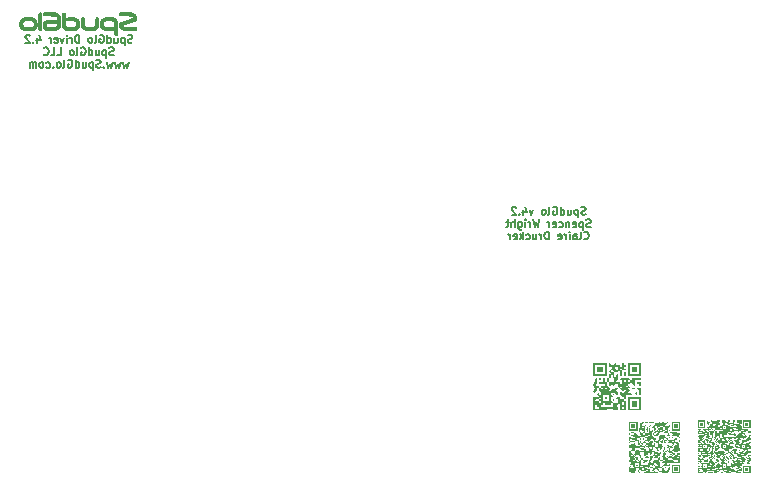
<source format=gbo>
G04 #@! TF.GenerationSoftware,KiCad,Pcbnew,(6.0.10-0)*
G04 #@! TF.CreationDate,2023-02-14T22:29:28-06:00*
G04 #@! TF.ProjectId,spudglo_driver_v4p2,73707564-676c-46f5-9f64-72697665725f,rev?*
G04 #@! TF.SameCoordinates,Original*
G04 #@! TF.FileFunction,Legend,Bot*
G04 #@! TF.FilePolarity,Positive*
%FSLAX46Y46*%
G04 Gerber Fmt 4.6, Leading zero omitted, Abs format (unit mm)*
G04 Created by KiCad (PCBNEW (6.0.10-0)) date 2023-02-14 22:29:28*
%MOMM*%
%LPD*%
G01*
G04 APERTURE LIST*
%ADD10C,0.162500*%
%ADD11R,1.700000X1.700000*%
%ADD12O,1.700000X1.700000*%
%ADD13C,3.000000*%
%ADD14R,2.400000X1.600000*%
%ADD15O,2.400000X1.600000*%
%ADD16C,2.000000*%
%ADD17R,4.400000X1.800000*%
%ADD18O,4.000000X1.800000*%
%ADD19O,1.800000X4.000000*%
%ADD20C,0.650000*%
%ADD21O,1.600000X1.000000*%
%ADD22O,2.100000X1.000000*%
G04 APERTURE END LIST*
D10*
X211734523Y-50426595D02*
X211641666Y-50457547D01*
X211486904Y-50457547D01*
X211425000Y-50426595D01*
X211394047Y-50395642D01*
X211363095Y-50333738D01*
X211363095Y-50271833D01*
X211394047Y-50209928D01*
X211425000Y-50178976D01*
X211486904Y-50148023D01*
X211610714Y-50117071D01*
X211672619Y-50086119D01*
X211703571Y-50055166D01*
X211734523Y-49993261D01*
X211734523Y-49931357D01*
X211703571Y-49869452D01*
X211672619Y-49838500D01*
X211610714Y-49807547D01*
X211455952Y-49807547D01*
X211363095Y-49838500D01*
X211084523Y-50024214D02*
X211084523Y-50674214D01*
X211084523Y-50055166D02*
X211022619Y-50024214D01*
X210898809Y-50024214D01*
X210836904Y-50055166D01*
X210805952Y-50086119D01*
X210775000Y-50148023D01*
X210775000Y-50333738D01*
X210805952Y-50395642D01*
X210836904Y-50426595D01*
X210898809Y-50457547D01*
X211022619Y-50457547D01*
X211084523Y-50426595D01*
X210217857Y-50024214D02*
X210217857Y-50457547D01*
X210496428Y-50024214D02*
X210496428Y-50364690D01*
X210465476Y-50426595D01*
X210403571Y-50457547D01*
X210310714Y-50457547D01*
X210248809Y-50426595D01*
X210217857Y-50395642D01*
X209629761Y-50457547D02*
X209629761Y-49807547D01*
X209629761Y-50426595D02*
X209691666Y-50457547D01*
X209815476Y-50457547D01*
X209877380Y-50426595D01*
X209908333Y-50395642D01*
X209939285Y-50333738D01*
X209939285Y-50148023D01*
X209908333Y-50086119D01*
X209877380Y-50055166D01*
X209815476Y-50024214D01*
X209691666Y-50024214D01*
X209629761Y-50055166D01*
X208979761Y-49838500D02*
X209041666Y-49807547D01*
X209134523Y-49807547D01*
X209227380Y-49838500D01*
X209289285Y-49900404D01*
X209320238Y-49962309D01*
X209351190Y-50086119D01*
X209351190Y-50178976D01*
X209320238Y-50302785D01*
X209289285Y-50364690D01*
X209227380Y-50426595D01*
X209134523Y-50457547D01*
X209072619Y-50457547D01*
X208979761Y-50426595D01*
X208948809Y-50395642D01*
X208948809Y-50178976D01*
X209072619Y-50178976D01*
X208577380Y-50457547D02*
X208639285Y-50426595D01*
X208670238Y-50364690D01*
X208670238Y-49807547D01*
X208236904Y-50457547D02*
X208298809Y-50426595D01*
X208329761Y-50395642D01*
X208360714Y-50333738D01*
X208360714Y-50148023D01*
X208329761Y-50086119D01*
X208298809Y-50055166D01*
X208236904Y-50024214D01*
X208144047Y-50024214D01*
X208082142Y-50055166D01*
X208051190Y-50086119D01*
X208020238Y-50148023D01*
X208020238Y-50333738D01*
X208051190Y-50395642D01*
X208082142Y-50426595D01*
X208144047Y-50457547D01*
X208236904Y-50457547D01*
X207246428Y-50457547D02*
X207246428Y-49807547D01*
X207091666Y-49807547D01*
X206998809Y-49838500D01*
X206936904Y-49900404D01*
X206905952Y-49962309D01*
X206875000Y-50086119D01*
X206875000Y-50178976D01*
X206905952Y-50302785D01*
X206936904Y-50364690D01*
X206998809Y-50426595D01*
X207091666Y-50457547D01*
X207246428Y-50457547D01*
X206596428Y-50457547D02*
X206596428Y-50024214D01*
X206596428Y-50148023D02*
X206565476Y-50086119D01*
X206534523Y-50055166D01*
X206472619Y-50024214D01*
X206410714Y-50024214D01*
X206194047Y-50457547D02*
X206194047Y-50024214D01*
X206194047Y-49807547D02*
X206225000Y-49838500D01*
X206194047Y-49869452D01*
X206163095Y-49838500D01*
X206194047Y-49807547D01*
X206194047Y-49869452D01*
X205946428Y-50024214D02*
X205791666Y-50457547D01*
X205636904Y-50024214D01*
X205141666Y-50426595D02*
X205203571Y-50457547D01*
X205327380Y-50457547D01*
X205389285Y-50426595D01*
X205420238Y-50364690D01*
X205420238Y-50117071D01*
X205389285Y-50055166D01*
X205327380Y-50024214D01*
X205203571Y-50024214D01*
X205141666Y-50055166D01*
X205110714Y-50117071D01*
X205110714Y-50178976D01*
X205420238Y-50240880D01*
X204832142Y-50457547D02*
X204832142Y-50024214D01*
X204832142Y-50148023D02*
X204801190Y-50086119D01*
X204770238Y-50055166D01*
X204708333Y-50024214D01*
X204646428Y-50024214D01*
X203655952Y-50024214D02*
X203655952Y-50457547D01*
X203810714Y-49776595D02*
X203965476Y-50240880D01*
X203563095Y-50240880D01*
X203315476Y-50395642D02*
X203284523Y-50426595D01*
X203315476Y-50457547D01*
X203346428Y-50426595D01*
X203315476Y-50395642D01*
X203315476Y-50457547D01*
X203036904Y-49869452D02*
X203005952Y-49838500D01*
X202944047Y-49807547D01*
X202789285Y-49807547D01*
X202727380Y-49838500D01*
X202696428Y-49869452D01*
X202665476Y-49931357D01*
X202665476Y-49993261D01*
X202696428Y-50086119D01*
X203067857Y-50457547D01*
X202665476Y-50457547D01*
X210155952Y-51473095D02*
X210063095Y-51504047D01*
X209908333Y-51504047D01*
X209846428Y-51473095D01*
X209815476Y-51442142D01*
X209784523Y-51380238D01*
X209784523Y-51318333D01*
X209815476Y-51256428D01*
X209846428Y-51225476D01*
X209908333Y-51194523D01*
X210032142Y-51163571D01*
X210094047Y-51132619D01*
X210125000Y-51101666D01*
X210155952Y-51039761D01*
X210155952Y-50977857D01*
X210125000Y-50915952D01*
X210094047Y-50885000D01*
X210032142Y-50854047D01*
X209877380Y-50854047D01*
X209784523Y-50885000D01*
X209505952Y-51070714D02*
X209505952Y-51720714D01*
X209505952Y-51101666D02*
X209444047Y-51070714D01*
X209320238Y-51070714D01*
X209258333Y-51101666D01*
X209227380Y-51132619D01*
X209196428Y-51194523D01*
X209196428Y-51380238D01*
X209227380Y-51442142D01*
X209258333Y-51473095D01*
X209320238Y-51504047D01*
X209444047Y-51504047D01*
X209505952Y-51473095D01*
X208639285Y-51070714D02*
X208639285Y-51504047D01*
X208917857Y-51070714D02*
X208917857Y-51411190D01*
X208886904Y-51473095D01*
X208825000Y-51504047D01*
X208732142Y-51504047D01*
X208670238Y-51473095D01*
X208639285Y-51442142D01*
X208051190Y-51504047D02*
X208051190Y-50854047D01*
X208051190Y-51473095D02*
X208113095Y-51504047D01*
X208236904Y-51504047D01*
X208298809Y-51473095D01*
X208329761Y-51442142D01*
X208360714Y-51380238D01*
X208360714Y-51194523D01*
X208329761Y-51132619D01*
X208298809Y-51101666D01*
X208236904Y-51070714D01*
X208113095Y-51070714D01*
X208051190Y-51101666D01*
X207401190Y-50885000D02*
X207463095Y-50854047D01*
X207555952Y-50854047D01*
X207648809Y-50885000D01*
X207710714Y-50946904D01*
X207741666Y-51008809D01*
X207772619Y-51132619D01*
X207772619Y-51225476D01*
X207741666Y-51349285D01*
X207710714Y-51411190D01*
X207648809Y-51473095D01*
X207555952Y-51504047D01*
X207494047Y-51504047D01*
X207401190Y-51473095D01*
X207370238Y-51442142D01*
X207370238Y-51225476D01*
X207494047Y-51225476D01*
X206998809Y-51504047D02*
X207060714Y-51473095D01*
X207091666Y-51411190D01*
X207091666Y-50854047D01*
X206658333Y-51504047D02*
X206720238Y-51473095D01*
X206751190Y-51442142D01*
X206782142Y-51380238D01*
X206782142Y-51194523D01*
X206751190Y-51132619D01*
X206720238Y-51101666D01*
X206658333Y-51070714D01*
X206565476Y-51070714D01*
X206503571Y-51101666D01*
X206472619Y-51132619D01*
X206441666Y-51194523D01*
X206441666Y-51380238D01*
X206472619Y-51442142D01*
X206503571Y-51473095D01*
X206565476Y-51504047D01*
X206658333Y-51504047D01*
X205358333Y-51504047D02*
X205667857Y-51504047D01*
X205667857Y-50854047D01*
X204832142Y-51504047D02*
X205141666Y-51504047D01*
X205141666Y-50854047D01*
X204244047Y-51442142D02*
X204275000Y-51473095D01*
X204367857Y-51504047D01*
X204429761Y-51504047D01*
X204522619Y-51473095D01*
X204584523Y-51411190D01*
X204615476Y-51349285D01*
X204646428Y-51225476D01*
X204646428Y-51132619D01*
X204615476Y-51008809D01*
X204584523Y-50946904D01*
X204522619Y-50885000D01*
X204429761Y-50854047D01*
X204367857Y-50854047D01*
X204275000Y-50885000D01*
X204244047Y-50915952D01*
X211425000Y-52117214D02*
X211301190Y-52550547D01*
X211177380Y-52241023D01*
X211053571Y-52550547D01*
X210929761Y-52117214D01*
X210744047Y-52117214D02*
X210620238Y-52550547D01*
X210496428Y-52241023D01*
X210372619Y-52550547D01*
X210248809Y-52117214D01*
X210063095Y-52117214D02*
X209939285Y-52550547D01*
X209815476Y-52241023D01*
X209691666Y-52550547D01*
X209567857Y-52117214D01*
X209320238Y-52488642D02*
X209289285Y-52519595D01*
X209320238Y-52550547D01*
X209351190Y-52519595D01*
X209320238Y-52488642D01*
X209320238Y-52550547D01*
X209041666Y-52519595D02*
X208948809Y-52550547D01*
X208794047Y-52550547D01*
X208732142Y-52519595D01*
X208701190Y-52488642D01*
X208670238Y-52426738D01*
X208670238Y-52364833D01*
X208701190Y-52302928D01*
X208732142Y-52271976D01*
X208794047Y-52241023D01*
X208917857Y-52210071D01*
X208979761Y-52179119D01*
X209010714Y-52148166D01*
X209041666Y-52086261D01*
X209041666Y-52024357D01*
X209010714Y-51962452D01*
X208979761Y-51931500D01*
X208917857Y-51900547D01*
X208763095Y-51900547D01*
X208670238Y-51931500D01*
X208391666Y-52117214D02*
X208391666Y-52767214D01*
X208391666Y-52148166D02*
X208329761Y-52117214D01*
X208205952Y-52117214D01*
X208144047Y-52148166D01*
X208113095Y-52179119D01*
X208082142Y-52241023D01*
X208082142Y-52426738D01*
X208113095Y-52488642D01*
X208144047Y-52519595D01*
X208205952Y-52550547D01*
X208329761Y-52550547D01*
X208391666Y-52519595D01*
X207525000Y-52117214D02*
X207525000Y-52550547D01*
X207803571Y-52117214D02*
X207803571Y-52457690D01*
X207772619Y-52519595D01*
X207710714Y-52550547D01*
X207617857Y-52550547D01*
X207555952Y-52519595D01*
X207525000Y-52488642D01*
X206936904Y-52550547D02*
X206936904Y-51900547D01*
X206936904Y-52519595D02*
X206998809Y-52550547D01*
X207122619Y-52550547D01*
X207184523Y-52519595D01*
X207215476Y-52488642D01*
X207246428Y-52426738D01*
X207246428Y-52241023D01*
X207215476Y-52179119D01*
X207184523Y-52148166D01*
X207122619Y-52117214D01*
X206998809Y-52117214D01*
X206936904Y-52148166D01*
X206286904Y-51931500D02*
X206348809Y-51900547D01*
X206441666Y-51900547D01*
X206534523Y-51931500D01*
X206596428Y-51993404D01*
X206627380Y-52055309D01*
X206658333Y-52179119D01*
X206658333Y-52271976D01*
X206627380Y-52395785D01*
X206596428Y-52457690D01*
X206534523Y-52519595D01*
X206441666Y-52550547D01*
X206379761Y-52550547D01*
X206286904Y-52519595D01*
X206255952Y-52488642D01*
X206255952Y-52271976D01*
X206379761Y-52271976D01*
X205884523Y-52550547D02*
X205946428Y-52519595D01*
X205977380Y-52457690D01*
X205977380Y-51900547D01*
X205544047Y-52550547D02*
X205605952Y-52519595D01*
X205636904Y-52488642D01*
X205667857Y-52426738D01*
X205667857Y-52241023D01*
X205636904Y-52179119D01*
X205605952Y-52148166D01*
X205544047Y-52117214D01*
X205451190Y-52117214D01*
X205389285Y-52148166D01*
X205358333Y-52179119D01*
X205327380Y-52241023D01*
X205327380Y-52426738D01*
X205358333Y-52488642D01*
X205389285Y-52519595D01*
X205451190Y-52550547D01*
X205544047Y-52550547D01*
X205048809Y-52488642D02*
X205017857Y-52519595D01*
X205048809Y-52550547D01*
X205079761Y-52519595D01*
X205048809Y-52488642D01*
X205048809Y-52550547D01*
X204460714Y-52519595D02*
X204522619Y-52550547D01*
X204646428Y-52550547D01*
X204708333Y-52519595D01*
X204739285Y-52488642D01*
X204770238Y-52426738D01*
X204770238Y-52241023D01*
X204739285Y-52179119D01*
X204708333Y-52148166D01*
X204646428Y-52117214D01*
X204522619Y-52117214D01*
X204460714Y-52148166D01*
X204089285Y-52550547D02*
X204151190Y-52519595D01*
X204182142Y-52488642D01*
X204213095Y-52426738D01*
X204213095Y-52241023D01*
X204182142Y-52179119D01*
X204151190Y-52148166D01*
X204089285Y-52117214D01*
X203996428Y-52117214D01*
X203934523Y-52148166D01*
X203903571Y-52179119D01*
X203872619Y-52241023D01*
X203872619Y-52426738D01*
X203903571Y-52488642D01*
X203934523Y-52519595D01*
X203996428Y-52550547D01*
X204089285Y-52550547D01*
X203594047Y-52550547D02*
X203594047Y-52117214D01*
X203594047Y-52179119D02*
X203563095Y-52148166D01*
X203501190Y-52117214D01*
X203408333Y-52117214D01*
X203346428Y-52148166D01*
X203315476Y-52210071D01*
X203315476Y-52550547D01*
X203315476Y-52210071D02*
X203284523Y-52148166D01*
X203222619Y-52117214D01*
X203129761Y-52117214D01*
X203067857Y-52148166D01*
X203036904Y-52210071D01*
X203036904Y-52550547D01*
X250106190Y-64976595D02*
X250013333Y-65007547D01*
X249858571Y-65007547D01*
X249796666Y-64976595D01*
X249765714Y-64945642D01*
X249734761Y-64883738D01*
X249734761Y-64821833D01*
X249765714Y-64759928D01*
X249796666Y-64728976D01*
X249858571Y-64698023D01*
X249982380Y-64667071D01*
X250044285Y-64636119D01*
X250075238Y-64605166D01*
X250106190Y-64543261D01*
X250106190Y-64481357D01*
X250075238Y-64419452D01*
X250044285Y-64388500D01*
X249982380Y-64357547D01*
X249827619Y-64357547D01*
X249734761Y-64388500D01*
X249456190Y-64574214D02*
X249456190Y-65224214D01*
X249456190Y-64605166D02*
X249394285Y-64574214D01*
X249270476Y-64574214D01*
X249208571Y-64605166D01*
X249177619Y-64636119D01*
X249146666Y-64698023D01*
X249146666Y-64883738D01*
X249177619Y-64945642D01*
X249208571Y-64976595D01*
X249270476Y-65007547D01*
X249394285Y-65007547D01*
X249456190Y-64976595D01*
X248589523Y-64574214D02*
X248589523Y-65007547D01*
X248868095Y-64574214D02*
X248868095Y-64914690D01*
X248837142Y-64976595D01*
X248775238Y-65007547D01*
X248682380Y-65007547D01*
X248620476Y-64976595D01*
X248589523Y-64945642D01*
X248001428Y-65007547D02*
X248001428Y-64357547D01*
X248001428Y-64976595D02*
X248063333Y-65007547D01*
X248187142Y-65007547D01*
X248249047Y-64976595D01*
X248280000Y-64945642D01*
X248310952Y-64883738D01*
X248310952Y-64698023D01*
X248280000Y-64636119D01*
X248249047Y-64605166D01*
X248187142Y-64574214D01*
X248063333Y-64574214D01*
X248001428Y-64605166D01*
X247351428Y-64388500D02*
X247413333Y-64357547D01*
X247506190Y-64357547D01*
X247599047Y-64388500D01*
X247660952Y-64450404D01*
X247691904Y-64512309D01*
X247722857Y-64636119D01*
X247722857Y-64728976D01*
X247691904Y-64852785D01*
X247660952Y-64914690D01*
X247599047Y-64976595D01*
X247506190Y-65007547D01*
X247444285Y-65007547D01*
X247351428Y-64976595D01*
X247320476Y-64945642D01*
X247320476Y-64728976D01*
X247444285Y-64728976D01*
X246949047Y-65007547D02*
X247010952Y-64976595D01*
X247041904Y-64914690D01*
X247041904Y-64357547D01*
X246608571Y-65007547D02*
X246670476Y-64976595D01*
X246701428Y-64945642D01*
X246732380Y-64883738D01*
X246732380Y-64698023D01*
X246701428Y-64636119D01*
X246670476Y-64605166D01*
X246608571Y-64574214D01*
X246515714Y-64574214D01*
X246453809Y-64605166D01*
X246422857Y-64636119D01*
X246391904Y-64698023D01*
X246391904Y-64883738D01*
X246422857Y-64945642D01*
X246453809Y-64976595D01*
X246515714Y-65007547D01*
X246608571Y-65007547D01*
X245680000Y-64574214D02*
X245525238Y-65007547D01*
X245370476Y-64574214D01*
X244844285Y-64574214D02*
X244844285Y-65007547D01*
X244999047Y-64326595D02*
X245153809Y-64790880D01*
X244751428Y-64790880D01*
X244503809Y-64945642D02*
X244472857Y-64976595D01*
X244503809Y-65007547D01*
X244534761Y-64976595D01*
X244503809Y-64945642D01*
X244503809Y-65007547D01*
X244225238Y-64419452D02*
X244194285Y-64388500D01*
X244132380Y-64357547D01*
X243977619Y-64357547D01*
X243915714Y-64388500D01*
X243884761Y-64419452D01*
X243853809Y-64481357D01*
X243853809Y-64543261D01*
X243884761Y-64636119D01*
X244256190Y-65007547D01*
X243853809Y-65007547D01*
X250539523Y-66023095D02*
X250446666Y-66054047D01*
X250291904Y-66054047D01*
X250230000Y-66023095D01*
X250199047Y-65992142D01*
X250168095Y-65930238D01*
X250168095Y-65868333D01*
X250199047Y-65806428D01*
X250230000Y-65775476D01*
X250291904Y-65744523D01*
X250415714Y-65713571D01*
X250477619Y-65682619D01*
X250508571Y-65651666D01*
X250539523Y-65589761D01*
X250539523Y-65527857D01*
X250508571Y-65465952D01*
X250477619Y-65435000D01*
X250415714Y-65404047D01*
X250260952Y-65404047D01*
X250168095Y-65435000D01*
X249889523Y-65620714D02*
X249889523Y-66270714D01*
X249889523Y-65651666D02*
X249827619Y-65620714D01*
X249703809Y-65620714D01*
X249641904Y-65651666D01*
X249610952Y-65682619D01*
X249580000Y-65744523D01*
X249580000Y-65930238D01*
X249610952Y-65992142D01*
X249641904Y-66023095D01*
X249703809Y-66054047D01*
X249827619Y-66054047D01*
X249889523Y-66023095D01*
X249053809Y-66023095D02*
X249115714Y-66054047D01*
X249239523Y-66054047D01*
X249301428Y-66023095D01*
X249332380Y-65961190D01*
X249332380Y-65713571D01*
X249301428Y-65651666D01*
X249239523Y-65620714D01*
X249115714Y-65620714D01*
X249053809Y-65651666D01*
X249022857Y-65713571D01*
X249022857Y-65775476D01*
X249332380Y-65837380D01*
X248744285Y-65620714D02*
X248744285Y-66054047D01*
X248744285Y-65682619D02*
X248713333Y-65651666D01*
X248651428Y-65620714D01*
X248558571Y-65620714D01*
X248496666Y-65651666D01*
X248465714Y-65713571D01*
X248465714Y-66054047D01*
X247877619Y-66023095D02*
X247939523Y-66054047D01*
X248063333Y-66054047D01*
X248125238Y-66023095D01*
X248156190Y-65992142D01*
X248187142Y-65930238D01*
X248187142Y-65744523D01*
X248156190Y-65682619D01*
X248125238Y-65651666D01*
X248063333Y-65620714D01*
X247939523Y-65620714D01*
X247877619Y-65651666D01*
X247351428Y-66023095D02*
X247413333Y-66054047D01*
X247537142Y-66054047D01*
X247599047Y-66023095D01*
X247630000Y-65961190D01*
X247630000Y-65713571D01*
X247599047Y-65651666D01*
X247537142Y-65620714D01*
X247413333Y-65620714D01*
X247351428Y-65651666D01*
X247320476Y-65713571D01*
X247320476Y-65775476D01*
X247630000Y-65837380D01*
X247041904Y-66054047D02*
X247041904Y-65620714D01*
X247041904Y-65744523D02*
X247010952Y-65682619D01*
X246980000Y-65651666D01*
X246918095Y-65620714D01*
X246856190Y-65620714D01*
X246206190Y-65404047D02*
X246051428Y-66054047D01*
X245927619Y-65589761D01*
X245803809Y-66054047D01*
X245649047Y-65404047D01*
X245401428Y-66054047D02*
X245401428Y-65620714D01*
X245401428Y-65744523D02*
X245370476Y-65682619D01*
X245339523Y-65651666D01*
X245277619Y-65620714D01*
X245215714Y-65620714D01*
X244999047Y-66054047D02*
X244999047Y-65620714D01*
X244999047Y-65404047D02*
X245030000Y-65435000D01*
X244999047Y-65465952D01*
X244968095Y-65435000D01*
X244999047Y-65404047D01*
X244999047Y-65465952D01*
X244410952Y-65620714D02*
X244410952Y-66146904D01*
X244441904Y-66208809D01*
X244472857Y-66239761D01*
X244534761Y-66270714D01*
X244627619Y-66270714D01*
X244689523Y-66239761D01*
X244410952Y-66023095D02*
X244472857Y-66054047D01*
X244596666Y-66054047D01*
X244658571Y-66023095D01*
X244689523Y-65992142D01*
X244720476Y-65930238D01*
X244720476Y-65744523D01*
X244689523Y-65682619D01*
X244658571Y-65651666D01*
X244596666Y-65620714D01*
X244472857Y-65620714D01*
X244410952Y-65651666D01*
X244101428Y-66054047D02*
X244101428Y-65404047D01*
X243822857Y-66054047D02*
X243822857Y-65713571D01*
X243853809Y-65651666D01*
X243915714Y-65620714D01*
X244008571Y-65620714D01*
X244070476Y-65651666D01*
X244101428Y-65682619D01*
X243606190Y-65620714D02*
X243358571Y-65620714D01*
X243513333Y-65404047D02*
X243513333Y-65961190D01*
X243482380Y-66023095D01*
X243420476Y-66054047D01*
X243358571Y-66054047D01*
X249966904Y-67038642D02*
X249997857Y-67069595D01*
X250090714Y-67100547D01*
X250152619Y-67100547D01*
X250245476Y-67069595D01*
X250307380Y-67007690D01*
X250338333Y-66945785D01*
X250369285Y-66821976D01*
X250369285Y-66729119D01*
X250338333Y-66605309D01*
X250307380Y-66543404D01*
X250245476Y-66481500D01*
X250152619Y-66450547D01*
X250090714Y-66450547D01*
X249997857Y-66481500D01*
X249966904Y-66512452D01*
X249595476Y-67100547D02*
X249657380Y-67069595D01*
X249688333Y-67007690D01*
X249688333Y-66450547D01*
X249069285Y-67100547D02*
X249069285Y-66760071D01*
X249100238Y-66698166D01*
X249162142Y-66667214D01*
X249285952Y-66667214D01*
X249347857Y-66698166D01*
X249069285Y-67069595D02*
X249131190Y-67100547D01*
X249285952Y-67100547D01*
X249347857Y-67069595D01*
X249378809Y-67007690D01*
X249378809Y-66945785D01*
X249347857Y-66883880D01*
X249285952Y-66852928D01*
X249131190Y-66852928D01*
X249069285Y-66821976D01*
X248759761Y-67100547D02*
X248759761Y-66667214D01*
X248759761Y-66450547D02*
X248790714Y-66481500D01*
X248759761Y-66512452D01*
X248728809Y-66481500D01*
X248759761Y-66450547D01*
X248759761Y-66512452D01*
X248450238Y-67100547D02*
X248450238Y-66667214D01*
X248450238Y-66791023D02*
X248419285Y-66729119D01*
X248388333Y-66698166D01*
X248326428Y-66667214D01*
X248264523Y-66667214D01*
X247800238Y-67069595D02*
X247862142Y-67100547D01*
X247985952Y-67100547D01*
X248047857Y-67069595D01*
X248078809Y-67007690D01*
X248078809Y-66760071D01*
X248047857Y-66698166D01*
X247985952Y-66667214D01*
X247862142Y-66667214D01*
X247800238Y-66698166D01*
X247769285Y-66760071D01*
X247769285Y-66821976D01*
X248078809Y-66883880D01*
X246995476Y-67100547D02*
X246995476Y-66450547D01*
X246840714Y-66450547D01*
X246747857Y-66481500D01*
X246685952Y-66543404D01*
X246655000Y-66605309D01*
X246624047Y-66729119D01*
X246624047Y-66821976D01*
X246655000Y-66945785D01*
X246685952Y-67007690D01*
X246747857Y-67069595D01*
X246840714Y-67100547D01*
X246995476Y-67100547D01*
X246345476Y-67100547D02*
X246345476Y-66667214D01*
X246345476Y-66791023D02*
X246314523Y-66729119D01*
X246283571Y-66698166D01*
X246221666Y-66667214D01*
X246159761Y-66667214D01*
X245664523Y-66667214D02*
X245664523Y-67100547D01*
X245943095Y-66667214D02*
X245943095Y-67007690D01*
X245912142Y-67069595D01*
X245850238Y-67100547D01*
X245757380Y-67100547D01*
X245695476Y-67069595D01*
X245664523Y-67038642D01*
X245076428Y-67069595D02*
X245138333Y-67100547D01*
X245262142Y-67100547D01*
X245324047Y-67069595D01*
X245355000Y-67038642D01*
X245385952Y-66976738D01*
X245385952Y-66791023D01*
X245355000Y-66729119D01*
X245324047Y-66698166D01*
X245262142Y-66667214D01*
X245138333Y-66667214D01*
X245076428Y-66698166D01*
X244797857Y-67100547D02*
X244797857Y-66450547D01*
X244735952Y-66852928D02*
X244550238Y-67100547D01*
X244550238Y-66667214D02*
X244797857Y-66914833D01*
X244024047Y-67069595D02*
X244085952Y-67100547D01*
X244209761Y-67100547D01*
X244271666Y-67069595D01*
X244302619Y-67007690D01*
X244302619Y-66760071D01*
X244271666Y-66698166D01*
X244209761Y-66667214D01*
X244085952Y-66667214D01*
X244024047Y-66698166D01*
X243993095Y-66760071D01*
X243993095Y-66821976D01*
X244302619Y-66883880D01*
X243714523Y-67100547D02*
X243714523Y-66667214D01*
X243714523Y-66791023D02*
X243683571Y-66729119D01*
X243652619Y-66698166D01*
X243590714Y-66667214D01*
X243528809Y-66667214D01*
G36*
X261850000Y-85160269D02*
G01*
X261820600Y-85167743D01*
X261804521Y-85205748D01*
X261809670Y-85231998D01*
X261835971Y-85247413D01*
X261895479Y-85251227D01*
X261947979Y-85248652D01*
X261978809Y-85235502D01*
X261986437Y-85205748D01*
X261991586Y-85179498D01*
X262017886Y-85164083D01*
X262077394Y-85160269D01*
X262129895Y-85162844D01*
X262160725Y-85175994D01*
X262168352Y-85205748D01*
X262163203Y-85231998D01*
X262136902Y-85247413D01*
X262077394Y-85251227D01*
X262024894Y-85253802D01*
X261994064Y-85266952D01*
X261986437Y-85296706D01*
X261981287Y-85322956D01*
X261954987Y-85338371D01*
X261895479Y-85342185D01*
X261842978Y-85344760D01*
X261812148Y-85357910D01*
X261804521Y-85387664D01*
X261797046Y-85417063D01*
X261759042Y-85433143D01*
X261729642Y-85440617D01*
X261713563Y-85478622D01*
X261706088Y-85508021D01*
X261668084Y-85524101D01*
X261638684Y-85516626D01*
X261622605Y-85478622D01*
X261630079Y-85449222D01*
X261668084Y-85433143D01*
X261688227Y-85430634D01*
X261704614Y-85414085D01*
X261711903Y-85372909D01*
X261713563Y-85296706D01*
X261712727Y-85236275D01*
X261707210Y-85187116D01*
X261693485Y-85165247D01*
X261668084Y-85160269D01*
X261641833Y-85165419D01*
X261626419Y-85191719D01*
X261622605Y-85251227D01*
X261620030Y-85303728D01*
X261606880Y-85334557D01*
X261577126Y-85342185D01*
X261556982Y-85344693D01*
X261540596Y-85361243D01*
X261533306Y-85402419D01*
X261531647Y-85478622D01*
X261531647Y-85615059D01*
X261395210Y-85615059D01*
X261334780Y-85614222D01*
X261285620Y-85608706D01*
X261263751Y-85594981D01*
X261258773Y-85569580D01*
X261251299Y-85540180D01*
X261213294Y-85524101D01*
X261183894Y-85516626D01*
X261167815Y-85478622D01*
X261175289Y-85449222D01*
X261213294Y-85433143D01*
X261242694Y-85425668D01*
X261258773Y-85387664D01*
X261251299Y-85358264D01*
X261213294Y-85342185D01*
X261183894Y-85334711D01*
X261167815Y-85296706D01*
X261160341Y-85267306D01*
X261122336Y-85251227D01*
X261092937Y-85243753D01*
X261076857Y-85205748D01*
X261069383Y-85176348D01*
X261031378Y-85160269D01*
X261005128Y-85155119D01*
X260989713Y-85128819D01*
X260985899Y-85069311D01*
X260988474Y-85016810D01*
X261001624Y-84985981D01*
X261031378Y-84978353D01*
X261043369Y-84977684D01*
X261061451Y-84968551D01*
X261071535Y-84941397D01*
X261075908Y-84887076D01*
X261076857Y-84796437D01*
X261076857Y-84750958D01*
X261167815Y-84750958D01*
X261172965Y-84777209D01*
X261199265Y-84792623D01*
X261258773Y-84796437D01*
X261311274Y-84793862D01*
X261342103Y-84780712D01*
X261349731Y-84750958D01*
X261344581Y-84724708D01*
X261318281Y-84709293D01*
X261258773Y-84705479D01*
X261206272Y-84708054D01*
X261175443Y-84721204D01*
X261167815Y-84750958D01*
X261076857Y-84750958D01*
X261076857Y-84614521D01*
X261167815Y-84614521D01*
X261220316Y-84611947D01*
X261251145Y-84598796D01*
X261258773Y-84569042D01*
X261251299Y-84539643D01*
X261213294Y-84523563D01*
X261183894Y-84516089D01*
X261167815Y-84478085D01*
X261175289Y-84448685D01*
X261213294Y-84432606D01*
X261242694Y-84440080D01*
X261258773Y-84478085D01*
X261263923Y-84504335D01*
X261290223Y-84519750D01*
X261349731Y-84523563D01*
X261440689Y-84523563D01*
X261440689Y-84614521D01*
X261443264Y-84667022D01*
X261456414Y-84697852D01*
X261486168Y-84705479D01*
X261515568Y-84712954D01*
X261531647Y-84750958D01*
X261526497Y-84777209D01*
X261500197Y-84792623D01*
X261440689Y-84796437D01*
X261388188Y-84799012D01*
X261357359Y-84812162D01*
X261349731Y-84841916D01*
X261342257Y-84871316D01*
X261304252Y-84887395D01*
X261274852Y-84894869D01*
X261258773Y-84932874D01*
X261253623Y-84959124D01*
X261227323Y-84974539D01*
X261167815Y-84978353D01*
X261115315Y-84980928D01*
X261084485Y-84994078D01*
X261076857Y-85023832D01*
X261084332Y-85053232D01*
X261122336Y-85069311D01*
X261148587Y-85074461D01*
X261164001Y-85100761D01*
X261167815Y-85160269D01*
X261170390Y-85212770D01*
X261183540Y-85243599D01*
X261213294Y-85251227D01*
X261239544Y-85246077D01*
X261254959Y-85219777D01*
X261258773Y-85160269D01*
X261261348Y-85107768D01*
X261274498Y-85076939D01*
X261304252Y-85069311D01*
X261333652Y-85061837D01*
X261349731Y-85023832D01*
X261357205Y-84994432D01*
X261395210Y-84978353D01*
X261415353Y-84980861D01*
X261431740Y-84997411D01*
X261439030Y-85038587D01*
X261440689Y-85114790D01*
X261439853Y-85175220D01*
X261434336Y-85224380D01*
X261420611Y-85246249D01*
X261395210Y-85251227D01*
X261368960Y-85256377D01*
X261353545Y-85282677D01*
X261349731Y-85342185D01*
X261352306Y-85394685D01*
X261365456Y-85425515D01*
X261395210Y-85433143D01*
X261424610Y-85425668D01*
X261440689Y-85387664D01*
X261448163Y-85358264D01*
X261486168Y-85342185D01*
X261488604Y-85342166D01*
X261508489Y-85338248D01*
X261521090Y-85321784D01*
X261528053Y-85284540D01*
X261531023Y-85218286D01*
X261531647Y-85114790D01*
X261713563Y-85114790D01*
X261721037Y-85144190D01*
X261759042Y-85160269D01*
X261788441Y-85152795D01*
X261804521Y-85114790D01*
X261797046Y-85085390D01*
X261759042Y-85069311D01*
X261729642Y-85076785D01*
X261713563Y-85114790D01*
X261531647Y-85114790D01*
X261531651Y-85102612D01*
X261532434Y-85003183D01*
X261535727Y-84940178D01*
X261543176Y-84905367D01*
X261556427Y-84890516D01*
X261577126Y-84887395D01*
X261603376Y-84892545D01*
X261618791Y-84918845D01*
X261622605Y-84978353D01*
X261625180Y-85030854D01*
X261638330Y-85061683D01*
X261668084Y-85069311D01*
X261697483Y-85061837D01*
X261713563Y-85023832D01*
X261721037Y-84994432D01*
X261759042Y-84978353D01*
X261788441Y-84985827D01*
X261804521Y-85023832D01*
X261811995Y-85053232D01*
X261850000Y-85069311D01*
X261879399Y-85076785D01*
X261895479Y-85114790D01*
X261888004Y-85144190D01*
X261850000Y-85160269D01*
G37*
G36*
X260242157Y-86259238D02*
G01*
X260258236Y-86297243D01*
X260250762Y-86326643D01*
X260212757Y-86342722D01*
X260183357Y-86335248D01*
X260167278Y-86297243D01*
X260174752Y-86267843D01*
X260212757Y-86251764D01*
X260242157Y-86259238D01*
G37*
G36*
X259696409Y-85167743D02*
G01*
X259712488Y-85205748D01*
X259705014Y-85235148D01*
X259667009Y-85251227D01*
X259637610Y-85243753D01*
X259621531Y-85205748D01*
X259629005Y-85176348D01*
X259667009Y-85160269D01*
X259696409Y-85167743D01*
G37*
G36*
X260424073Y-85622533D02*
G01*
X260440152Y-85660538D01*
X260447626Y-85689937D01*
X260485631Y-85706016D01*
X260515030Y-85713491D01*
X260531110Y-85751495D01*
X260523635Y-85780895D01*
X260485631Y-85796974D01*
X260459380Y-85802124D01*
X260443966Y-85828424D01*
X260440152Y-85887932D01*
X260437577Y-85940433D01*
X260424427Y-85971263D01*
X260394673Y-85978890D01*
X260365273Y-85971416D01*
X260349194Y-85933411D01*
X260341720Y-85904012D01*
X260303715Y-85887932D01*
X260274315Y-85895407D01*
X260258236Y-85933411D01*
X260250762Y-85962811D01*
X260212757Y-85978890D01*
X260186507Y-85973741D01*
X260171092Y-85947440D01*
X260167278Y-85887932D01*
X260167278Y-85796974D01*
X260349194Y-85796974D01*
X260349194Y-85706016D01*
X260351769Y-85653516D01*
X260364919Y-85622686D01*
X260394673Y-85615059D01*
X260424073Y-85622533D01*
G37*
G36*
X260878862Y-83166669D02*
G01*
X260894941Y-83204674D01*
X260887467Y-83234073D01*
X260849462Y-83250153D01*
X260820063Y-83242678D01*
X260803984Y-83204674D01*
X260811458Y-83175274D01*
X260849462Y-83159195D01*
X260878862Y-83166669D01*
G37*
G36*
X261970357Y-85713491D02*
G01*
X261986437Y-85751495D01*
X261993911Y-85780895D01*
X262031915Y-85796974D01*
X262061315Y-85804449D01*
X262077394Y-85842453D01*
X262069920Y-85871853D01*
X262031915Y-85887932D01*
X262002516Y-85880458D01*
X261986437Y-85842453D01*
X261978962Y-85813054D01*
X261940958Y-85796974D01*
X261911558Y-85789500D01*
X261895479Y-85751495D01*
X261902953Y-85722096D01*
X261940958Y-85706016D01*
X261970357Y-85713491D01*
G37*
G36*
X259764989Y-86254339D02*
G01*
X259795819Y-86267489D01*
X259803446Y-86297243D01*
X259798297Y-86323493D01*
X259771996Y-86338908D01*
X259712488Y-86342722D01*
X259659988Y-86340147D01*
X259629158Y-86326997D01*
X259621531Y-86297243D01*
X259626680Y-86270993D01*
X259652980Y-86255578D01*
X259712488Y-86251764D01*
X259764989Y-86254339D01*
G37*
G36*
X260679725Y-86797515D02*
G01*
X260779154Y-86798299D01*
X260842158Y-86801592D01*
X260876970Y-86809041D01*
X260891821Y-86822291D01*
X260894941Y-86842991D01*
X260894923Y-86845426D01*
X260891005Y-86865312D01*
X260874540Y-86877913D01*
X260837297Y-86884875D01*
X260771043Y-86887845D01*
X260667547Y-86888469D01*
X260655368Y-86888466D01*
X260555939Y-86887682D01*
X260492935Y-86884389D01*
X260458123Y-86876941D01*
X260443273Y-86863690D01*
X260440152Y-86842991D01*
X260440170Y-86840555D01*
X260444088Y-86820669D01*
X260460553Y-86808068D01*
X260497797Y-86801106D01*
X260564051Y-86798136D01*
X260667547Y-86797512D01*
X260679725Y-86797515D01*
G37*
G36*
X261879399Y-86259238D02*
G01*
X261895479Y-86297243D01*
X261888004Y-86326643D01*
X261850000Y-86342722D01*
X261820600Y-86335248D01*
X261804521Y-86297243D01*
X261811995Y-86267843D01*
X261850000Y-86251764D01*
X261879399Y-86259238D01*
G37*
G36*
X260401695Y-83980391D02*
G01*
X260432524Y-83993541D01*
X260440152Y-84023295D01*
X260447626Y-84052695D01*
X260485631Y-84068774D01*
X260515030Y-84076248D01*
X260531110Y-84114253D01*
X260523635Y-84143653D01*
X260485631Y-84159732D01*
X260459380Y-84164882D01*
X260443966Y-84191182D01*
X260440152Y-84250690D01*
X260437577Y-84303190D01*
X260424427Y-84334020D01*
X260394673Y-84341648D01*
X260374529Y-84339139D01*
X260358143Y-84322590D01*
X260350853Y-84281414D01*
X260349194Y-84205211D01*
X260348358Y-84144780D01*
X260342841Y-84095621D01*
X260329116Y-84073752D01*
X260303715Y-84068774D01*
X260274315Y-84061300D01*
X260258236Y-84023295D01*
X260263386Y-83997045D01*
X260289686Y-83981630D01*
X260349194Y-83977816D01*
X260401695Y-83980391D01*
G37*
G36*
X263152810Y-84894869D02*
G01*
X263168890Y-84932874D01*
X263161415Y-84962274D01*
X263123411Y-84978353D01*
X263094011Y-84970879D01*
X263077932Y-84932874D01*
X263085406Y-84903474D01*
X263123411Y-84887395D01*
X263152810Y-84894869D01*
G37*
G36*
X261879399Y-84621996D02*
G01*
X261895479Y-84660000D01*
X261888004Y-84689400D01*
X261850000Y-84705479D01*
X261820600Y-84698005D01*
X261804521Y-84660000D01*
X261811995Y-84630601D01*
X261850000Y-84614521D01*
X261879399Y-84621996D01*
G37*
G36*
X262243231Y-84076248D02*
G01*
X262259310Y-84114253D01*
X262266785Y-84143653D01*
X262304789Y-84159732D01*
X262334189Y-84167206D01*
X262350268Y-84205211D01*
X262342794Y-84234610D01*
X262304789Y-84250690D01*
X262275390Y-84243215D01*
X262259310Y-84205211D01*
X262251836Y-84175811D01*
X262213831Y-84159732D01*
X262184432Y-84152258D01*
X262168352Y-84114253D01*
X262175827Y-84084853D01*
X262213831Y-84068774D01*
X262243231Y-84076248D01*
G37*
G36*
X261879399Y-82984753D02*
G01*
X261895479Y-83022758D01*
X261888004Y-83052157D01*
X261850000Y-83068237D01*
X261820600Y-83060762D01*
X261804521Y-83022758D01*
X261811995Y-82993358D01*
X261850000Y-82977279D01*
X261879399Y-82984753D01*
G37*
G36*
X262061315Y-85440617D02*
G01*
X262077394Y-85478622D01*
X262084869Y-85508021D01*
X262122873Y-85524101D01*
X262152273Y-85531575D01*
X262168352Y-85569580D01*
X262175827Y-85598979D01*
X262213831Y-85615059D01*
X262240082Y-85620208D01*
X262255496Y-85646509D01*
X262259310Y-85706016D01*
X262256735Y-85758517D01*
X262243585Y-85789347D01*
X262213831Y-85796974D01*
X262184432Y-85789500D01*
X262168352Y-85751495D01*
X262160878Y-85722096D01*
X262122873Y-85706016D01*
X262093474Y-85698542D01*
X262077394Y-85660538D01*
X262069920Y-85631138D01*
X262031915Y-85615059D01*
X262005665Y-85609909D01*
X261990250Y-85583609D01*
X261986437Y-85524101D01*
X261989011Y-85471600D01*
X262002161Y-85440770D01*
X262031915Y-85433143D01*
X262061315Y-85440617D01*
G37*
G36*
X261515568Y-84349122D02*
G01*
X261531647Y-84387127D01*
X261524173Y-84416526D01*
X261486168Y-84432606D01*
X261456768Y-84425131D01*
X261440689Y-84387127D01*
X261448163Y-84357727D01*
X261486168Y-84341648D01*
X261515568Y-84349122D01*
G37*
G36*
X260151199Y-83894332D02*
G01*
X260167278Y-83932337D01*
X260159804Y-83961737D01*
X260121799Y-83977816D01*
X260092399Y-83970342D01*
X260076320Y-83932337D01*
X260083794Y-83902937D01*
X260121799Y-83886858D01*
X260151199Y-83894332D01*
G37*
G36*
X259696409Y-86077322D02*
G01*
X259712488Y-86115327D01*
X259705014Y-86144727D01*
X259667009Y-86160806D01*
X259637610Y-86153332D01*
X259621531Y-86115327D01*
X259629005Y-86085927D01*
X259667009Y-86069848D01*
X259696409Y-86077322D01*
G37*
G36*
X261060778Y-86259238D02*
G01*
X261076857Y-86297243D01*
X261069383Y-86326643D01*
X261031378Y-86342722D01*
X261001979Y-86335248D01*
X260985899Y-86297243D01*
X260993374Y-86267843D01*
X261031378Y-86251764D01*
X261060778Y-86259238D01*
G37*
G36*
X260696946Y-84712954D02*
G01*
X260713026Y-84750958D01*
X260705551Y-84780358D01*
X260667547Y-84796437D01*
X260641296Y-84801587D01*
X260625881Y-84827887D01*
X260622068Y-84887395D01*
X260619493Y-84939896D01*
X260606343Y-84970725D01*
X260576589Y-84978353D01*
X260550338Y-84973203D01*
X260534924Y-84946903D01*
X260531110Y-84887395D01*
X260533685Y-84834895D01*
X260546835Y-84804065D01*
X260576589Y-84796437D01*
X260605988Y-84788963D01*
X260622068Y-84750958D01*
X260629542Y-84721559D01*
X260667547Y-84705479D01*
X260696946Y-84712954D01*
G37*
G36*
X263516642Y-84621996D02*
G01*
X263532721Y-84660000D01*
X263525247Y-84689400D01*
X263487242Y-84705479D01*
X263457843Y-84698005D01*
X263441763Y-84660000D01*
X263449238Y-84630601D01*
X263487242Y-84614521D01*
X263516642Y-84621996D01*
G37*
G36*
X263441763Y-86888469D02*
G01*
X263441763Y-86797512D01*
X263532721Y-86797512D01*
X263987511Y-86797512D01*
X263987511Y-86342722D01*
X263532721Y-86342722D01*
X263532721Y-86797512D01*
X263441763Y-86797512D01*
X263441763Y-86251764D01*
X264078469Y-86251764D01*
X264078469Y-86888469D01*
X263441763Y-86888469D01*
G37*
G36*
X262486705Y-83068237D02*
G01*
X262516105Y-83060762D01*
X262532184Y-83022758D01*
X262539658Y-82993358D01*
X262577663Y-82977279D01*
X262603913Y-82982429D01*
X262619328Y-83008729D01*
X262623142Y-83068237D01*
X262625717Y-83120737D01*
X262638867Y-83151567D01*
X262668621Y-83159195D01*
X262698021Y-83166669D01*
X262714100Y-83204674D01*
X262716608Y-83224817D01*
X262733158Y-83241204D01*
X262774334Y-83248493D01*
X262850537Y-83250153D01*
X262986974Y-83250153D01*
X262986974Y-83159195D01*
X262984399Y-83106694D01*
X262971249Y-83075864D01*
X262941495Y-83068237D01*
X262912095Y-83075711D01*
X262896016Y-83113716D01*
X262888541Y-83143115D01*
X262850537Y-83159195D01*
X262821137Y-83151720D01*
X262805058Y-83113716D01*
X262797584Y-83084316D01*
X262759579Y-83068237D01*
X262730179Y-83060762D01*
X262714100Y-83022758D01*
X262721574Y-82993358D01*
X262759579Y-82977279D01*
X262788979Y-82984753D01*
X262805058Y-83022758D01*
X262812532Y-83052157D01*
X262850537Y-83068237D01*
X262876787Y-83063087D01*
X262892202Y-83036787D01*
X262896016Y-82977279D01*
X262893441Y-82924778D01*
X262880291Y-82893949D01*
X262850537Y-82886321D01*
X262821137Y-82878847D01*
X262805058Y-82840842D01*
X262896016Y-82840842D01*
X262903490Y-82870242D01*
X262941495Y-82886321D01*
X262970894Y-82878847D01*
X262986974Y-82840842D01*
X262979499Y-82811442D01*
X262941495Y-82795363D01*
X262912095Y-82802837D01*
X262896016Y-82840842D01*
X262805058Y-82840842D01*
X262797584Y-82811442D01*
X262759579Y-82795363D01*
X262730179Y-82802837D01*
X262714100Y-82840842D01*
X262711592Y-82860985D01*
X262695042Y-82877372D01*
X262653866Y-82884661D01*
X262577663Y-82886321D01*
X262517233Y-82885485D01*
X262468073Y-82879968D01*
X262446204Y-82866243D01*
X262441226Y-82840842D01*
X262446376Y-82814592D01*
X262472676Y-82799177D01*
X262532184Y-82795363D01*
X262584685Y-82792788D01*
X262615514Y-82779638D01*
X262623142Y-82749884D01*
X262617992Y-82723634D01*
X262591692Y-82708219D01*
X262532184Y-82704405D01*
X262479683Y-82701830D01*
X262448854Y-82688680D01*
X262441226Y-82658926D01*
X262446376Y-82632676D01*
X262472676Y-82617261D01*
X262532184Y-82613447D01*
X262623142Y-82613447D01*
X262623142Y-82431531D01*
X262714100Y-82431531D01*
X262766601Y-82434106D01*
X262797430Y-82447256D01*
X262805058Y-82477010D01*
X262797584Y-82506410D01*
X262759579Y-82522489D01*
X262733329Y-82527639D01*
X262717914Y-82553939D01*
X262714100Y-82613447D01*
X262716675Y-82665948D01*
X262729825Y-82696777D01*
X262759579Y-82704405D01*
X262788979Y-82711879D01*
X262805058Y-82749884D01*
X262812532Y-82779284D01*
X262850537Y-82795363D01*
X262879936Y-82787889D01*
X262896016Y-82749884D01*
X262901165Y-82723634D01*
X262927466Y-82708219D01*
X262986974Y-82704405D01*
X263077932Y-82704405D01*
X263077932Y-82613447D01*
X263075357Y-82560946D01*
X263062207Y-82530117D01*
X263032453Y-82522489D01*
X263003053Y-82529963D01*
X262986974Y-82567968D01*
X262979499Y-82597368D01*
X262941495Y-82613447D01*
X262915244Y-82608297D01*
X262899830Y-82581997D01*
X262896016Y-82522489D01*
X262896016Y-82431531D01*
X263350805Y-82431531D01*
X263350805Y-82567968D01*
X263349969Y-82628399D01*
X263344453Y-82677558D01*
X263330727Y-82699427D01*
X263305326Y-82704405D01*
X263279076Y-82699255D01*
X263263661Y-82672955D01*
X263259847Y-82613447D01*
X263257273Y-82560946D01*
X263244122Y-82530117D01*
X263214368Y-82522489D01*
X263194225Y-82524997D01*
X263177838Y-82541547D01*
X263170549Y-82582723D01*
X263168890Y-82658926D01*
X263169726Y-82719356D01*
X263175242Y-82768516D01*
X263188968Y-82790385D01*
X263214368Y-82795363D01*
X263243768Y-82802837D01*
X263259847Y-82840842D01*
X263267322Y-82870242D01*
X263305326Y-82886321D01*
X263317317Y-82886990D01*
X263335399Y-82896123D01*
X263345483Y-82923277D01*
X263349856Y-82977598D01*
X263350805Y-83068237D01*
X263350638Y-83116200D01*
X263348355Y-83188527D01*
X263341566Y-83228862D01*
X263327986Y-83246355D01*
X263305326Y-83250153D01*
X263275927Y-83257627D01*
X263259847Y-83295632D01*
X263267322Y-83325031D01*
X263305326Y-83341110D01*
X263334726Y-83348585D01*
X263350805Y-83386589D01*
X263358280Y-83415989D01*
X263396284Y-83432068D01*
X263425684Y-83424594D01*
X263441763Y-83386589D01*
X263449238Y-83357190D01*
X263487242Y-83341110D01*
X263516642Y-83333636D01*
X263532721Y-83295632D01*
X263525247Y-83266232D01*
X263487242Y-83250153D01*
X263457843Y-83242678D01*
X263441763Y-83204674D01*
X263449238Y-83175274D01*
X263487242Y-83159195D01*
X263516642Y-83166669D01*
X263532721Y-83204674D01*
X263540195Y-83234073D01*
X263578200Y-83250153D01*
X263607600Y-83242678D01*
X263623679Y-83204674D01*
X263626187Y-83184530D01*
X263642737Y-83168144D01*
X263683913Y-83160854D01*
X263760116Y-83159195D01*
X263896553Y-83159195D01*
X263896553Y-83250153D01*
X263899128Y-83302653D01*
X263912278Y-83333483D01*
X263942032Y-83341110D01*
X263971432Y-83333636D01*
X263987511Y-83295632D01*
X263994985Y-83266232D01*
X264032990Y-83250153D01*
X264053133Y-83252661D01*
X264069520Y-83269211D01*
X264076809Y-83310387D01*
X264078469Y-83386589D01*
X264078469Y-83523026D01*
X263896553Y-83523026D01*
X263896553Y-83341110D01*
X263805595Y-83341110D01*
X263753094Y-83343685D01*
X263722265Y-83356835D01*
X263714637Y-83386589D01*
X263712129Y-83406733D01*
X263695579Y-83423119D01*
X263654403Y-83430409D01*
X263578200Y-83432068D01*
X263517770Y-83432905D01*
X263468610Y-83438421D01*
X263446742Y-83452146D01*
X263441763Y-83477547D01*
X263446913Y-83503798D01*
X263473213Y-83519213D01*
X263532721Y-83523026D01*
X263623679Y-83523026D01*
X263623679Y-83704942D01*
X263714637Y-83704942D01*
X263767138Y-83707517D01*
X263797967Y-83720667D01*
X263805595Y-83750421D01*
X263798121Y-83779821D01*
X263760116Y-83795900D01*
X263730716Y-83803374D01*
X263714637Y-83841379D01*
X263709487Y-83867629D01*
X263683187Y-83883044D01*
X263623679Y-83886858D01*
X263571178Y-83889433D01*
X263540349Y-83902583D01*
X263532721Y-83932337D01*
X263525247Y-83961737D01*
X263487242Y-83977816D01*
X263457843Y-83970342D01*
X263441763Y-83932337D01*
X263436614Y-83906087D01*
X263410313Y-83890672D01*
X263350805Y-83886858D01*
X263259847Y-83886858D01*
X263259847Y-83795900D01*
X263257273Y-83743399D01*
X263244122Y-83712570D01*
X263214368Y-83704942D01*
X263350805Y-83704942D01*
X263441763Y-83704942D01*
X263494264Y-83707517D01*
X263525094Y-83720667D01*
X263532721Y-83750421D01*
X263525247Y-83779821D01*
X263487242Y-83795900D01*
X263457843Y-83803374D01*
X263441763Y-83841379D01*
X263449238Y-83870779D01*
X263487242Y-83886858D01*
X263516642Y-83879384D01*
X263532721Y-83841379D01*
X263540195Y-83811979D01*
X263578200Y-83795900D01*
X263607600Y-83788426D01*
X263623679Y-83750421D01*
X263616205Y-83721021D01*
X263578200Y-83704942D01*
X263548800Y-83697468D01*
X263532721Y-83659463D01*
X263525247Y-83630064D01*
X263487242Y-83613984D01*
X263457843Y-83606510D01*
X263441763Y-83568505D01*
X263434289Y-83539106D01*
X263396284Y-83523026D01*
X263370034Y-83528176D01*
X263354619Y-83554476D01*
X263350805Y-83613984D01*
X263350805Y-83704942D01*
X263214368Y-83704942D01*
X263194225Y-83707450D01*
X263177838Y-83724000D01*
X263170549Y-83765176D01*
X263168890Y-83841379D01*
X263169726Y-83901809D01*
X263175242Y-83950969D01*
X263188968Y-83972838D01*
X263214368Y-83977816D01*
X263243768Y-83985290D01*
X263259847Y-84023295D01*
X263252373Y-84052695D01*
X263214368Y-84068774D01*
X263184969Y-84061300D01*
X263168890Y-84023295D01*
X263161415Y-83993895D01*
X263123411Y-83977816D01*
X263103267Y-83980324D01*
X263086881Y-83996874D01*
X263079591Y-84038050D01*
X263077932Y-84114253D01*
X263078768Y-84174683D01*
X263084284Y-84223843D01*
X263098010Y-84245711D01*
X263123411Y-84250690D01*
X263152810Y-84258164D01*
X263168890Y-84296169D01*
X263161415Y-84325568D01*
X263123411Y-84341648D01*
X263094011Y-84349122D01*
X263077932Y-84387127D01*
X263085406Y-84416526D01*
X263123411Y-84432606D01*
X263152810Y-84440080D01*
X263168890Y-84478085D01*
X263176364Y-84507484D01*
X263214368Y-84523563D01*
X263240619Y-84518414D01*
X263256034Y-84492114D01*
X263259847Y-84432606D01*
X263262422Y-84380105D01*
X263275572Y-84349275D01*
X263305326Y-84341648D01*
X263325470Y-84339139D01*
X263341856Y-84322590D01*
X263349146Y-84281414D01*
X263350805Y-84205211D01*
X263441763Y-84205211D01*
X263449238Y-84234610D01*
X263487242Y-84250690D01*
X263516642Y-84243215D01*
X263532721Y-84205211D01*
X263525247Y-84175811D01*
X263487242Y-84159732D01*
X263457843Y-84167206D01*
X263441763Y-84205211D01*
X263350805Y-84205211D01*
X263350805Y-84114253D01*
X263714637Y-84114253D01*
X263722111Y-84143653D01*
X263760116Y-84159732D01*
X263789516Y-84152258D01*
X263805595Y-84114253D01*
X263798121Y-84084853D01*
X263760116Y-84068774D01*
X263730716Y-84076248D01*
X263714637Y-84114253D01*
X263350805Y-84114253D01*
X263350805Y-84068774D01*
X263532721Y-84068774D01*
X263580685Y-84068607D01*
X263653011Y-84066323D01*
X263693347Y-84059535D01*
X263710839Y-84045954D01*
X263714637Y-84023295D01*
X263722111Y-83993895D01*
X263760116Y-83977816D01*
X263789516Y-83970342D01*
X263805595Y-83932337D01*
X263896553Y-83932337D01*
X263904027Y-83961737D01*
X263942032Y-83977816D01*
X263971432Y-83970342D01*
X263987511Y-83932337D01*
X263980037Y-83902937D01*
X263942032Y-83886858D01*
X263912632Y-83894332D01*
X263896553Y-83932337D01*
X263805595Y-83932337D01*
X263813069Y-83902937D01*
X263851074Y-83886858D01*
X263880474Y-83879384D01*
X263896553Y-83841379D01*
X263904027Y-83811979D01*
X263942032Y-83795900D01*
X263968282Y-83790750D01*
X263983697Y-83764450D01*
X263987511Y-83704942D01*
X263990086Y-83652442D01*
X264003236Y-83621612D01*
X264032990Y-83613984D01*
X264059240Y-83619134D01*
X264074655Y-83645434D01*
X264078469Y-83704942D01*
X264075894Y-83757443D01*
X264062744Y-83788272D01*
X264032990Y-83795900D01*
X264003590Y-83803374D01*
X263987511Y-83841379D01*
X263994985Y-83870779D01*
X264032990Y-83886858D01*
X264059240Y-83892008D01*
X264074655Y-83918308D01*
X264075554Y-83932337D01*
X264078469Y-83977816D01*
X264075894Y-84030317D01*
X264062744Y-84061146D01*
X264032990Y-84068774D01*
X264003590Y-84076248D01*
X263987511Y-84114253D01*
X263982361Y-84140503D01*
X263956061Y-84155918D01*
X263896553Y-84159732D01*
X263844052Y-84162307D01*
X263813223Y-84175457D01*
X263805595Y-84205211D01*
X263803087Y-84225354D01*
X263786537Y-84241741D01*
X263745361Y-84249030D01*
X263669158Y-84250690D01*
X263608728Y-84251526D01*
X263559568Y-84257042D01*
X263537699Y-84270768D01*
X263532721Y-84296169D01*
X263525247Y-84325568D01*
X263487242Y-84341648D01*
X263457843Y-84349122D01*
X263441763Y-84387127D01*
X263444272Y-84407270D01*
X263460821Y-84423657D01*
X263501997Y-84430946D01*
X263578200Y-84432606D01*
X263638631Y-84431769D01*
X263687790Y-84426253D01*
X263709659Y-84412528D01*
X263714637Y-84387127D01*
X263722111Y-84357727D01*
X263760116Y-84341648D01*
X263789516Y-84349122D01*
X263805595Y-84387127D01*
X263813069Y-84416526D01*
X263851074Y-84432606D01*
X263880474Y-84425131D01*
X263896553Y-84387127D01*
X263904027Y-84357727D01*
X263942032Y-84341648D01*
X263971432Y-84334173D01*
X263987511Y-84296169D01*
X263994985Y-84266769D01*
X264032990Y-84250690D01*
X264062389Y-84258164D01*
X264078469Y-84296169D01*
X264070994Y-84325568D01*
X264032990Y-84341648D01*
X264006739Y-84346797D01*
X263991325Y-84373098D01*
X263987511Y-84432606D01*
X263990086Y-84485106D01*
X264003236Y-84515936D01*
X264032990Y-84523563D01*
X264044981Y-84524233D01*
X264063062Y-84533366D01*
X264073146Y-84560519D01*
X264073832Y-84569042D01*
X264077519Y-84614841D01*
X264078469Y-84705479D01*
X264078301Y-84753443D01*
X264076018Y-84825769D01*
X264069230Y-84866105D01*
X264055649Y-84883597D01*
X264032990Y-84887395D01*
X264006739Y-84882245D01*
X263991325Y-84855945D01*
X263987511Y-84796437D01*
X263987511Y-84705479D01*
X263896553Y-84705479D01*
X263844052Y-84708054D01*
X263813223Y-84721204D01*
X263805595Y-84750958D01*
X263813069Y-84780358D01*
X263851074Y-84796437D01*
X263877324Y-84801587D01*
X263892739Y-84827887D01*
X263896553Y-84887395D01*
X263896553Y-84978353D01*
X264078469Y-84978353D01*
X264078469Y-85069311D01*
X264075894Y-85121812D01*
X264062744Y-85152641D01*
X264032990Y-85160269D01*
X264003590Y-85152795D01*
X263987511Y-85114790D01*
X263980037Y-85085390D01*
X263942032Y-85069311D01*
X263915782Y-85074461D01*
X263900367Y-85100761D01*
X263896553Y-85160269D01*
X263893978Y-85212770D01*
X263880828Y-85243599D01*
X263851074Y-85251227D01*
X263821674Y-85258701D01*
X263805595Y-85296706D01*
X263798121Y-85326106D01*
X263760116Y-85342185D01*
X263730716Y-85349659D01*
X263714637Y-85387664D01*
X263712129Y-85407807D01*
X263695579Y-85424194D01*
X263654403Y-85431483D01*
X263578200Y-85433143D01*
X263517770Y-85432307D01*
X263468610Y-85426790D01*
X263446742Y-85413065D01*
X263441763Y-85387664D01*
X263449238Y-85358264D01*
X263487242Y-85342185D01*
X263516642Y-85334711D01*
X263532721Y-85296706D01*
X263527571Y-85270456D01*
X263501271Y-85255041D01*
X263441763Y-85251227D01*
X263350805Y-85251227D01*
X263350805Y-85114790D01*
X263441763Y-85114790D01*
X263449238Y-85144190D01*
X263487242Y-85160269D01*
X263516642Y-85167743D01*
X263532721Y-85205748D01*
X263540195Y-85235148D01*
X263578200Y-85251227D01*
X263604450Y-85246077D01*
X263619865Y-85219777D01*
X263623679Y-85160269D01*
X263626254Y-85107768D01*
X263639404Y-85076939D01*
X263669158Y-85069311D01*
X263695408Y-85074461D01*
X263710823Y-85100761D01*
X263714637Y-85160269D01*
X263717212Y-85212770D01*
X263730362Y-85243599D01*
X263760116Y-85251227D01*
X263786366Y-85246077D01*
X263801781Y-85219777D01*
X263805595Y-85160269D01*
X263803020Y-85107768D01*
X263789870Y-85076939D01*
X263760116Y-85069311D01*
X263730716Y-85061837D01*
X263714637Y-85023832D01*
X263722111Y-84994432D01*
X263760116Y-84978353D01*
X263786366Y-84973203D01*
X263801781Y-84946903D01*
X263805595Y-84887395D01*
X263803020Y-84834895D01*
X263789870Y-84804065D01*
X263760116Y-84796437D01*
X263730716Y-84803912D01*
X263714637Y-84841916D01*
X263707163Y-84871316D01*
X263669158Y-84887395D01*
X263639758Y-84894869D01*
X263623679Y-84932874D01*
X263616205Y-84962274D01*
X263578200Y-84978353D01*
X263548800Y-84985827D01*
X263532721Y-85023832D01*
X263525247Y-85053232D01*
X263487242Y-85069311D01*
X263457843Y-85076785D01*
X263441763Y-85114790D01*
X263350805Y-85114790D01*
X263350805Y-84978353D01*
X263441763Y-84978353D01*
X263494264Y-84975778D01*
X263525094Y-84962628D01*
X263532721Y-84932874D01*
X263530213Y-84912731D01*
X263513663Y-84896344D01*
X263472487Y-84889055D01*
X263396284Y-84887395D01*
X263335854Y-84886559D01*
X263286694Y-84881042D01*
X263264826Y-84867317D01*
X263259847Y-84841916D01*
X263252373Y-84812517D01*
X263214368Y-84796437D01*
X263350805Y-84796437D01*
X263623679Y-84796437D01*
X263623679Y-84569042D01*
X263714637Y-84569042D01*
X263715473Y-84629473D01*
X263720990Y-84678632D01*
X263734715Y-84700501D01*
X263760116Y-84705479D01*
X263780259Y-84702971D01*
X263796646Y-84686421D01*
X263803936Y-84645245D01*
X263805595Y-84569042D01*
X263804759Y-84508612D01*
X263799242Y-84459452D01*
X263785517Y-84437584D01*
X263760116Y-84432606D01*
X263739973Y-84435114D01*
X263723586Y-84451664D01*
X263716296Y-84492840D01*
X263714637Y-84569042D01*
X263623679Y-84569042D01*
X263623679Y-84523563D01*
X263350805Y-84523563D01*
X263350805Y-84796437D01*
X263214368Y-84796437D01*
X263188118Y-84791288D01*
X263172703Y-84764987D01*
X263168890Y-84705479D01*
X263166315Y-84652979D01*
X263153165Y-84622149D01*
X263123411Y-84614521D01*
X263097160Y-84609372D01*
X263081745Y-84583071D01*
X263077932Y-84523563D01*
X263075357Y-84471063D01*
X263062207Y-84440233D01*
X263032453Y-84432606D01*
X263003053Y-84440080D01*
X262986974Y-84478085D01*
X262981824Y-84504335D01*
X262955524Y-84519750D01*
X262896016Y-84523563D01*
X262843515Y-84526138D01*
X262812685Y-84539288D01*
X262805058Y-84569042D01*
X262810208Y-84595293D01*
X262836508Y-84610708D01*
X262896016Y-84614521D01*
X262948516Y-84617096D01*
X262979346Y-84630246D01*
X262986974Y-84660000D01*
X262994448Y-84689400D01*
X263032453Y-84705479D01*
X263061852Y-84712954D01*
X263077932Y-84750958D01*
X263072782Y-84777209D01*
X263046482Y-84792623D01*
X262986974Y-84796437D01*
X262934473Y-84793862D01*
X262903643Y-84780712D01*
X262896016Y-84750958D01*
X262888541Y-84721559D01*
X262850537Y-84705479D01*
X262821137Y-84698005D01*
X262805058Y-84660000D01*
X262797584Y-84630601D01*
X262759579Y-84614521D01*
X262730179Y-84607047D01*
X262714100Y-84569042D01*
X262721574Y-84539643D01*
X262759579Y-84523563D01*
X262771570Y-84522894D01*
X262789651Y-84513761D01*
X262799735Y-84486608D01*
X262804108Y-84432286D01*
X262804581Y-84387127D01*
X262896016Y-84387127D01*
X262903490Y-84416526D01*
X262941495Y-84432606D01*
X262970894Y-84425131D01*
X262986974Y-84387127D01*
X262994448Y-84357727D01*
X263032453Y-84341648D01*
X263061852Y-84334173D01*
X263077932Y-84296169D01*
X263070457Y-84266769D01*
X263032453Y-84250690D01*
X263003053Y-84258164D01*
X262986974Y-84296169D01*
X262979499Y-84325568D01*
X262941495Y-84341648D01*
X262912095Y-84349122D01*
X262896016Y-84387127D01*
X262804581Y-84387127D01*
X262805058Y-84341648D01*
X262804890Y-84293684D01*
X262802607Y-84221358D01*
X262795819Y-84181022D01*
X262782238Y-84163530D01*
X262759579Y-84159732D01*
X262730179Y-84152258D01*
X262714100Y-84114253D01*
X262719250Y-84088003D01*
X262745550Y-84072588D01*
X262805058Y-84068774D01*
X262857558Y-84066199D01*
X262888388Y-84053049D01*
X262896016Y-84023295D01*
X262903490Y-83993895D01*
X262941495Y-83977816D01*
X262970894Y-83970342D01*
X262986974Y-83932337D01*
X262981824Y-83906087D01*
X262955524Y-83890672D01*
X262896016Y-83886858D01*
X262843515Y-83889433D01*
X262812685Y-83902583D01*
X262805058Y-83932337D01*
X262797584Y-83961737D01*
X262759579Y-83977816D01*
X262730179Y-83970342D01*
X262714100Y-83932337D01*
X262708950Y-83906087D01*
X262682650Y-83890672D01*
X262623142Y-83886858D01*
X262570641Y-83889433D01*
X262539812Y-83902583D01*
X262532184Y-83932337D01*
X262527034Y-83958587D01*
X262500734Y-83974002D01*
X262441226Y-83977816D01*
X262388725Y-83980391D01*
X262357896Y-83993541D01*
X262350268Y-84023295D01*
X262355418Y-84049545D01*
X262381718Y-84064960D01*
X262441226Y-84068774D01*
X262493727Y-84071349D01*
X262524556Y-84084499D01*
X262532184Y-84114253D01*
X262539658Y-84143653D01*
X262577663Y-84159732D01*
X262603913Y-84164882D01*
X262619328Y-84191182D01*
X262623142Y-84250690D01*
X262625717Y-84303190D01*
X262638867Y-84334020D01*
X262668621Y-84341648D01*
X262698021Y-84349122D01*
X262714100Y-84387127D01*
X262706626Y-84416526D01*
X262668621Y-84432606D01*
X262639221Y-84425131D01*
X262623142Y-84387127D01*
X262615668Y-84357727D01*
X262577663Y-84341648D01*
X262548263Y-84349122D01*
X262532184Y-84387127D01*
X262524710Y-84416526D01*
X262486705Y-84432606D01*
X262457305Y-84425131D01*
X262441226Y-84387127D01*
X262433752Y-84357727D01*
X262395747Y-84341648D01*
X262375604Y-84344156D01*
X262359217Y-84360706D01*
X262351928Y-84401882D01*
X262350268Y-84478085D01*
X262351104Y-84538515D01*
X262356621Y-84587675D01*
X262370346Y-84609543D01*
X262395747Y-84614521D01*
X262425147Y-84621996D01*
X262441226Y-84660000D01*
X262448700Y-84689400D01*
X262486705Y-84705479D01*
X262516105Y-84698005D01*
X262532184Y-84660000D01*
X262539658Y-84630601D01*
X262577663Y-84614521D01*
X262607063Y-84621996D01*
X262623142Y-84660000D01*
X262630616Y-84689400D01*
X262668621Y-84705479D01*
X262698021Y-84712954D01*
X262714100Y-84750958D01*
X262711592Y-84771102D01*
X262695042Y-84787488D01*
X262653866Y-84794778D01*
X262577663Y-84796437D01*
X262517233Y-84797273D01*
X262468073Y-84802790D01*
X262446204Y-84816515D01*
X262441226Y-84841916D01*
X262436076Y-84868167D01*
X262409776Y-84883581D01*
X262350268Y-84887395D01*
X262259310Y-84887395D01*
X262259310Y-85069311D01*
X262350268Y-85069311D01*
X262402769Y-85066736D01*
X262433598Y-85053586D01*
X262441226Y-85023832D01*
X262448700Y-84994432D01*
X262486705Y-84978353D01*
X262516105Y-84970879D01*
X262532184Y-84932874D01*
X262532853Y-84920883D01*
X262541987Y-84902802D01*
X262569140Y-84892718D01*
X262623462Y-84888345D01*
X262714100Y-84887395D01*
X262896016Y-84887395D01*
X262896016Y-84978353D01*
X262893441Y-85030854D01*
X262880291Y-85061683D01*
X262850537Y-85069311D01*
X262821137Y-85076785D01*
X262805058Y-85114790D01*
X262810208Y-85141040D01*
X262836508Y-85156455D01*
X262896016Y-85160269D01*
X262948516Y-85162844D01*
X262979346Y-85175994D01*
X262986974Y-85205748D01*
X262992123Y-85231998D01*
X263018424Y-85247413D01*
X263077932Y-85251227D01*
X263130432Y-85248652D01*
X263161262Y-85235502D01*
X263168890Y-85205748D01*
X263161415Y-85176348D01*
X263123411Y-85160269D01*
X263094011Y-85152795D01*
X263077932Y-85114790D01*
X263083081Y-85088540D01*
X263109382Y-85073125D01*
X263168890Y-85069311D01*
X263259847Y-85069311D01*
X263259847Y-85205748D01*
X263260684Y-85266178D01*
X263266200Y-85315338D01*
X263279925Y-85337207D01*
X263305326Y-85342185D01*
X263325470Y-85344693D01*
X263341856Y-85361243D01*
X263349146Y-85402419D01*
X263350805Y-85478622D01*
X263351641Y-85539052D01*
X263357158Y-85588212D01*
X263370883Y-85610080D01*
X263396284Y-85615059D01*
X263425684Y-85607584D01*
X263441763Y-85569580D01*
X263449238Y-85540180D01*
X263487242Y-85524101D01*
X263516642Y-85531575D01*
X263532721Y-85569580D01*
X263540195Y-85598979D01*
X263578200Y-85615059D01*
X263607600Y-85622533D01*
X263623679Y-85660538D01*
X263631153Y-85689937D01*
X263669158Y-85706016D01*
X263698558Y-85713491D01*
X263714637Y-85751495D01*
X263707163Y-85780895D01*
X263669158Y-85796974D01*
X263642908Y-85802124D01*
X263627493Y-85828424D01*
X263626594Y-85842453D01*
X263623679Y-85887932D01*
X263623679Y-85978890D01*
X263532721Y-85978890D01*
X263480221Y-85981465D01*
X263449391Y-85994615D01*
X263441763Y-86024369D01*
X263449238Y-86053769D01*
X263487242Y-86069848D01*
X263516642Y-86077322D01*
X263532721Y-86115327D01*
X263525247Y-86144727D01*
X263487242Y-86160806D01*
X263457843Y-86153332D01*
X263441763Y-86115327D01*
X263434289Y-86085927D01*
X263396284Y-86069848D01*
X263370034Y-86074998D01*
X263354619Y-86101298D01*
X263350805Y-86160806D01*
X263350805Y-86251764D01*
X263259847Y-86251764D01*
X263207347Y-86254339D01*
X263176517Y-86267489D01*
X263168890Y-86297243D01*
X263176364Y-86326643D01*
X263214368Y-86342722D01*
X263243768Y-86350196D01*
X263259847Y-86388201D01*
X263267322Y-86417601D01*
X263305326Y-86433680D01*
X263325470Y-86436188D01*
X263341856Y-86452738D01*
X263346534Y-86479159D01*
X263349146Y-86493914D01*
X263350805Y-86570117D01*
X263350805Y-86706554D01*
X263077932Y-86706554D01*
X263077932Y-86524638D01*
X262941495Y-86524638D01*
X262881064Y-86523802D01*
X262831905Y-86518285D01*
X262810036Y-86504560D01*
X262805058Y-86479159D01*
X263077932Y-86479159D01*
X263083081Y-86505409D01*
X263109382Y-86520824D01*
X263168890Y-86524638D01*
X263221390Y-86522063D01*
X263252220Y-86508913D01*
X263259847Y-86479159D01*
X263254698Y-86452908D01*
X263228397Y-86437494D01*
X263168890Y-86433680D01*
X263116389Y-86436255D01*
X263085559Y-86449405D01*
X263077932Y-86479159D01*
X262805058Y-86479159D01*
X262810208Y-86452908D01*
X262836508Y-86437494D01*
X262896016Y-86433680D01*
X262948516Y-86431105D01*
X262979346Y-86417955D01*
X262986974Y-86388201D01*
X262979499Y-86358801D01*
X262941495Y-86342722D01*
X262912095Y-86335248D01*
X262896016Y-86297243D01*
X262986974Y-86297243D01*
X262994448Y-86326643D01*
X263032453Y-86342722D01*
X263061852Y-86335248D01*
X263077932Y-86297243D01*
X263070457Y-86267843D01*
X263032453Y-86251764D01*
X263003053Y-86259238D01*
X262986974Y-86297243D01*
X262896016Y-86297243D01*
X262888541Y-86267843D01*
X262850537Y-86251764D01*
X262821137Y-86259238D01*
X262805058Y-86297243D01*
X262799908Y-86323493D01*
X262773608Y-86338908D01*
X262714100Y-86342722D01*
X262661599Y-86345297D01*
X262630770Y-86358447D01*
X262623142Y-86388201D01*
X262615668Y-86417601D01*
X262577663Y-86433680D01*
X262548263Y-86426206D01*
X262532184Y-86388201D01*
X262527034Y-86361951D01*
X262500734Y-86346536D01*
X262441226Y-86342722D01*
X262388725Y-86345297D01*
X262357896Y-86358447D01*
X262350268Y-86388201D01*
X262357742Y-86417601D01*
X262395747Y-86433680D01*
X262425147Y-86441154D01*
X262441226Y-86479159D01*
X262448700Y-86508559D01*
X262486705Y-86524638D01*
X262512955Y-86529788D01*
X262528370Y-86556088D01*
X262529269Y-86570117D01*
X262532184Y-86615596D01*
X262534759Y-86668096D01*
X262547909Y-86698926D01*
X262577663Y-86706554D01*
X262603913Y-86701404D01*
X262619328Y-86675104D01*
X262623142Y-86615596D01*
X262625717Y-86563095D01*
X262638867Y-86532265D01*
X262668621Y-86524638D01*
X262698021Y-86532112D01*
X262714100Y-86570117D01*
X262721574Y-86599516D01*
X262759579Y-86615596D01*
X262785829Y-86620745D01*
X262801244Y-86647046D01*
X262805058Y-86706554D01*
X262807633Y-86759054D01*
X262820783Y-86789884D01*
X262850537Y-86797512D01*
X262876787Y-86792362D01*
X262892202Y-86766062D01*
X262896016Y-86706554D01*
X262898591Y-86654053D01*
X262911741Y-86623223D01*
X262941495Y-86615596D01*
X262967745Y-86620745D01*
X262983160Y-86647046D01*
X262986974Y-86706554D01*
X262986974Y-86797512D01*
X263123411Y-86797512D01*
X263183841Y-86798348D01*
X263233001Y-86803864D01*
X263254869Y-86817590D01*
X263259847Y-86842991D01*
X263259829Y-86845426D01*
X263255911Y-86865312D01*
X263239446Y-86877913D01*
X263202203Y-86884875D01*
X263135949Y-86887845D01*
X263032453Y-86888469D01*
X263020274Y-86888466D01*
X262920845Y-86887682D01*
X262857841Y-86884389D01*
X262823029Y-86876941D01*
X262808179Y-86863690D01*
X262805058Y-86842991D01*
X262804388Y-86831000D01*
X262795255Y-86812918D01*
X262768102Y-86802834D01*
X262713780Y-86798461D01*
X262623142Y-86797512D01*
X262575178Y-86797679D01*
X262502852Y-86799962D01*
X262462517Y-86806751D01*
X262445024Y-86820331D01*
X262441226Y-86842991D01*
X262433752Y-86872390D01*
X262395747Y-86888469D01*
X262366347Y-86880995D01*
X262350268Y-86842991D01*
X262357742Y-86813591D01*
X262395747Y-86797512D01*
X262425147Y-86790037D01*
X262441226Y-86752033D01*
X262433752Y-86722633D01*
X262395747Y-86706554D01*
X262366347Y-86699079D01*
X262350268Y-86661075D01*
X262342794Y-86631675D01*
X262304789Y-86615596D01*
X262284646Y-86618104D01*
X262268259Y-86634654D01*
X262260970Y-86675830D01*
X262259310Y-86752033D01*
X262259310Y-86888469D01*
X261986437Y-86888469D01*
X261986437Y-86797512D01*
X261989011Y-86745011D01*
X262002161Y-86714181D01*
X262031915Y-86706554D01*
X262061315Y-86699079D01*
X262077394Y-86661075D01*
X262074886Y-86640931D01*
X262058336Y-86624545D01*
X262017160Y-86617255D01*
X261940958Y-86615596D01*
X261880527Y-86616432D01*
X261831368Y-86621948D01*
X261809499Y-86635674D01*
X261804521Y-86661075D01*
X261811995Y-86690474D01*
X261850000Y-86706554D01*
X261879399Y-86714028D01*
X261895479Y-86752033D01*
X261888004Y-86781432D01*
X261850000Y-86797512D01*
X261820600Y-86790037D01*
X261804521Y-86752033D01*
X261797046Y-86722633D01*
X261759042Y-86706554D01*
X261729642Y-86699079D01*
X261713563Y-86661075D01*
X261708413Y-86634824D01*
X261682113Y-86619410D01*
X261622605Y-86615596D01*
X261570104Y-86618171D01*
X261539275Y-86631321D01*
X261531647Y-86661075D01*
X261524173Y-86690474D01*
X261486168Y-86706554D01*
X261456768Y-86714028D01*
X261440689Y-86752033D01*
X261435539Y-86778283D01*
X261409239Y-86793698D01*
X261349731Y-86797512D01*
X261297230Y-86800086D01*
X261266401Y-86813237D01*
X261258773Y-86842991D01*
X261251299Y-86872390D01*
X261213294Y-86888469D01*
X261183894Y-86880995D01*
X261167815Y-86842991D01*
X261160341Y-86813591D01*
X261122336Y-86797512D01*
X261092937Y-86804986D01*
X261076857Y-86842991D01*
X261069383Y-86872390D01*
X261031378Y-86888469D01*
X261005128Y-86883320D01*
X260989713Y-86857020D01*
X260985899Y-86797512D01*
X260983324Y-86745011D01*
X260970174Y-86714181D01*
X260940420Y-86706554D01*
X260911021Y-86699079D01*
X260894941Y-86661075D01*
X261258773Y-86661075D01*
X261263923Y-86687325D01*
X261290223Y-86702740D01*
X261349731Y-86706554D01*
X261440689Y-86706554D01*
X261440689Y-86570117D01*
X261713563Y-86570117D01*
X261721037Y-86599516D01*
X261759042Y-86615596D01*
X261788441Y-86608121D01*
X261804521Y-86570117D01*
X262077394Y-86570117D01*
X262084869Y-86599516D01*
X262122873Y-86615596D01*
X262152273Y-86608121D01*
X262168352Y-86570117D01*
X262350268Y-86570117D01*
X262357742Y-86599516D01*
X262395747Y-86615596D01*
X262425147Y-86608121D01*
X262441226Y-86570117D01*
X262433752Y-86540717D01*
X262395747Y-86524638D01*
X262366347Y-86532112D01*
X262350268Y-86570117D01*
X262168352Y-86570117D01*
X262175827Y-86540717D01*
X262213831Y-86524638D01*
X262243231Y-86517164D01*
X262259310Y-86479159D01*
X262251836Y-86449759D01*
X262213831Y-86433680D01*
X262184432Y-86441154D01*
X262168352Y-86479159D01*
X262160878Y-86508559D01*
X262122873Y-86524638D01*
X262093474Y-86532112D01*
X262077394Y-86570117D01*
X261804521Y-86570117D01*
X261797046Y-86540717D01*
X261759042Y-86524638D01*
X261729642Y-86532112D01*
X261713563Y-86570117D01*
X261440689Y-86570117D01*
X261440689Y-86524638D01*
X261622605Y-86524638D01*
X261622605Y-86433680D01*
X261713563Y-86433680D01*
X261986437Y-86433680D01*
X261986437Y-86160806D01*
X261713563Y-86160806D01*
X261713563Y-86433680D01*
X261622605Y-86433680D01*
X261620030Y-86381179D01*
X261606880Y-86350350D01*
X261577126Y-86342722D01*
X261547726Y-86350196D01*
X261531647Y-86388201D01*
X261524173Y-86417601D01*
X261486168Y-86433680D01*
X261456768Y-86426206D01*
X261440689Y-86388201D01*
X261433215Y-86358801D01*
X261395210Y-86342722D01*
X261365810Y-86350196D01*
X261349731Y-86388201D01*
X261357205Y-86417601D01*
X261395210Y-86433680D01*
X261424610Y-86441154D01*
X261440689Y-86479159D01*
X261433215Y-86508559D01*
X261395210Y-86524638D01*
X261365810Y-86532112D01*
X261349731Y-86570117D01*
X261342257Y-86599516D01*
X261304252Y-86615596D01*
X261274852Y-86623070D01*
X261258773Y-86661075D01*
X260894941Y-86661075D01*
X260897450Y-86640931D01*
X260914000Y-86624545D01*
X260955176Y-86617255D01*
X261031378Y-86615596D01*
X261091809Y-86614760D01*
X261140968Y-86609243D01*
X261162837Y-86595518D01*
X261167815Y-86570117D01*
X261172965Y-86543866D01*
X261199265Y-86528452D01*
X261258773Y-86524638D01*
X261311274Y-86522063D01*
X261342103Y-86508913D01*
X261349731Y-86479159D01*
X261347223Y-86459015D01*
X261330673Y-86442629D01*
X261289497Y-86435339D01*
X261213294Y-86433680D01*
X261152864Y-86434516D01*
X261103704Y-86440033D01*
X261081836Y-86453758D01*
X261076857Y-86479159D01*
X261071708Y-86505409D01*
X261045407Y-86520824D01*
X260985899Y-86524638D01*
X260933399Y-86522063D01*
X260902569Y-86508913D01*
X260894941Y-86479159D01*
X260887467Y-86449759D01*
X260849462Y-86433680D01*
X260829319Y-86436188D01*
X260812932Y-86452738D01*
X260805643Y-86493914D01*
X260803984Y-86570117D01*
X260803984Y-86706554D01*
X260622068Y-86706554D01*
X260574104Y-86706386D01*
X260501778Y-86704103D01*
X260461442Y-86697315D01*
X260443950Y-86683734D01*
X260440152Y-86661075D01*
X260445302Y-86634824D01*
X260471602Y-86619410D01*
X260531110Y-86615596D01*
X260583610Y-86613021D01*
X260614440Y-86599871D01*
X260622068Y-86570117D01*
X260619559Y-86549973D01*
X260603010Y-86533587D01*
X260561834Y-86526297D01*
X260485631Y-86524638D01*
X260349194Y-86524638D01*
X260349194Y-86706554D01*
X260349027Y-86754517D01*
X260346743Y-86826844D01*
X260339955Y-86867179D01*
X260326375Y-86884672D01*
X260303715Y-86888469D01*
X260274315Y-86880995D01*
X260258236Y-86842991D01*
X260253086Y-86816740D01*
X260226786Y-86801325D01*
X260167278Y-86797512D01*
X260114777Y-86800086D01*
X260083948Y-86813237D01*
X260076320Y-86842991D01*
X260076302Y-86845426D01*
X260072384Y-86865312D01*
X260055919Y-86877913D01*
X260018675Y-86884875D01*
X259952421Y-86887845D01*
X259848925Y-86888469D01*
X259621531Y-86888469D01*
X259621531Y-86433680D01*
X259757967Y-86433680D01*
X259818398Y-86434516D01*
X259867557Y-86440033D01*
X259889426Y-86453758D01*
X259894404Y-86479159D01*
X259889255Y-86505409D01*
X259862954Y-86520824D01*
X259803446Y-86524638D01*
X259750946Y-86527213D01*
X259720116Y-86540363D01*
X259712488Y-86570117D01*
X259719963Y-86599516D01*
X259757967Y-86615596D01*
X259787367Y-86623070D01*
X259803446Y-86661075D01*
X259795972Y-86690474D01*
X259757967Y-86706554D01*
X259728568Y-86714028D01*
X259712488Y-86752033D01*
X259713158Y-86764023D01*
X259722291Y-86782105D01*
X259749444Y-86792189D01*
X259803766Y-86796562D01*
X259894404Y-86797512D01*
X260076320Y-86797512D01*
X260076320Y-86706554D01*
X260073745Y-86654053D01*
X260060595Y-86623223D01*
X260030841Y-86615596D01*
X260010698Y-86613087D01*
X259994311Y-86596538D01*
X259989634Y-86570117D01*
X260076320Y-86570117D01*
X260083794Y-86599516D01*
X260121799Y-86615596D01*
X260151199Y-86608121D01*
X260167278Y-86570117D01*
X260159804Y-86540717D01*
X260121799Y-86524638D01*
X260092399Y-86532112D01*
X260076320Y-86570117D01*
X259989634Y-86570117D01*
X259987022Y-86555362D01*
X259985362Y-86479159D01*
X259984733Y-86433680D01*
X260076320Y-86433680D01*
X260349194Y-86433680D01*
X260349194Y-86160806D01*
X260076320Y-86160806D01*
X260076320Y-86433680D01*
X259984733Y-86433680D01*
X259984526Y-86418728D01*
X259979009Y-86369569D01*
X259965284Y-86347700D01*
X259939883Y-86342722D01*
X259910484Y-86335248D01*
X259894404Y-86297243D01*
X259901879Y-86267843D01*
X259939883Y-86251764D01*
X259969283Y-86244290D01*
X259985362Y-86206285D01*
X259977888Y-86176885D01*
X259939883Y-86160806D01*
X259910484Y-86153332D01*
X259894404Y-86115327D01*
X259886930Y-86085927D01*
X259848925Y-86069848D01*
X259819526Y-86062374D01*
X259803446Y-86024369D01*
X259798297Y-85998119D01*
X259771996Y-85982704D01*
X259712488Y-85978890D01*
X259659988Y-85976315D01*
X259629158Y-85963165D01*
X259621531Y-85933411D01*
X259626680Y-85907161D01*
X259652980Y-85891746D01*
X259712488Y-85887932D01*
X259803446Y-85887932D01*
X259803446Y-85796974D01*
X259800871Y-85744474D01*
X259787721Y-85713644D01*
X259757967Y-85706016D01*
X259728568Y-85713491D01*
X259712488Y-85751495D01*
X259705014Y-85780895D01*
X259667009Y-85796974D01*
X259646866Y-85794466D01*
X259630479Y-85777916D01*
X259623190Y-85736740D01*
X259621531Y-85660538D01*
X259622367Y-85600107D01*
X259625792Y-85569580D01*
X259712488Y-85569580D01*
X259719963Y-85598979D01*
X259757967Y-85615059D01*
X259787367Y-85622533D01*
X259803446Y-85660538D01*
X259808596Y-85686788D01*
X259834896Y-85702203D01*
X259894404Y-85706016D01*
X259946905Y-85703442D01*
X259977735Y-85690292D01*
X259985362Y-85660538D01*
X259992836Y-85631138D01*
X260030841Y-85615059D01*
X260060241Y-85622533D01*
X260076320Y-85660538D01*
X260083794Y-85689937D01*
X260121799Y-85706016D01*
X260151199Y-85713491D01*
X260167278Y-85751495D01*
X260164770Y-85771639D01*
X260148220Y-85788025D01*
X260107044Y-85795315D01*
X260030841Y-85796974D01*
X259970411Y-85797811D01*
X259921251Y-85803327D01*
X259899383Y-85817052D01*
X259894404Y-85842453D01*
X259901879Y-85871853D01*
X259939883Y-85887932D01*
X259969283Y-85895407D01*
X259985362Y-85933411D01*
X259977888Y-85962811D01*
X259939883Y-85978890D01*
X259910484Y-85986365D01*
X259894404Y-86024369D01*
X259895074Y-86036360D01*
X259904207Y-86054442D01*
X259931360Y-86064526D01*
X259985682Y-86068899D01*
X260076320Y-86069848D01*
X260124284Y-86069681D01*
X260196610Y-86067398D01*
X260236945Y-86060609D01*
X260254438Y-86047029D01*
X260258236Y-86024369D01*
X260265710Y-85994970D01*
X260303715Y-85978890D01*
X260333115Y-85986365D01*
X260349194Y-86024369D01*
X260354344Y-86050620D01*
X260380644Y-86066034D01*
X260440152Y-86069848D01*
X260531110Y-86069848D01*
X260531110Y-85978890D01*
X260533685Y-85926390D01*
X260546835Y-85895560D01*
X260576589Y-85887932D01*
X260605988Y-85895407D01*
X260622068Y-85933411D01*
X260629542Y-85962811D01*
X260667547Y-85978890D01*
X260696946Y-85986365D01*
X260713026Y-86024369D01*
X260705551Y-86053769D01*
X260667547Y-86069848D01*
X260638147Y-86077322D01*
X260622068Y-86115327D01*
X260629542Y-86144727D01*
X260667547Y-86160806D01*
X260696946Y-86168280D01*
X260713026Y-86206285D01*
X260707876Y-86232535D01*
X260681576Y-86247950D01*
X260622068Y-86251764D01*
X260569567Y-86249189D01*
X260538737Y-86236039D01*
X260531110Y-86206285D01*
X260523635Y-86176885D01*
X260485631Y-86160806D01*
X260459380Y-86165956D01*
X260443966Y-86192256D01*
X260440152Y-86251764D01*
X260440152Y-86342722D01*
X260576589Y-86342722D01*
X260637019Y-86343558D01*
X260686179Y-86349075D01*
X260708047Y-86362800D01*
X260713026Y-86388201D01*
X260720500Y-86417601D01*
X260758505Y-86433680D01*
X260787904Y-86426206D01*
X260803984Y-86388201D01*
X260796509Y-86358801D01*
X260758505Y-86342722D01*
X260729105Y-86335248D01*
X260713026Y-86297243D01*
X260720500Y-86267843D01*
X260758505Y-86251764D01*
X260787904Y-86244290D01*
X260803984Y-86206285D01*
X260811458Y-86176885D01*
X260849462Y-86160806D01*
X260878862Y-86153332D01*
X260894941Y-86115327D01*
X260887467Y-86085927D01*
X260849462Y-86069848D01*
X260820063Y-86062374D01*
X260803984Y-86024369D01*
X260796509Y-85994970D01*
X260758505Y-85978890D01*
X260729105Y-85971416D01*
X260713026Y-85933411D01*
X260705551Y-85904012D01*
X260667547Y-85887932D01*
X260641296Y-85882783D01*
X260625881Y-85856482D01*
X260622068Y-85796974D01*
X260622068Y-85706016D01*
X260803984Y-85706016D01*
X260803984Y-85796974D01*
X260806558Y-85849475D01*
X260819708Y-85880305D01*
X260849462Y-85887932D01*
X260878862Y-85895407D01*
X260894941Y-85933411D01*
X260902416Y-85962811D01*
X260940420Y-85978890D01*
X260969820Y-85986365D01*
X260985899Y-86024369D01*
X260993374Y-86053769D01*
X261031378Y-86069848D01*
X261060778Y-86077322D01*
X261076857Y-86115327D01*
X261069383Y-86144727D01*
X261031378Y-86160806D01*
X261001979Y-86168280D01*
X260985899Y-86206285D01*
X260978425Y-86235685D01*
X260940420Y-86251764D01*
X260911021Y-86259238D01*
X260894941Y-86297243D01*
X260902416Y-86326643D01*
X260940420Y-86342722D01*
X260969820Y-86350196D01*
X260985899Y-86388201D01*
X260993374Y-86417601D01*
X261031378Y-86433680D01*
X261060778Y-86426206D01*
X261076857Y-86388201D01*
X261084332Y-86358801D01*
X261122336Y-86342722D01*
X261148587Y-86337572D01*
X261164001Y-86311272D01*
X261167815Y-86251764D01*
X261170390Y-86199263D01*
X261183540Y-86168434D01*
X261213294Y-86160806D01*
X261242694Y-86153332D01*
X261258773Y-86115327D01*
X261266247Y-86085927D01*
X261304252Y-86069848D01*
X261333652Y-86062374D01*
X261349731Y-86024369D01*
X261357205Y-85994970D01*
X261395210Y-85978890D01*
X261421460Y-85984040D01*
X261436875Y-86010340D01*
X261440689Y-86069848D01*
X261443264Y-86122349D01*
X261456414Y-86153178D01*
X261486168Y-86160806D01*
X261515568Y-86168280D01*
X261531647Y-86206285D01*
X261539121Y-86235685D01*
X261577126Y-86251764D01*
X261603376Y-86246614D01*
X261618791Y-86220314D01*
X261622605Y-86160806D01*
X261620030Y-86108305D01*
X261606880Y-86077476D01*
X261577126Y-86069848D01*
X261547726Y-86062374D01*
X261531647Y-86024369D01*
X261539121Y-85994970D01*
X261577126Y-85978890D01*
X261603376Y-85973741D01*
X261618791Y-85947440D01*
X261622605Y-85887932D01*
X261620030Y-85835432D01*
X261606880Y-85804602D01*
X261577126Y-85796974D01*
X261550876Y-85791825D01*
X261535461Y-85765524D01*
X261531647Y-85706016D01*
X261534222Y-85653516D01*
X261547372Y-85622686D01*
X261577126Y-85615059D01*
X261606526Y-85622533D01*
X261622605Y-85660538D01*
X261630079Y-85689937D01*
X261668084Y-85706016D01*
X261694334Y-85700867D01*
X261709749Y-85674567D01*
X261713563Y-85615059D01*
X261716138Y-85562558D01*
X261729288Y-85531728D01*
X261759042Y-85524101D01*
X261788441Y-85516626D01*
X261804521Y-85478622D01*
X261811995Y-85449222D01*
X261850000Y-85433143D01*
X261870143Y-85435651D01*
X261886530Y-85452201D01*
X261893819Y-85493377D01*
X261895479Y-85569580D01*
X261894642Y-85630010D01*
X261889126Y-85679170D01*
X261875401Y-85701038D01*
X261850000Y-85706016D01*
X261820600Y-85713491D01*
X261804521Y-85751495D01*
X261811995Y-85780895D01*
X261850000Y-85796974D01*
X261879399Y-85804449D01*
X261895479Y-85842453D01*
X261888004Y-85871853D01*
X261850000Y-85887932D01*
X261820600Y-85895407D01*
X261804521Y-85933411D01*
X261809670Y-85959662D01*
X261835971Y-85975076D01*
X261895479Y-85978890D01*
X261947979Y-85981465D01*
X261978809Y-85994615D01*
X261986437Y-86024369D01*
X261993911Y-86053769D01*
X262031915Y-86069848D01*
X262058166Y-86074998D01*
X262073581Y-86101298D01*
X262077394Y-86160806D01*
X262077394Y-86251764D01*
X262168352Y-86251764D01*
X262220853Y-86254339D01*
X262251683Y-86267489D01*
X262259310Y-86297243D01*
X262266785Y-86326643D01*
X262304789Y-86342722D01*
X262334189Y-86335248D01*
X262350268Y-86297243D01*
X262357742Y-86267843D01*
X262395747Y-86251764D01*
X262425147Y-86244290D01*
X262441226Y-86206285D01*
X262433752Y-86176885D01*
X262395747Y-86160806D01*
X262366347Y-86153332D01*
X262350268Y-86115327D01*
X262355418Y-86089077D01*
X262381718Y-86073662D01*
X262441226Y-86069848D01*
X262493727Y-86072423D01*
X262524556Y-86085573D01*
X262532184Y-86115327D01*
X262539658Y-86144727D01*
X262577663Y-86160806D01*
X262607063Y-86168280D01*
X262623142Y-86206285D01*
X262615668Y-86235685D01*
X262577663Y-86251764D01*
X262548263Y-86259238D01*
X262532184Y-86297243D01*
X262539658Y-86326643D01*
X262577663Y-86342722D01*
X262607063Y-86335248D01*
X262623142Y-86297243D01*
X262630616Y-86267843D01*
X262668621Y-86251764D01*
X262694871Y-86246614D01*
X262710286Y-86220314D01*
X262714100Y-86160806D01*
X262714100Y-86069848D01*
X262623142Y-86069848D01*
X262570641Y-86067273D01*
X262539812Y-86054123D01*
X262532184Y-86024369D01*
X262539658Y-85994970D01*
X262577663Y-85978890D01*
X262607063Y-85971416D01*
X262623142Y-85933411D01*
X262615668Y-85904012D01*
X262577663Y-85887932D01*
X262548263Y-85880458D01*
X262532184Y-85842453D01*
X262537334Y-85816203D01*
X262563634Y-85800788D01*
X262623142Y-85796974D01*
X262675643Y-85799549D01*
X262706472Y-85812699D01*
X262714100Y-85842453D01*
X262721574Y-85871853D01*
X262759579Y-85887932D01*
X262779722Y-85890441D01*
X262796109Y-85906990D01*
X262803398Y-85948166D01*
X262805058Y-86024369D01*
X262805894Y-86084800D01*
X262811411Y-86133959D01*
X262825136Y-86155828D01*
X262850537Y-86160806D01*
X262870680Y-86158298D01*
X262887067Y-86141748D01*
X262894356Y-86100572D01*
X262896016Y-86024369D01*
X262986974Y-86024369D01*
X262994448Y-86053769D01*
X263032453Y-86069848D01*
X263061852Y-86062374D01*
X263077932Y-86024369D01*
X263070457Y-85994970D01*
X263032453Y-85978890D01*
X263003053Y-85986365D01*
X262986974Y-86024369D01*
X262896016Y-86024369D01*
X262895180Y-85963939D01*
X262889663Y-85914779D01*
X262875938Y-85892911D01*
X262850537Y-85887932D01*
X262821137Y-85880458D01*
X262805058Y-85842453D01*
X262812532Y-85813054D01*
X262850537Y-85796974D01*
X262876787Y-85791825D01*
X262892202Y-85765524D01*
X262896016Y-85706016D01*
X262896016Y-85615059D01*
X262986974Y-85615059D01*
X263039474Y-85617633D01*
X263070304Y-85630784D01*
X263077932Y-85660538D01*
X263070457Y-85689937D01*
X263032453Y-85706016D01*
X263006202Y-85711166D01*
X262990787Y-85737466D01*
X262986974Y-85796974D01*
X262989549Y-85849475D01*
X263002699Y-85880305D01*
X263032453Y-85887932D01*
X263061852Y-85880458D01*
X263077932Y-85842453D01*
X263085406Y-85813054D01*
X263123411Y-85796974D01*
X263152810Y-85804449D01*
X263168890Y-85842453D01*
X263176364Y-85871853D01*
X263214368Y-85887932D01*
X263243768Y-85895407D01*
X263259847Y-85933411D01*
X263252373Y-85962811D01*
X263214368Y-85978890D01*
X263188118Y-85984040D01*
X263172703Y-86010340D01*
X263171804Y-86024369D01*
X263168890Y-86069848D01*
X263171464Y-86122349D01*
X263184614Y-86153178D01*
X263214368Y-86160806D01*
X263243768Y-86153332D01*
X263259847Y-86115327D01*
X263267322Y-86085927D01*
X263305326Y-86069848D01*
X263325470Y-86067340D01*
X263341856Y-86050790D01*
X263349146Y-86009614D01*
X263350805Y-85933411D01*
X263351641Y-85872981D01*
X263357158Y-85823821D01*
X263370883Y-85801953D01*
X263396284Y-85796974D01*
X263425684Y-85804449D01*
X263441763Y-85842453D01*
X263449238Y-85871853D01*
X263487242Y-85887932D01*
X263516642Y-85880458D01*
X263532721Y-85842453D01*
X263525247Y-85813054D01*
X263487242Y-85796974D01*
X263457843Y-85789500D01*
X263441763Y-85751495D01*
X263449238Y-85722096D01*
X263487242Y-85706016D01*
X263516642Y-85698542D01*
X263532721Y-85660538D01*
X263525247Y-85631138D01*
X263487242Y-85615059D01*
X263457843Y-85622533D01*
X263441763Y-85660538D01*
X263434289Y-85689937D01*
X263396284Y-85706016D01*
X263366885Y-85713491D01*
X263350805Y-85751495D01*
X263343331Y-85780895D01*
X263305326Y-85796974D01*
X263275927Y-85789500D01*
X263259847Y-85751495D01*
X263252373Y-85722096D01*
X263214368Y-85706016D01*
X263184969Y-85698542D01*
X263168890Y-85660538D01*
X263176364Y-85631138D01*
X263214368Y-85615059D01*
X263243768Y-85607584D01*
X263259847Y-85569580D01*
X263252373Y-85540180D01*
X263214368Y-85524101D01*
X263184969Y-85516626D01*
X263168890Y-85478622D01*
X263176364Y-85449222D01*
X263214368Y-85433143D01*
X263243768Y-85425668D01*
X263259847Y-85387664D01*
X263252373Y-85358264D01*
X263214368Y-85342185D01*
X263184969Y-85349659D01*
X263168890Y-85387664D01*
X263161415Y-85417063D01*
X263123411Y-85433143D01*
X263094011Y-85440617D01*
X263077932Y-85478622D01*
X263070457Y-85508021D01*
X263032453Y-85524101D01*
X263003053Y-85516626D01*
X262986974Y-85478622D01*
X262979499Y-85449222D01*
X262941495Y-85433143D01*
X262915244Y-85427993D01*
X262899830Y-85401693D01*
X262896016Y-85342185D01*
X262896016Y-85251227D01*
X262714100Y-85251227D01*
X262714100Y-84978353D01*
X262623142Y-84978353D01*
X262570641Y-84980928D01*
X262539812Y-84994078D01*
X262532184Y-85023832D01*
X262524710Y-85053232D01*
X262486705Y-85069311D01*
X262457305Y-85076785D01*
X262441226Y-85114790D01*
X262448700Y-85144190D01*
X262486705Y-85160269D01*
X262516105Y-85167743D01*
X262532184Y-85205748D01*
X262539658Y-85235148D01*
X262577663Y-85251227D01*
X262607063Y-85258701D01*
X262623142Y-85296706D01*
X262630616Y-85326106D01*
X262668621Y-85342185D01*
X262694871Y-85347335D01*
X262710286Y-85373635D01*
X262714100Y-85433143D01*
X262714100Y-85524101D01*
X262805058Y-85524101D01*
X262857558Y-85526676D01*
X262888388Y-85539826D01*
X262896016Y-85569580D01*
X262890866Y-85595830D01*
X262864566Y-85611245D01*
X262805058Y-85615059D01*
X262752557Y-85617633D01*
X262721728Y-85630784D01*
X262714100Y-85660538D01*
X262706626Y-85689937D01*
X262668621Y-85706016D01*
X262648477Y-85703508D01*
X262632091Y-85686958D01*
X262624801Y-85645782D01*
X262623142Y-85569580D01*
X262622306Y-85509149D01*
X262616789Y-85459990D01*
X262603064Y-85438121D01*
X262577663Y-85433143D01*
X262548263Y-85425668D01*
X262532184Y-85387664D01*
X262524710Y-85358264D01*
X262486705Y-85342185D01*
X262457305Y-85334711D01*
X262441226Y-85296706D01*
X262433752Y-85267306D01*
X262395747Y-85251227D01*
X262366347Y-85243753D01*
X262350268Y-85205748D01*
X262345118Y-85179498D01*
X262318818Y-85164083D01*
X262259310Y-85160269D01*
X262168352Y-85160269D01*
X262168352Y-85069311D01*
X262165777Y-85016810D01*
X262152627Y-84985981D01*
X262122873Y-84978353D01*
X262093474Y-84970879D01*
X262077394Y-84932874D01*
X262069920Y-84903474D01*
X262031915Y-84887395D01*
X262002516Y-84894869D01*
X261986437Y-84932874D01*
X261978962Y-84962274D01*
X261940958Y-84978353D01*
X261911558Y-84970879D01*
X261895479Y-84932874D01*
X261892970Y-84912731D01*
X261876420Y-84896344D01*
X261835244Y-84889055D01*
X261759042Y-84887395D01*
X261622605Y-84887395D01*
X261622605Y-84796437D01*
X261713563Y-84796437D01*
X261986437Y-84796437D01*
X261986437Y-84660000D01*
X262077394Y-84660000D01*
X262084869Y-84689400D01*
X262122873Y-84705479D01*
X262152273Y-84698005D01*
X262168352Y-84660000D01*
X262160878Y-84630601D01*
X262122873Y-84614521D01*
X262093474Y-84621996D01*
X262077394Y-84660000D01*
X261986437Y-84660000D01*
X261986437Y-84523563D01*
X261713563Y-84523563D01*
X261713563Y-84796437D01*
X261622605Y-84796437D01*
X261620030Y-84743937D01*
X261606880Y-84713107D01*
X261577126Y-84705479D01*
X261547726Y-84698005D01*
X261531647Y-84660000D01*
X261539121Y-84630601D01*
X261577126Y-84614521D01*
X261606526Y-84607047D01*
X261622605Y-84569042D01*
X261615131Y-84539643D01*
X261577126Y-84523563D01*
X261547726Y-84516089D01*
X261531647Y-84478085D01*
X261539121Y-84448685D01*
X261577126Y-84432606D01*
X261606526Y-84425131D01*
X261622605Y-84387127D01*
X261630079Y-84357727D01*
X261668084Y-84341648D01*
X261697483Y-84334173D01*
X261713563Y-84296169D01*
X261706088Y-84266769D01*
X261668084Y-84250690D01*
X261638684Y-84258164D01*
X261622605Y-84296169D01*
X261615131Y-84325568D01*
X261577126Y-84341648D01*
X261550876Y-84336498D01*
X261535461Y-84310198D01*
X261531647Y-84250690D01*
X261529072Y-84198189D01*
X261515922Y-84167359D01*
X261486168Y-84159732D01*
X261459918Y-84164882D01*
X261444503Y-84191182D01*
X261440689Y-84250690D01*
X261438114Y-84303190D01*
X261424964Y-84334020D01*
X261395210Y-84341648D01*
X261365810Y-84334173D01*
X261349731Y-84296169D01*
X261342257Y-84266769D01*
X261304252Y-84250690D01*
X261274852Y-84243215D01*
X261258773Y-84205211D01*
X261266247Y-84175811D01*
X261304252Y-84159732D01*
X261333652Y-84152258D01*
X261349731Y-84114253D01*
X261354881Y-84088003D01*
X261381181Y-84072588D01*
X261440689Y-84068774D01*
X261531647Y-84068774D01*
X261531647Y-83977816D01*
X261534222Y-83925315D01*
X261547372Y-83894486D01*
X261577126Y-83886858D01*
X261597269Y-83889366D01*
X261613656Y-83905916D01*
X261620945Y-83947092D01*
X261622605Y-84023295D01*
X261622605Y-84159732D01*
X261895479Y-84159732D01*
X261895479Y-84432606D01*
X261986437Y-84432606D01*
X262038937Y-84435180D01*
X262069767Y-84448331D01*
X262077394Y-84478085D01*
X262082544Y-84504335D01*
X262108844Y-84519750D01*
X262168352Y-84523563D01*
X262259310Y-84523563D01*
X262259310Y-84432606D01*
X262261885Y-84380105D01*
X262275035Y-84349275D01*
X262304789Y-84341648D01*
X262334189Y-84334173D01*
X262350268Y-84296169D01*
X262355418Y-84269918D01*
X262381718Y-84254504D01*
X262441226Y-84250690D01*
X262493727Y-84248115D01*
X262524556Y-84234965D01*
X262532184Y-84205211D01*
X262527034Y-84178960D01*
X262500734Y-84163546D01*
X262441226Y-84159732D01*
X262388725Y-84157157D01*
X262357896Y-84144007D01*
X262350268Y-84114253D01*
X262342794Y-84084853D01*
X262304789Y-84068774D01*
X262275390Y-84061300D01*
X262259310Y-84023295D01*
X262266785Y-83993895D01*
X262304789Y-83977816D01*
X262334189Y-83970342D01*
X262350268Y-83932337D01*
X262342794Y-83902937D01*
X262304789Y-83886858D01*
X262275390Y-83894332D01*
X262259310Y-83932337D01*
X262251836Y-83961737D01*
X262213831Y-83977816D01*
X262187581Y-83972666D01*
X262172166Y-83946366D01*
X262168352Y-83886858D01*
X262168352Y-83795900D01*
X262304789Y-83795900D01*
X262365220Y-83796736D01*
X262414379Y-83802253D01*
X262436248Y-83815978D01*
X262441226Y-83841379D01*
X262448700Y-83870779D01*
X262486705Y-83886858D01*
X262516105Y-83879384D01*
X262532184Y-83841379D01*
X262537334Y-83815129D01*
X262563634Y-83799714D01*
X262623142Y-83795900D01*
X262675643Y-83798475D01*
X262706472Y-83811625D01*
X262714100Y-83841379D01*
X262721574Y-83870779D01*
X262759579Y-83886858D01*
X262788979Y-83879384D01*
X262805058Y-83841379D01*
X262812532Y-83811979D01*
X262850537Y-83795900D01*
X262879936Y-83788426D01*
X262896016Y-83750421D01*
X262903490Y-83721021D01*
X262941495Y-83704942D01*
X262970894Y-83697468D01*
X262986974Y-83659463D01*
X262994448Y-83630064D01*
X263032453Y-83613984D01*
X263061852Y-83621459D01*
X263077932Y-83659463D01*
X263085406Y-83688863D01*
X263123411Y-83704942D01*
X263152810Y-83697468D01*
X263168890Y-83659463D01*
X263161415Y-83630064D01*
X263123411Y-83613984D01*
X263094011Y-83606510D01*
X263077932Y-83568505D01*
X263083081Y-83542255D01*
X263109382Y-83526840D01*
X263168890Y-83523026D01*
X263259847Y-83523026D01*
X263259847Y-83432068D01*
X263257273Y-83379568D01*
X263244122Y-83348738D01*
X263214368Y-83341110D01*
X263194225Y-83338602D01*
X263177838Y-83322052D01*
X263170549Y-83280876D01*
X263168890Y-83204674D01*
X263169726Y-83144243D01*
X263175242Y-83095084D01*
X263188968Y-83073215D01*
X263214368Y-83068237D01*
X263240619Y-83063087D01*
X263256034Y-83036787D01*
X263259847Y-82977279D01*
X263257273Y-82924778D01*
X263244122Y-82893949D01*
X263214368Y-82886321D01*
X263188118Y-82891471D01*
X263172703Y-82917771D01*
X263168890Y-82977279D01*
X263166315Y-83029779D01*
X263153165Y-83060609D01*
X263123411Y-83068237D01*
X263094011Y-83060762D01*
X263077932Y-83022758D01*
X263070457Y-82993358D01*
X263032453Y-82977279D01*
X263003053Y-82984753D01*
X262986974Y-83022758D01*
X262994448Y-83052157D01*
X263032453Y-83068237D01*
X263044443Y-83068906D01*
X263062525Y-83078039D01*
X263072609Y-83105193D01*
X263076982Y-83159514D01*
X263077932Y-83250153D01*
X263077764Y-83298116D01*
X263075481Y-83370442D01*
X263068693Y-83410778D01*
X263055112Y-83428270D01*
X263032453Y-83432068D01*
X263003053Y-83424594D01*
X262986974Y-83386589D01*
X262984465Y-83366446D01*
X262967916Y-83350059D01*
X262926740Y-83342770D01*
X262850537Y-83341110D01*
X262790106Y-83341947D01*
X262740947Y-83347463D01*
X262719078Y-83361189D01*
X262714100Y-83386589D01*
X262708950Y-83412840D01*
X262682650Y-83428255D01*
X262623142Y-83432068D01*
X262532184Y-83432068D01*
X262532184Y-83159195D01*
X262350268Y-83159195D01*
X262350268Y-83250153D01*
X262352499Y-83295632D01*
X262352843Y-83302653D01*
X262365993Y-83333483D01*
X262395747Y-83341110D01*
X262425147Y-83348585D01*
X262441226Y-83386589D01*
X262438718Y-83406733D01*
X262422168Y-83423119D01*
X262380992Y-83430409D01*
X262304789Y-83432068D01*
X262244359Y-83432905D01*
X262195199Y-83438421D01*
X262173331Y-83452146D01*
X262168352Y-83477547D01*
X262160878Y-83506947D01*
X262122873Y-83523026D01*
X262096623Y-83528176D01*
X262081208Y-83554476D01*
X262077394Y-83613984D01*
X262074820Y-83666485D01*
X262061669Y-83697315D01*
X262031915Y-83704942D01*
X262005665Y-83699792D01*
X261990250Y-83673492D01*
X261986437Y-83613984D01*
X261983862Y-83561484D01*
X261970712Y-83530654D01*
X261940958Y-83523026D01*
X261914707Y-83528176D01*
X261899292Y-83554476D01*
X261895479Y-83613984D01*
X261892904Y-83666485D01*
X261879754Y-83697315D01*
X261850000Y-83704942D01*
X261820600Y-83712416D01*
X261804521Y-83750421D01*
X261807029Y-83770565D01*
X261823579Y-83786951D01*
X261864755Y-83794241D01*
X261940958Y-83795900D01*
X262001388Y-83796736D01*
X262050548Y-83802253D01*
X262072416Y-83815978D01*
X262077394Y-83841379D01*
X262069920Y-83870779D01*
X262031915Y-83886858D01*
X262005665Y-83892008D01*
X261990250Y-83918308D01*
X261986437Y-83977816D01*
X261989011Y-84030317D01*
X262002161Y-84061146D01*
X262031915Y-84068774D01*
X262061315Y-84076248D01*
X262077394Y-84114253D01*
X262084869Y-84143653D01*
X262122873Y-84159732D01*
X262149124Y-84164882D01*
X262164539Y-84191182D01*
X262168352Y-84250690D01*
X262168352Y-84341648D01*
X261986437Y-84341648D01*
X261986437Y-84250690D01*
X261983862Y-84198189D01*
X261970712Y-84167359D01*
X261940958Y-84159732D01*
X261911558Y-84152258D01*
X261895479Y-84114253D01*
X261888004Y-84084853D01*
X261850000Y-84068774D01*
X261820600Y-84061300D01*
X261804521Y-84023295D01*
X261811995Y-83993895D01*
X261850000Y-83977816D01*
X261879399Y-83970342D01*
X261895479Y-83932337D01*
X261888004Y-83902937D01*
X261850000Y-83886858D01*
X261820600Y-83894332D01*
X261804521Y-83932337D01*
X261797046Y-83961737D01*
X261759042Y-83977816D01*
X261732791Y-83972666D01*
X261717377Y-83946366D01*
X261713563Y-83886858D01*
X261710988Y-83834357D01*
X261697838Y-83803528D01*
X261668084Y-83795900D01*
X261638684Y-83788426D01*
X261622605Y-83750421D01*
X261630079Y-83721021D01*
X261668084Y-83704942D01*
X261697483Y-83697468D01*
X261713563Y-83659463D01*
X261708413Y-83633213D01*
X261682113Y-83617798D01*
X261622605Y-83613984D01*
X261531647Y-83613984D01*
X261531647Y-83750421D01*
X261530811Y-83810852D01*
X261525294Y-83860011D01*
X261511569Y-83881880D01*
X261486168Y-83886858D01*
X261456768Y-83879384D01*
X261440689Y-83841379D01*
X261433215Y-83811979D01*
X261395210Y-83795900D01*
X261365810Y-83788426D01*
X261349731Y-83750421D01*
X261342257Y-83721021D01*
X261304252Y-83704942D01*
X261274852Y-83697468D01*
X261258773Y-83659463D01*
X261251299Y-83630064D01*
X261213294Y-83613984D01*
X261183894Y-83621459D01*
X261167815Y-83659463D01*
X261175289Y-83688863D01*
X261213294Y-83704942D01*
X261242694Y-83712416D01*
X261258773Y-83750421D01*
X261251299Y-83779821D01*
X261213294Y-83795900D01*
X261187044Y-83801050D01*
X261171629Y-83827350D01*
X261167815Y-83886858D01*
X261165240Y-83939359D01*
X261152090Y-83970188D01*
X261122336Y-83977816D01*
X261092937Y-83970342D01*
X261076857Y-83932337D01*
X261069383Y-83902937D01*
X261031378Y-83886858D01*
X261001979Y-83879384D01*
X260985899Y-83841379D01*
X260993374Y-83811979D01*
X261031378Y-83795900D01*
X261057629Y-83790750D01*
X261073043Y-83764450D01*
X261076857Y-83704942D01*
X261074282Y-83652442D01*
X261061132Y-83621612D01*
X261031378Y-83613984D01*
X261001979Y-83606510D01*
X260985899Y-83568505D01*
X260993374Y-83539106D01*
X261031378Y-83523026D01*
X261057629Y-83517877D01*
X261073043Y-83491576D01*
X261076857Y-83432068D01*
X261076857Y-83341110D01*
X261258773Y-83341110D01*
X261258773Y-83523026D01*
X261440689Y-83523026D01*
X261440689Y-83477547D01*
X261713563Y-83477547D01*
X261721037Y-83506947D01*
X261759042Y-83523026D01*
X261788441Y-83515552D01*
X261804521Y-83477547D01*
X261811995Y-83448148D01*
X261850000Y-83432068D01*
X261879399Y-83424594D01*
X261895479Y-83386589D01*
X261888004Y-83357190D01*
X261850000Y-83341110D01*
X261820600Y-83348585D01*
X261804521Y-83386589D01*
X261797046Y-83415989D01*
X261759042Y-83432068D01*
X261729642Y-83439543D01*
X261713563Y-83477547D01*
X261440689Y-83477547D01*
X261440689Y-83341110D01*
X261577126Y-83341110D01*
X261637556Y-83340274D01*
X261686716Y-83334758D01*
X261708584Y-83321032D01*
X261713563Y-83295632D01*
X262077394Y-83295632D01*
X262084869Y-83325031D01*
X262122873Y-83341110D01*
X262152273Y-83333636D01*
X262168352Y-83295632D01*
X262160878Y-83266232D01*
X262122873Y-83250153D01*
X262093474Y-83257627D01*
X262077394Y-83295632D01*
X261713563Y-83295632D01*
X261708413Y-83269381D01*
X261682113Y-83253966D01*
X261622605Y-83250153D01*
X261570104Y-83247578D01*
X261539275Y-83234428D01*
X261531647Y-83204674D01*
X261539121Y-83175274D01*
X261577126Y-83159195D01*
X261713563Y-83159195D01*
X261986437Y-83159195D01*
X261986437Y-82977279D01*
X262077394Y-82977279D01*
X262079969Y-83029779D01*
X262093119Y-83060609D01*
X262122873Y-83068237D01*
X262149124Y-83063087D01*
X262164539Y-83036787D01*
X262165438Y-83022758D01*
X262259310Y-83022758D01*
X262266785Y-83052157D01*
X262304789Y-83068237D01*
X262334189Y-83060762D01*
X262350268Y-83022758D01*
X262342794Y-82993358D01*
X262304789Y-82977279D01*
X262275390Y-82984753D01*
X262259310Y-83022758D01*
X262165438Y-83022758D01*
X262168352Y-82977279D01*
X262165777Y-82924778D01*
X262152627Y-82893949D01*
X262122873Y-82886321D01*
X262096623Y-82891471D01*
X262081208Y-82917771D01*
X262077394Y-82977279D01*
X261986437Y-82977279D01*
X261986437Y-82886321D01*
X261713563Y-82886321D01*
X261713563Y-83159195D01*
X261577126Y-83159195D01*
X261603376Y-83154045D01*
X261618791Y-83127745D01*
X261622605Y-83068237D01*
X261620030Y-83015736D01*
X261606880Y-82984906D01*
X261577126Y-82977279D01*
X261550876Y-82982429D01*
X261535461Y-83008729D01*
X261531647Y-83068237D01*
X261529072Y-83120737D01*
X261515922Y-83151567D01*
X261486168Y-83159195D01*
X261456768Y-83166669D01*
X261440689Y-83204674D01*
X261440020Y-83216664D01*
X261430886Y-83234746D01*
X261403733Y-83244830D01*
X261349411Y-83249203D01*
X261258773Y-83250153D01*
X261076857Y-83250153D01*
X261076857Y-83113716D01*
X261077693Y-83053285D01*
X261083210Y-83004126D01*
X261096935Y-82982257D01*
X261122336Y-82977279D01*
X261151736Y-82984753D01*
X261167815Y-83022758D01*
X261175289Y-83052157D01*
X261213294Y-83068237D01*
X261242694Y-83075711D01*
X261258773Y-83113716D01*
X261266247Y-83143115D01*
X261304252Y-83159195D01*
X261333652Y-83151720D01*
X261349731Y-83113716D01*
X261342257Y-83084316D01*
X261304252Y-83068237D01*
X261274852Y-83060762D01*
X261258773Y-83022758D01*
X261251299Y-82993358D01*
X261213294Y-82977279D01*
X261183894Y-82969805D01*
X261167815Y-82931800D01*
X261160341Y-82902400D01*
X261122336Y-82886321D01*
X261092937Y-82878847D01*
X261076857Y-82840842D01*
X261084332Y-82811442D01*
X261122336Y-82795363D01*
X261148587Y-82790213D01*
X261164001Y-82763913D01*
X261167815Y-82704405D01*
X261165240Y-82651904D01*
X261152090Y-82621075D01*
X261122336Y-82613447D01*
X261092937Y-82620921D01*
X261076857Y-82658926D01*
X261071708Y-82685176D01*
X261045407Y-82700591D01*
X260985899Y-82704405D01*
X260894941Y-82704405D01*
X260894941Y-82886321D01*
X260985899Y-82886321D01*
X261038400Y-82888896D01*
X261069230Y-82902046D01*
X261076857Y-82931800D01*
X261069383Y-82961200D01*
X261031378Y-82977279D01*
X261001979Y-82984753D01*
X260985899Y-83022758D01*
X260978425Y-83052157D01*
X260940420Y-83068237D01*
X260911021Y-83060762D01*
X260894941Y-83022758D01*
X260887467Y-82993358D01*
X260849462Y-82977279D01*
X260823212Y-82982429D01*
X260807797Y-83008729D01*
X260803984Y-83068237D01*
X260801409Y-83120737D01*
X260788259Y-83151567D01*
X260758505Y-83159195D01*
X260738361Y-83156686D01*
X260721975Y-83140137D01*
X260714685Y-83098961D01*
X260713026Y-83022758D01*
X260713862Y-82962327D01*
X260719378Y-82913168D01*
X260733104Y-82891299D01*
X260758505Y-82886321D01*
X260787904Y-82878847D01*
X260803984Y-82840842D01*
X260796509Y-82811442D01*
X260758505Y-82795363D01*
X260729105Y-82802837D01*
X260713026Y-82840842D01*
X260705551Y-82870242D01*
X260667547Y-82886321D01*
X260641296Y-82891471D01*
X260625881Y-82917771D01*
X260622068Y-82977279D01*
X260619493Y-83029779D01*
X260606343Y-83060609D01*
X260576589Y-83068237D01*
X260547189Y-83075711D01*
X260531110Y-83113716D01*
X260536259Y-83139966D01*
X260562560Y-83155381D01*
X260622068Y-83159195D01*
X260674568Y-83161770D01*
X260705398Y-83174920D01*
X260713026Y-83204674D01*
X260707876Y-83230924D01*
X260681576Y-83246339D01*
X260622068Y-83250153D01*
X260569567Y-83252727D01*
X260538737Y-83265878D01*
X260531110Y-83295632D01*
X260523635Y-83325031D01*
X260485631Y-83341110D01*
X260456231Y-83333636D01*
X260440152Y-83295632D01*
X260435002Y-83269381D01*
X260408702Y-83253966D01*
X260349194Y-83250153D01*
X260296693Y-83252727D01*
X260265864Y-83265878D01*
X260258236Y-83295632D01*
X260263386Y-83321882D01*
X260289686Y-83337297D01*
X260349194Y-83341110D01*
X260401695Y-83343685D01*
X260432524Y-83356835D01*
X260440152Y-83386589D01*
X260447626Y-83415989D01*
X260485631Y-83432068D01*
X260505774Y-83434577D01*
X260522161Y-83451127D01*
X260529450Y-83492303D01*
X260531110Y-83568505D01*
X260531946Y-83628936D01*
X260537462Y-83678095D01*
X260551188Y-83699964D01*
X260576589Y-83704942D01*
X260605988Y-83712416D01*
X260622068Y-83750421D01*
X260614593Y-83779821D01*
X260576589Y-83795900D01*
X260550338Y-83801050D01*
X260534924Y-83827350D01*
X260531110Y-83886858D01*
X260528535Y-83939359D01*
X260515385Y-83970188D01*
X260485631Y-83977816D01*
X260456231Y-83970342D01*
X260440152Y-83932337D01*
X260435002Y-83906087D01*
X260408702Y-83890672D01*
X260349194Y-83886858D01*
X260296693Y-83884283D01*
X260265864Y-83871133D01*
X260258236Y-83841379D01*
X260265710Y-83811979D01*
X260303715Y-83795900D01*
X260333115Y-83788426D01*
X260349194Y-83750421D01*
X260356668Y-83721021D01*
X260394673Y-83704942D01*
X260424073Y-83697468D01*
X260440152Y-83659463D01*
X260432678Y-83630064D01*
X260394673Y-83613984D01*
X260368423Y-83608835D01*
X260353008Y-83582534D01*
X260349194Y-83523026D01*
X260346619Y-83470526D01*
X260333469Y-83439696D01*
X260303715Y-83432068D01*
X260274315Y-83439543D01*
X260258236Y-83477547D01*
X260250762Y-83506947D01*
X260212757Y-83523026D01*
X260183357Y-83530501D01*
X260167278Y-83568505D01*
X260172428Y-83594756D01*
X260198728Y-83610170D01*
X260258236Y-83613984D01*
X260310737Y-83616559D01*
X260341566Y-83629709D01*
X260349194Y-83659463D01*
X260344044Y-83685714D01*
X260317744Y-83701128D01*
X260258236Y-83704942D01*
X260205735Y-83707517D01*
X260174906Y-83720667D01*
X260167278Y-83750421D01*
X260159804Y-83779821D01*
X260121799Y-83795900D01*
X260092399Y-83803374D01*
X260076320Y-83841379D01*
X260068846Y-83870779D01*
X260030841Y-83886858D01*
X260001441Y-83894332D01*
X259985362Y-83932337D01*
X259992836Y-83961737D01*
X260030841Y-83977816D01*
X260060241Y-83985290D01*
X260076320Y-84023295D01*
X260068846Y-84052695D01*
X260030841Y-84068774D01*
X260001441Y-84076248D01*
X259985362Y-84114253D01*
X259977888Y-84143653D01*
X259939883Y-84159732D01*
X259910484Y-84152258D01*
X259894404Y-84114253D01*
X259886930Y-84084853D01*
X259848925Y-84068774D01*
X259822675Y-84073924D01*
X259807260Y-84100224D01*
X259803446Y-84159732D01*
X259806021Y-84212232D01*
X259819171Y-84243062D01*
X259848925Y-84250690D01*
X259878325Y-84258164D01*
X259894404Y-84296169D01*
X259901879Y-84325568D01*
X259939883Y-84341648D01*
X259969283Y-84349122D01*
X259985362Y-84387127D01*
X259977888Y-84416526D01*
X259939883Y-84432606D01*
X259910484Y-84440080D01*
X259894404Y-84478085D01*
X259886930Y-84507484D01*
X259848925Y-84523563D01*
X259819526Y-84531038D01*
X259803446Y-84569042D01*
X259808596Y-84595293D01*
X259834896Y-84610708D01*
X259894404Y-84614521D01*
X259985362Y-84614521D01*
X259985362Y-84432606D01*
X260076320Y-84432606D01*
X260128821Y-84430031D01*
X260159650Y-84416881D01*
X260167278Y-84387127D01*
X260159804Y-84357727D01*
X260121799Y-84341648D01*
X260092399Y-84334173D01*
X260076320Y-84296169D01*
X260068846Y-84266769D01*
X260030841Y-84250690D01*
X260001441Y-84243215D01*
X259985362Y-84205211D01*
X259990512Y-84178960D01*
X260016812Y-84163546D01*
X260076320Y-84159732D01*
X260128821Y-84157157D01*
X260159650Y-84144007D01*
X260167278Y-84114253D01*
X260174752Y-84084853D01*
X260212757Y-84068774D01*
X260232900Y-84071282D01*
X260249287Y-84087832D01*
X260256577Y-84129008D01*
X260258236Y-84205211D01*
X260259072Y-84265641D01*
X260264589Y-84314801D01*
X260278314Y-84336669D01*
X260303715Y-84341648D01*
X260333115Y-84349122D01*
X260349194Y-84387127D01*
X260351702Y-84407270D01*
X260368252Y-84423657D01*
X260409428Y-84430946D01*
X260485631Y-84432606D01*
X260546061Y-84433442D01*
X260595221Y-84438958D01*
X260617089Y-84452684D01*
X260622068Y-84478085D01*
X260629542Y-84507484D01*
X260667547Y-84523563D01*
X260696946Y-84531038D01*
X260713026Y-84569042D01*
X260705551Y-84598442D01*
X260667547Y-84614521D01*
X260638147Y-84621996D01*
X260622068Y-84660000D01*
X260616918Y-84686251D01*
X260590618Y-84701666D01*
X260531110Y-84705479D01*
X260440152Y-84705479D01*
X260440152Y-84796437D01*
X260437577Y-84848938D01*
X260424427Y-84879768D01*
X260394673Y-84887395D01*
X260365273Y-84894869D01*
X260349194Y-84932874D01*
X260354344Y-84959124D01*
X260380644Y-84974539D01*
X260440152Y-84978353D01*
X260492652Y-84980928D01*
X260523482Y-84994078D01*
X260531110Y-85023832D01*
X260523635Y-85053232D01*
X260485631Y-85069311D01*
X260456231Y-85076785D01*
X260440152Y-85114790D01*
X260445302Y-85141040D01*
X260471602Y-85156455D01*
X260531110Y-85160269D01*
X260583610Y-85157694D01*
X260614440Y-85144544D01*
X260622068Y-85114790D01*
X260629542Y-85085390D01*
X260667547Y-85069311D01*
X260696946Y-85076785D01*
X260713026Y-85114790D01*
X260720500Y-85144190D01*
X260758505Y-85160269D01*
X260787904Y-85152795D01*
X260803984Y-85114790D01*
X260796509Y-85085390D01*
X260758505Y-85069311D01*
X260729105Y-85061837D01*
X260713026Y-85023832D01*
X260720500Y-84994432D01*
X260758505Y-84978353D01*
X260778648Y-84975845D01*
X260795035Y-84959295D01*
X260802324Y-84918119D01*
X260803984Y-84841916D01*
X260803147Y-84781486D01*
X260797631Y-84732326D01*
X260783905Y-84710458D01*
X260758505Y-84705479D01*
X260729105Y-84698005D01*
X260713026Y-84660000D01*
X260718175Y-84633750D01*
X260744476Y-84618335D01*
X260803984Y-84614521D01*
X260856484Y-84611947D01*
X260887314Y-84598796D01*
X260894941Y-84569042D01*
X260887467Y-84539643D01*
X260849462Y-84523563D01*
X260823212Y-84518414D01*
X260807797Y-84492114D01*
X260803984Y-84432606D01*
X260803984Y-84341648D01*
X260531110Y-84341648D01*
X260531110Y-84250690D01*
X260533685Y-84198189D01*
X260546835Y-84167359D01*
X260576589Y-84159732D01*
X260605988Y-84152258D01*
X260622068Y-84114253D01*
X260629542Y-84084853D01*
X260667547Y-84068774D01*
X260696946Y-84061300D01*
X260713026Y-84023295D01*
X260705551Y-83993895D01*
X260667547Y-83977816D01*
X260638147Y-83970342D01*
X260622068Y-83932337D01*
X260627217Y-83906087D01*
X260653518Y-83890672D01*
X260713026Y-83886858D01*
X260803984Y-83886858D01*
X260803984Y-84023295D01*
X260803147Y-84083725D01*
X260797631Y-84132885D01*
X260783905Y-84154754D01*
X260758505Y-84159732D01*
X260729105Y-84167206D01*
X260713026Y-84205211D01*
X260715534Y-84225354D01*
X260732084Y-84241741D01*
X260773260Y-84249030D01*
X260849462Y-84250690D01*
X260909893Y-84251526D01*
X260959052Y-84257042D01*
X260980921Y-84270768D01*
X260985899Y-84296169D01*
X260978425Y-84325568D01*
X260940420Y-84341648D01*
X260911021Y-84349122D01*
X260894941Y-84387127D01*
X260902416Y-84416526D01*
X260940420Y-84432606D01*
X260969820Y-84425131D01*
X260985899Y-84387127D01*
X260993374Y-84357727D01*
X261031378Y-84341648D01*
X261057629Y-84346797D01*
X261073043Y-84373098D01*
X261076857Y-84432606D01*
X261074282Y-84485106D01*
X261061132Y-84515936D01*
X261031378Y-84523563D01*
X261005128Y-84528713D01*
X260989713Y-84555013D01*
X260985899Y-84614521D01*
X260983324Y-84667022D01*
X260970174Y-84697852D01*
X260940420Y-84705479D01*
X260911021Y-84712954D01*
X260894941Y-84750958D01*
X260902416Y-84780358D01*
X260940420Y-84796437D01*
X260969820Y-84803912D01*
X260985899Y-84841916D01*
X260978425Y-84871316D01*
X260940420Y-84887395D01*
X260920277Y-84889903D01*
X260903890Y-84906453D01*
X260896601Y-84947629D01*
X260894941Y-85023832D01*
X260895778Y-85084262D01*
X260901294Y-85133422D01*
X260915019Y-85155291D01*
X260940420Y-85160269D01*
X260969820Y-85167743D01*
X260985899Y-85205748D01*
X260978425Y-85235148D01*
X260940420Y-85251227D01*
X260911021Y-85258701D01*
X260894941Y-85296706D01*
X260887467Y-85326106D01*
X260849462Y-85342185D01*
X260820063Y-85349659D01*
X260803984Y-85387664D01*
X260811458Y-85417063D01*
X260849462Y-85433143D01*
X260878862Y-85440617D01*
X260894941Y-85478622D01*
X260887467Y-85508021D01*
X260849462Y-85524101D01*
X260820063Y-85531575D01*
X260803984Y-85569580D01*
X260798834Y-85595830D01*
X260772534Y-85611245D01*
X260713026Y-85615059D01*
X260660525Y-85617633D01*
X260629695Y-85630784D01*
X260622068Y-85660538D01*
X260614593Y-85689937D01*
X260576589Y-85706016D01*
X260550338Y-85700867D01*
X260534924Y-85674567D01*
X260531110Y-85615059D01*
X260531110Y-85524101D01*
X260713026Y-85524101D01*
X260713026Y-85251227D01*
X260576589Y-85251227D01*
X260516158Y-85252063D01*
X260466999Y-85257580D01*
X260445130Y-85271305D01*
X260440152Y-85296706D01*
X260432678Y-85326106D01*
X260394673Y-85342185D01*
X260365273Y-85334711D01*
X260349194Y-85296706D01*
X260346686Y-85276562D01*
X260330136Y-85260176D01*
X260288960Y-85252886D01*
X260212757Y-85251227D01*
X260152327Y-85250391D01*
X260103167Y-85244874D01*
X260081298Y-85231149D01*
X260076320Y-85205748D01*
X260081470Y-85179498D01*
X260107770Y-85164083D01*
X260167278Y-85160269D01*
X260258236Y-85160269D01*
X260258236Y-85023832D01*
X260257400Y-84963402D01*
X260251883Y-84914242D01*
X260238158Y-84892373D01*
X260212757Y-84887395D01*
X260186507Y-84892545D01*
X260171092Y-84918845D01*
X260167278Y-84978353D01*
X260164703Y-85030854D01*
X260151553Y-85061683D01*
X260121799Y-85069311D01*
X260095549Y-85064161D01*
X260080134Y-85037861D01*
X260076320Y-84978353D01*
X260076320Y-84887395D01*
X259894404Y-84887395D01*
X259846441Y-84887563D01*
X259774114Y-84889846D01*
X259733779Y-84896634D01*
X259716286Y-84910215D01*
X259712488Y-84932874D01*
X259714997Y-84953018D01*
X259731547Y-84969404D01*
X259772723Y-84976694D01*
X259848925Y-84978353D01*
X259985362Y-84978353D01*
X259985362Y-85160269D01*
X259985195Y-85208232D01*
X259982912Y-85280559D01*
X259976123Y-85320894D01*
X259962543Y-85338387D01*
X259939883Y-85342185D01*
X259913633Y-85347335D01*
X259898218Y-85373635D01*
X259894404Y-85433143D01*
X259894404Y-85524101D01*
X259803446Y-85524101D01*
X259750946Y-85526676D01*
X259720116Y-85539826D01*
X259712488Y-85569580D01*
X259625792Y-85569580D01*
X259627883Y-85550948D01*
X259641609Y-85529079D01*
X259667009Y-85524101D01*
X259696409Y-85516626D01*
X259712488Y-85478622D01*
X259705014Y-85449222D01*
X259667009Y-85433143D01*
X259637610Y-85425668D01*
X259621531Y-85387664D01*
X259624039Y-85367520D01*
X259640589Y-85351134D01*
X259681765Y-85343844D01*
X259757967Y-85342185D01*
X259894404Y-85342185D01*
X259894404Y-85069311D01*
X259621531Y-85069311D01*
X259621531Y-84796437D01*
X259803446Y-84796437D01*
X260076320Y-84796437D01*
X260349194Y-84796437D01*
X260349194Y-84523563D01*
X260076320Y-84523563D01*
X260076320Y-84796437D01*
X259803446Y-84796437D01*
X259851410Y-84796270D01*
X259923736Y-84793987D01*
X259964072Y-84787198D01*
X259981564Y-84773618D01*
X259985362Y-84750958D01*
X259984693Y-84738967D01*
X259975560Y-84720886D01*
X259948406Y-84710802D01*
X259894085Y-84706429D01*
X259803446Y-84705479D01*
X259755483Y-84705312D01*
X259683156Y-84703029D01*
X259642821Y-84696240D01*
X259625328Y-84682660D01*
X259621531Y-84660000D01*
X259629005Y-84630601D01*
X259667009Y-84614521D01*
X259696409Y-84607047D01*
X259712488Y-84569042D01*
X259705014Y-84539643D01*
X259667009Y-84523563D01*
X259637610Y-84516089D01*
X259621531Y-84478085D01*
X259624039Y-84457941D01*
X259640589Y-84441555D01*
X259681765Y-84434265D01*
X259757967Y-84432606D01*
X259818398Y-84431769D01*
X259867557Y-84426253D01*
X259889426Y-84412528D01*
X259894404Y-84387127D01*
X259886930Y-84357727D01*
X259848925Y-84341648D01*
X259819526Y-84334173D01*
X259803446Y-84296169D01*
X259795972Y-84266769D01*
X259757967Y-84250690D01*
X259728568Y-84258164D01*
X259712488Y-84296169D01*
X259705014Y-84325568D01*
X259667009Y-84341648D01*
X259646866Y-84339139D01*
X259630479Y-84322590D01*
X259623190Y-84281414D01*
X259621531Y-84205211D01*
X259621531Y-84068774D01*
X259712488Y-84068774D01*
X259764989Y-84066199D01*
X259795819Y-84053049D01*
X259803446Y-84023295D01*
X259795972Y-83993895D01*
X259757967Y-83977816D01*
X259731717Y-83972666D01*
X259716302Y-83946366D01*
X259712488Y-83886858D01*
X259709914Y-83834357D01*
X259696763Y-83803528D01*
X259667009Y-83795900D01*
X259637610Y-83788426D01*
X259621531Y-83750421D01*
X259626680Y-83724171D01*
X259652980Y-83708756D01*
X259712488Y-83704942D01*
X259803446Y-83704942D01*
X259803446Y-83841379D01*
X259804282Y-83901809D01*
X259809799Y-83950969D01*
X259823524Y-83972838D01*
X259848925Y-83977816D01*
X259869069Y-83975308D01*
X259885455Y-83958758D01*
X259892745Y-83917582D01*
X259894404Y-83841379D01*
X259894404Y-83704942D01*
X260030841Y-83704942D01*
X260091272Y-83704106D01*
X260140431Y-83698589D01*
X260162300Y-83684864D01*
X260167278Y-83659463D01*
X260159804Y-83630064D01*
X260121799Y-83613984D01*
X260092399Y-83606510D01*
X260076320Y-83568505D01*
X260068846Y-83539106D01*
X260030841Y-83523026D01*
X260001441Y-83530501D01*
X259985362Y-83568505D01*
X259980212Y-83594756D01*
X259953912Y-83610170D01*
X259894404Y-83613984D01*
X259841904Y-83611409D01*
X259811074Y-83598259D01*
X259803446Y-83568505D01*
X259808596Y-83542255D01*
X259834896Y-83526840D01*
X259894404Y-83523026D01*
X259946905Y-83520451D01*
X259977735Y-83507301D01*
X259985362Y-83477547D01*
X259980212Y-83451297D01*
X259953912Y-83435882D01*
X259894404Y-83432068D01*
X259841904Y-83429494D01*
X259811074Y-83416343D01*
X259803446Y-83386589D01*
X259795972Y-83357190D01*
X259757967Y-83341110D01*
X259737824Y-83343619D01*
X259721437Y-83360169D01*
X259714148Y-83401345D01*
X259712488Y-83477547D01*
X259711652Y-83537978D01*
X259706136Y-83587137D01*
X259692410Y-83609006D01*
X259667009Y-83613984D01*
X259646866Y-83611476D01*
X259630479Y-83594926D01*
X259623190Y-83553750D01*
X259621531Y-83477547D01*
X259622367Y-83417117D01*
X259627883Y-83367957D01*
X259641609Y-83346089D01*
X259667009Y-83341110D01*
X259696409Y-83333636D01*
X259712488Y-83295632D01*
X259705014Y-83266232D01*
X259667009Y-83250153D01*
X259637610Y-83242678D01*
X259621531Y-83204674D01*
X259624039Y-83184530D01*
X259640589Y-83168144D01*
X259681765Y-83160854D01*
X259757967Y-83159195D01*
X259818398Y-83160031D01*
X259867557Y-83165547D01*
X259889426Y-83179273D01*
X259894404Y-83204674D01*
X259886930Y-83234073D01*
X259848925Y-83250153D01*
X259819526Y-83257627D01*
X259803446Y-83295632D01*
X259805955Y-83315775D01*
X259822504Y-83332162D01*
X259863680Y-83339451D01*
X259939883Y-83341110D01*
X260076320Y-83341110D01*
X260076320Y-83432068D01*
X260078895Y-83484569D01*
X260092045Y-83515399D01*
X260121799Y-83523026D01*
X260151199Y-83515552D01*
X260167278Y-83477547D01*
X260174752Y-83448148D01*
X260212757Y-83432068D01*
X260242157Y-83424594D01*
X260258236Y-83386589D01*
X260250762Y-83357190D01*
X260212757Y-83341110D01*
X260183357Y-83333636D01*
X260167278Y-83295632D01*
X260159804Y-83266232D01*
X260121799Y-83250153D01*
X260092399Y-83242678D01*
X260076320Y-83204674D01*
X260076990Y-83192683D01*
X260086123Y-83174601D01*
X260113276Y-83164517D01*
X260167598Y-83160144D01*
X260258236Y-83159195D01*
X260306199Y-83159027D01*
X260378526Y-83156744D01*
X260418861Y-83149956D01*
X260436354Y-83136375D01*
X260440152Y-83113716D01*
X260432678Y-83084316D01*
X260394673Y-83068237D01*
X260365273Y-83060762D01*
X260349194Y-83022758D01*
X260356668Y-82993358D01*
X260394673Y-82977279D01*
X260424073Y-82984753D01*
X260440152Y-83022758D01*
X260447626Y-83052157D01*
X260485631Y-83068237D01*
X260511881Y-83063087D01*
X260527296Y-83036787D01*
X260531110Y-82977279D01*
X260533685Y-82924778D01*
X260546835Y-82893949D01*
X260576589Y-82886321D01*
X260602839Y-82881171D01*
X260618254Y-82854871D01*
X260622068Y-82795363D01*
X260622068Y-82704405D01*
X260803984Y-82704405D01*
X260803984Y-82613447D01*
X260801409Y-82560946D01*
X260788259Y-82530117D01*
X260758505Y-82522489D01*
X260729105Y-82515015D01*
X260713026Y-82477010D01*
X260718175Y-82450760D01*
X260744476Y-82435345D01*
X260803984Y-82431531D01*
X260856484Y-82434106D01*
X260887314Y-82447256D01*
X260894941Y-82477010D01*
X260902416Y-82506410D01*
X260940420Y-82522489D01*
X260969820Y-82515015D01*
X260985899Y-82477010D01*
X260993374Y-82447611D01*
X261031378Y-82431531D01*
X261060778Y-82439006D01*
X261076857Y-82477010D01*
X261084332Y-82506410D01*
X261122336Y-82522489D01*
X261151736Y-82515015D01*
X261167815Y-82477010D01*
X261175289Y-82447611D01*
X261213294Y-82431531D01*
X261239544Y-82436681D01*
X261254959Y-82462981D01*
X261258773Y-82522489D01*
X261261348Y-82574990D01*
X261274498Y-82605819D01*
X261304252Y-82613447D01*
X261330502Y-82608297D01*
X261345917Y-82581997D01*
X261349731Y-82522489D01*
X261349731Y-82431531D01*
X261440689Y-82431531D01*
X261493190Y-82434106D01*
X261524019Y-82447256D01*
X261531647Y-82477010D01*
X261524173Y-82506410D01*
X261486168Y-82522489D01*
X261456768Y-82529963D01*
X261440689Y-82567968D01*
X261448163Y-82597368D01*
X261486168Y-82613447D01*
X261512418Y-82618597D01*
X261527833Y-82644897D01*
X261531647Y-82704405D01*
X261529072Y-82756906D01*
X261515922Y-82787735D01*
X261486168Y-82795363D01*
X261456768Y-82787889D01*
X261440689Y-82749884D01*
X261433215Y-82720484D01*
X261395210Y-82704405D01*
X261383219Y-82705074D01*
X261365138Y-82714208D01*
X261355054Y-82741361D01*
X261350681Y-82795683D01*
X261349731Y-82886321D01*
X261349898Y-82934284D01*
X261352182Y-83006611D01*
X261358970Y-83046946D01*
X261372550Y-83064439D01*
X261395210Y-83068237D01*
X261424610Y-83060762D01*
X261440689Y-83022758D01*
X261448163Y-82993358D01*
X261486168Y-82977279D01*
X261515568Y-82969805D01*
X261531647Y-82931800D01*
X261539121Y-82902400D01*
X261577126Y-82886321D01*
X261606526Y-82878847D01*
X261622605Y-82840842D01*
X261630079Y-82811442D01*
X261668084Y-82795363D01*
X261694334Y-82790213D01*
X261709749Y-82763913D01*
X261713563Y-82704405D01*
X261710988Y-82651904D01*
X261697838Y-82621075D01*
X261668084Y-82613447D01*
X261641833Y-82608297D01*
X261626419Y-82581997D01*
X261625520Y-82567968D01*
X261804521Y-82567968D01*
X261811995Y-82597368D01*
X261850000Y-82613447D01*
X261876250Y-82618597D01*
X261891665Y-82644897D01*
X261895479Y-82704405D01*
X261895479Y-82795363D01*
X262031915Y-82795363D01*
X262092346Y-82794527D01*
X262141505Y-82789010D01*
X262163374Y-82775285D01*
X262168352Y-82749884D01*
X262175827Y-82720484D01*
X262213831Y-82704405D01*
X262243231Y-82696931D01*
X262259310Y-82658926D01*
X262251836Y-82629526D01*
X262213831Y-82613447D01*
X262184432Y-82620921D01*
X262168352Y-82658926D01*
X262160878Y-82688326D01*
X262122873Y-82704405D01*
X262093474Y-82696931D01*
X262077394Y-82658926D01*
X262072245Y-82632676D01*
X262045944Y-82617261D01*
X261986437Y-82613447D01*
X261933936Y-82610872D01*
X261903106Y-82597722D01*
X261895479Y-82567968D01*
X261888004Y-82538568D01*
X261850000Y-82522489D01*
X261820600Y-82529963D01*
X261804521Y-82567968D01*
X261625520Y-82567968D01*
X261622605Y-82522489D01*
X261622605Y-82431531D01*
X261804521Y-82431531D01*
X261852484Y-82431699D01*
X261924811Y-82433982D01*
X261965146Y-82440770D01*
X261982639Y-82454351D01*
X261986437Y-82477010D01*
X261993911Y-82506410D01*
X262031915Y-82522489D01*
X262061315Y-82529963D01*
X262077394Y-82567968D01*
X262084869Y-82597368D01*
X262122873Y-82613447D01*
X262149124Y-82608297D01*
X262164539Y-82581997D01*
X262168352Y-82522489D01*
X262168352Y-82431531D01*
X262259310Y-82431531D01*
X262311811Y-82434106D01*
X262342641Y-82447256D01*
X262350268Y-82477010D01*
X262342794Y-82506410D01*
X262304789Y-82522489D01*
X262275390Y-82529963D01*
X262259310Y-82567968D01*
X262266785Y-82597368D01*
X262304789Y-82613447D01*
X262331040Y-82618597D01*
X262346454Y-82644897D01*
X262347353Y-82658926D01*
X262350268Y-82704405D01*
X262350268Y-82795363D01*
X262259310Y-82795363D01*
X262206810Y-82797938D01*
X262175980Y-82811088D01*
X262168352Y-82840842D01*
X262173502Y-82867092D01*
X262199802Y-82882507D01*
X262259310Y-82886321D01*
X262311811Y-82888896D01*
X262342641Y-82902046D01*
X262350268Y-82931800D01*
X262357742Y-82961200D01*
X262395747Y-82977279D01*
X262425147Y-82984753D01*
X262441226Y-83022758D01*
X262448700Y-83052157D01*
X262486705Y-83068237D01*
G37*
G36*
X262486705Y-85524101D02*
G01*
X262457305Y-85531575D01*
X262441226Y-85569580D01*
X262448700Y-85598979D01*
X262486705Y-85615059D01*
X262516105Y-85622533D01*
X262532184Y-85660538D01*
X262527034Y-85686788D01*
X262500734Y-85702203D01*
X262441226Y-85706016D01*
X262350268Y-85706016D01*
X262350268Y-85615059D01*
X262347693Y-85562558D01*
X262334543Y-85531728D01*
X262304789Y-85524101D01*
X262275390Y-85516626D01*
X262259310Y-85478622D01*
X262350268Y-85478622D01*
X262357742Y-85508021D01*
X262395747Y-85524101D01*
X262425147Y-85516626D01*
X262441226Y-85478622D01*
X262433752Y-85449222D01*
X262395747Y-85433143D01*
X262366347Y-85440617D01*
X262350268Y-85478622D01*
X262259310Y-85478622D01*
X262266785Y-85449222D01*
X262304789Y-85433143D01*
X262334189Y-85425668D01*
X262350268Y-85387664D01*
X262357742Y-85358264D01*
X262395747Y-85342185D01*
X262425147Y-85349659D01*
X262441226Y-85387664D01*
X262448700Y-85417063D01*
X262486705Y-85433143D01*
X262516105Y-85440617D01*
X262532184Y-85478622D01*
X262524710Y-85508021D01*
X262486705Y-85524101D01*
G37*
G36*
X259621531Y-83068237D02*
G01*
X259621531Y-82977279D01*
X259712488Y-82977279D01*
X260167278Y-82977279D01*
X260167278Y-82522489D01*
X259712488Y-82522489D01*
X259712488Y-82977279D01*
X259621531Y-82977279D01*
X259621531Y-82431531D01*
X260258236Y-82431531D01*
X260258236Y-83068237D01*
X259621531Y-83068237D01*
G37*
G36*
X262240082Y-85893082D02*
G01*
X262255496Y-85919382D01*
X262259310Y-85978890D01*
X262256735Y-86031391D01*
X262243585Y-86062221D01*
X262213831Y-86069848D01*
X262187581Y-86064698D01*
X262172166Y-86038398D01*
X262168352Y-85978890D01*
X262170927Y-85926390D01*
X262184077Y-85895560D01*
X262213831Y-85887932D01*
X262240082Y-85893082D01*
G37*
G36*
X260076320Y-82886321D02*
G01*
X259803446Y-82886321D01*
X259803446Y-82613447D01*
X260076320Y-82613447D01*
X260076320Y-82886321D01*
G37*
G36*
X261060778Y-83985290D02*
G01*
X261076857Y-84023295D01*
X261069383Y-84052695D01*
X261031378Y-84068774D01*
X261001979Y-84061300D01*
X260985899Y-84023295D01*
X260993374Y-83993895D01*
X261031378Y-83977816D01*
X261060778Y-83985290D01*
G37*
G36*
X260970174Y-83515399D02*
G01*
X260940420Y-83523026D01*
X260928430Y-83523696D01*
X260910348Y-83532829D01*
X260900264Y-83559982D01*
X260895891Y-83614304D01*
X260894941Y-83704942D01*
X260894774Y-83752906D01*
X260892491Y-83825232D01*
X260885702Y-83865568D01*
X260872122Y-83883060D01*
X260849462Y-83886858D01*
X260823212Y-83881708D01*
X260807797Y-83855408D01*
X260803984Y-83795900D01*
X260803984Y-83704942D01*
X260713026Y-83704942D01*
X260660525Y-83702367D01*
X260629695Y-83689217D01*
X260622068Y-83659463D01*
X260629542Y-83630064D01*
X260667547Y-83613984D01*
X260696946Y-83606510D01*
X260713026Y-83568505D01*
X260705551Y-83539106D01*
X260667547Y-83523026D01*
X260638147Y-83515552D01*
X260622068Y-83477547D01*
X260803984Y-83477547D01*
X260811458Y-83506947D01*
X260849462Y-83523026D01*
X260878862Y-83515552D01*
X260894941Y-83477547D01*
X260887467Y-83448148D01*
X260849462Y-83432068D01*
X260820063Y-83439543D01*
X260803984Y-83477547D01*
X260622068Y-83477547D01*
X260614593Y-83448148D01*
X260576589Y-83432068D01*
X260547189Y-83424594D01*
X260531110Y-83386589D01*
X260536259Y-83360339D01*
X260562560Y-83344924D01*
X260622068Y-83341110D01*
X260674568Y-83343685D01*
X260705398Y-83356835D01*
X260713026Y-83386589D01*
X260720500Y-83415989D01*
X260758505Y-83432068D01*
X260787904Y-83424594D01*
X260803984Y-83386589D01*
X260809133Y-83360339D01*
X260835433Y-83344924D01*
X260894941Y-83341110D01*
X260947442Y-83338536D01*
X260978272Y-83325386D01*
X260985899Y-83295632D01*
X260993374Y-83266232D01*
X261031378Y-83250153D01*
X261060778Y-83257627D01*
X261076857Y-83295632D01*
X261069383Y-83325031D01*
X261031378Y-83341110D01*
X261005128Y-83346260D01*
X260989713Y-83372560D01*
X260985899Y-83432068D01*
X260983668Y-83477547D01*
X260983324Y-83484569D01*
X260970174Y-83515399D01*
G37*
G36*
X263441763Y-83068237D02*
G01*
X263441763Y-82977279D01*
X263532721Y-82977279D01*
X263987511Y-82977279D01*
X263987511Y-82522489D01*
X263532721Y-82522489D01*
X263532721Y-82977279D01*
X263441763Y-82977279D01*
X263441763Y-82431531D01*
X264078469Y-82431531D01*
X264078469Y-83068237D01*
X263441763Y-83068237D01*
G37*
G36*
X261675105Y-86800086D02*
G01*
X261705935Y-86813237D01*
X261713563Y-86842991D01*
X261708413Y-86869241D01*
X261682113Y-86884656D01*
X261622605Y-86888469D01*
X261570104Y-86885895D01*
X261539275Y-86872745D01*
X261531647Y-86842991D01*
X261536797Y-86816740D01*
X261563097Y-86801325D01*
X261622605Y-86797512D01*
X261675105Y-86800086D01*
G37*
G36*
X261330502Y-83892008D02*
G01*
X261345917Y-83918308D01*
X261349731Y-83977816D01*
X261347156Y-84030317D01*
X261334006Y-84061146D01*
X261304252Y-84068774D01*
X261274852Y-84076248D01*
X261258773Y-84114253D01*
X261251299Y-84143653D01*
X261213294Y-84159732D01*
X261183894Y-84167206D01*
X261167815Y-84205211D01*
X261175289Y-84234610D01*
X261213294Y-84250690D01*
X261242694Y-84258164D01*
X261258773Y-84296169D01*
X261251299Y-84325568D01*
X261213294Y-84341648D01*
X261183894Y-84334173D01*
X261167815Y-84296169D01*
X261160341Y-84266769D01*
X261122336Y-84250690D01*
X261092937Y-84243215D01*
X261076857Y-84205211D01*
X261084332Y-84175811D01*
X261122336Y-84159732D01*
X261148587Y-84154582D01*
X261164001Y-84128282D01*
X261167815Y-84068774D01*
X261170390Y-84016273D01*
X261183540Y-83985444D01*
X261213294Y-83977816D01*
X261242694Y-83970342D01*
X261258773Y-83932337D01*
X261266247Y-83902937D01*
X261304252Y-83886858D01*
X261330502Y-83892008D01*
G37*
G36*
X260787904Y-86077322D02*
G01*
X260803984Y-86115327D01*
X260796509Y-86144727D01*
X260758505Y-86160806D01*
X260729105Y-86153332D01*
X260713026Y-86115327D01*
X260720500Y-86085927D01*
X260758505Y-86069848D01*
X260787904Y-86077322D01*
G37*
G36*
X262607063Y-85076785D02*
G01*
X262623142Y-85114790D01*
X262615668Y-85144190D01*
X262577663Y-85160269D01*
X262548263Y-85152795D01*
X262532184Y-85114790D01*
X262539658Y-85085390D01*
X262577663Y-85069311D01*
X262607063Y-85076785D01*
G37*
G36*
X261057629Y-85347335D02*
G01*
X261073043Y-85373635D01*
X261076857Y-85433143D01*
X261074282Y-85485643D01*
X261061132Y-85516473D01*
X261031378Y-85524101D01*
X261001979Y-85531575D01*
X260985899Y-85569580D01*
X260993374Y-85598979D01*
X261031378Y-85615059D01*
X261060778Y-85622533D01*
X261076857Y-85660538D01*
X261069383Y-85689937D01*
X261031378Y-85706016D01*
X261001979Y-85698542D01*
X260985899Y-85660538D01*
X260978425Y-85631138D01*
X260940420Y-85615059D01*
X260911021Y-85622533D01*
X260894941Y-85660538D01*
X260887467Y-85689937D01*
X260849462Y-85706016D01*
X260820063Y-85698542D01*
X260803984Y-85660538D01*
X260811458Y-85631138D01*
X260849462Y-85615059D01*
X260878862Y-85607584D01*
X260894941Y-85569580D01*
X260902416Y-85540180D01*
X260940420Y-85524101D01*
X260966671Y-85518951D01*
X260982086Y-85492651D01*
X260985899Y-85433143D01*
X260988474Y-85380642D01*
X261001624Y-85349812D01*
X261031378Y-85342185D01*
X261057629Y-85347335D01*
G37*
G36*
X260424073Y-82439006D02*
G01*
X260440152Y-82477010D01*
X260445302Y-82503261D01*
X260471602Y-82518675D01*
X260531110Y-82522489D01*
X260583610Y-82525064D01*
X260614440Y-82538214D01*
X260622068Y-82567968D01*
X260614593Y-82597368D01*
X260576589Y-82613447D01*
X260550338Y-82618597D01*
X260534924Y-82644897D01*
X260531110Y-82704405D01*
X260528535Y-82756906D01*
X260515385Y-82787735D01*
X260485631Y-82795363D01*
X260456231Y-82787889D01*
X260440152Y-82749884D01*
X260432678Y-82720484D01*
X260394673Y-82704405D01*
X260374529Y-82701897D01*
X260358143Y-82685347D01*
X260350853Y-82644171D01*
X260349194Y-82567968D01*
X260350030Y-82507538D01*
X260355547Y-82458378D01*
X260369272Y-82436510D01*
X260394673Y-82431531D01*
X260424073Y-82439006D01*
G37*
G36*
X260242157Y-84621996D02*
G01*
X260258236Y-84660000D01*
X260250762Y-84689400D01*
X260212757Y-84705479D01*
X260183357Y-84698005D01*
X260167278Y-84660000D01*
X260174752Y-84630601D01*
X260212757Y-84614521D01*
X260242157Y-84621996D01*
G37*
G36*
X263896553Y-86706554D02*
G01*
X263623679Y-86706554D01*
X263623679Y-86433680D01*
X263896553Y-86433680D01*
X263896553Y-86706554D01*
G37*
G36*
X261395210Y-85887932D02*
G01*
X261365810Y-85895407D01*
X261349731Y-85933411D01*
X261342257Y-85962811D01*
X261304252Y-85978890D01*
X261274852Y-85986365D01*
X261258773Y-86024369D01*
X261253623Y-86050620D01*
X261227323Y-86066034D01*
X261167815Y-86069848D01*
X261115315Y-86067273D01*
X261084485Y-86054123D01*
X261076857Y-86024369D01*
X261082007Y-85998119D01*
X261108307Y-85982704D01*
X261167815Y-85978890D01*
X261220316Y-85976315D01*
X261251145Y-85963165D01*
X261258773Y-85933411D01*
X261251299Y-85904012D01*
X261213294Y-85887932D01*
X261187044Y-85882783D01*
X261171629Y-85856482D01*
X261170730Y-85842453D01*
X261258773Y-85842453D01*
X261266247Y-85871853D01*
X261304252Y-85887932D01*
X261333652Y-85880458D01*
X261349731Y-85842453D01*
X261342257Y-85813054D01*
X261304252Y-85796974D01*
X261274852Y-85804449D01*
X261258773Y-85842453D01*
X261170730Y-85842453D01*
X261167815Y-85796974D01*
X261167815Y-85706016D01*
X261258773Y-85706016D01*
X261311274Y-85708591D01*
X261342103Y-85721741D01*
X261349731Y-85751495D01*
X261357205Y-85780895D01*
X261395210Y-85796974D01*
X261424610Y-85804449D01*
X261440689Y-85842453D01*
X261433215Y-85871853D01*
X261395210Y-85887932D01*
G37*
G36*
X264040011Y-85344760D02*
G01*
X264070841Y-85357910D01*
X264078469Y-85387664D01*
X264070994Y-85417063D01*
X264032990Y-85433143D01*
X264003590Y-85440617D01*
X263987511Y-85478622D01*
X263994985Y-85508021D01*
X264032990Y-85524101D01*
X264044981Y-85524770D01*
X264063062Y-85533903D01*
X264073146Y-85561056D01*
X264077519Y-85615378D01*
X264078469Y-85706016D01*
X264078301Y-85753980D01*
X264076018Y-85826306D01*
X264069230Y-85866642D01*
X264055649Y-85884134D01*
X264032990Y-85887932D01*
X264006739Y-85893082D01*
X263991325Y-85919382D01*
X263987511Y-85978890D01*
X263990086Y-86031391D01*
X264003236Y-86062221D01*
X264032990Y-86069848D01*
X264062389Y-86077322D01*
X264078469Y-86115327D01*
X264075960Y-86135471D01*
X264059411Y-86151857D01*
X264018235Y-86159147D01*
X263942032Y-86160806D01*
X263881601Y-86159970D01*
X263832442Y-86154453D01*
X263810573Y-86140728D01*
X263805595Y-86115327D01*
X263798121Y-86085927D01*
X263760116Y-86069848D01*
X263730716Y-86062374D01*
X263714637Y-86024369D01*
X263719787Y-85998119D01*
X263746087Y-85982704D01*
X263805595Y-85978890D01*
X263858096Y-85976315D01*
X263888925Y-85963165D01*
X263896553Y-85933411D01*
X263889079Y-85904012D01*
X263851074Y-85887932D01*
X263821674Y-85880458D01*
X263805595Y-85842453D01*
X263810745Y-85816203D01*
X263837045Y-85800788D01*
X263896553Y-85796974D01*
X263949054Y-85794400D01*
X263979883Y-85781249D01*
X263987511Y-85751495D01*
X263982361Y-85725245D01*
X263956061Y-85709830D01*
X263896553Y-85706016D01*
X263844052Y-85703442D01*
X263813223Y-85690292D01*
X263805595Y-85660538D01*
X263798121Y-85631138D01*
X263760116Y-85615059D01*
X263730716Y-85607584D01*
X263714637Y-85569580D01*
X263722111Y-85540180D01*
X263760116Y-85524101D01*
X263789516Y-85531575D01*
X263805595Y-85569580D01*
X263810745Y-85595830D01*
X263837045Y-85611245D01*
X263896553Y-85615059D01*
X263949054Y-85612484D01*
X263979883Y-85599334D01*
X263987511Y-85569580D01*
X263980037Y-85540180D01*
X263942032Y-85524101D01*
X263915782Y-85518951D01*
X263900367Y-85492651D01*
X263896553Y-85433143D01*
X263896553Y-85342185D01*
X263987511Y-85342185D01*
X264040011Y-85344760D01*
G37*
G36*
X263789516Y-83530501D02*
G01*
X263805595Y-83568505D01*
X263798121Y-83597905D01*
X263760116Y-83613984D01*
X263730716Y-83606510D01*
X263714637Y-83568505D01*
X263722111Y-83539106D01*
X263760116Y-83523026D01*
X263789516Y-83530501D01*
G37*
G36*
X260583610Y-85344760D02*
G01*
X260614440Y-85357910D01*
X260622068Y-85387664D01*
X260616918Y-85413914D01*
X260590618Y-85429329D01*
X260531110Y-85433143D01*
X260478609Y-85435718D01*
X260447779Y-85448868D01*
X260440152Y-85478622D01*
X260435002Y-85504872D01*
X260408702Y-85520287D01*
X260349194Y-85524101D01*
X260296693Y-85526676D01*
X260265864Y-85539826D01*
X260258236Y-85569580D01*
X260253086Y-85595830D01*
X260226786Y-85611245D01*
X260167278Y-85615059D01*
X260076320Y-85615059D01*
X260076320Y-85524101D01*
X260073745Y-85471600D01*
X260060595Y-85440770D01*
X260030841Y-85433143D01*
X260001441Y-85425668D01*
X259985362Y-85387664D01*
X259992836Y-85358264D01*
X260030841Y-85342185D01*
X260060241Y-85349659D01*
X260076320Y-85387664D01*
X260083794Y-85417063D01*
X260121799Y-85433143D01*
X260151199Y-85425668D01*
X260167278Y-85387664D01*
X260172428Y-85361413D01*
X260198728Y-85345999D01*
X260258236Y-85342185D01*
X260310737Y-85344760D01*
X260341566Y-85357910D01*
X260349194Y-85387664D01*
X260356668Y-85417063D01*
X260394673Y-85433143D01*
X260424073Y-85425668D01*
X260440152Y-85387664D01*
X260445302Y-85361413D01*
X260471602Y-85345999D01*
X260531110Y-85342185D01*
X260583610Y-85344760D01*
G37*
G36*
X262850537Y-83704942D02*
G01*
X262821137Y-83712416D01*
X262805058Y-83750421D01*
X262797584Y-83779821D01*
X262759579Y-83795900D01*
X262730179Y-83788426D01*
X262714100Y-83750421D01*
X262711592Y-83730278D01*
X262695042Y-83713891D01*
X262653866Y-83706602D01*
X262577663Y-83704942D01*
X262517233Y-83704106D01*
X262468073Y-83698589D01*
X262446204Y-83684864D01*
X262441226Y-83659463D01*
X262714100Y-83659463D01*
X262721574Y-83688863D01*
X262759579Y-83704942D01*
X262788979Y-83697468D01*
X262805058Y-83659463D01*
X262797584Y-83630064D01*
X262759579Y-83613984D01*
X262730179Y-83621459D01*
X262714100Y-83659463D01*
X262441226Y-83659463D01*
X262433752Y-83630064D01*
X262395747Y-83613984D01*
X262366347Y-83621459D01*
X262350268Y-83659463D01*
X262342794Y-83688863D01*
X262304789Y-83704942D01*
X262275390Y-83697468D01*
X262259310Y-83659463D01*
X262251836Y-83630064D01*
X262213831Y-83613984D01*
X262184432Y-83606510D01*
X262168352Y-83568505D01*
X262170861Y-83548362D01*
X262187410Y-83531975D01*
X262228586Y-83524686D01*
X262304789Y-83523026D01*
X262365220Y-83522190D01*
X262414379Y-83516674D01*
X262436248Y-83502948D01*
X262441226Y-83477547D01*
X262448700Y-83448148D01*
X262486705Y-83432068D01*
X262516105Y-83439543D01*
X262532184Y-83477547D01*
X262524710Y-83506947D01*
X262486705Y-83523026D01*
X262457305Y-83530501D01*
X262441226Y-83568505D01*
X262446376Y-83594756D01*
X262472676Y-83610170D01*
X262532184Y-83613984D01*
X262584685Y-83611409D01*
X262615514Y-83598259D01*
X262623142Y-83568505D01*
X262628292Y-83542255D01*
X262654592Y-83526840D01*
X262714100Y-83523026D01*
X262766601Y-83525601D01*
X262797430Y-83538751D01*
X262805058Y-83568505D01*
X262812532Y-83597905D01*
X262850537Y-83613984D01*
X262879936Y-83621459D01*
X262896016Y-83659463D01*
X262888541Y-83688863D01*
X262850537Y-83704942D01*
G37*
G36*
X263896553Y-82886321D02*
G01*
X263623679Y-82886321D01*
X263623679Y-82613447D01*
X263896553Y-82613447D01*
X263896553Y-82886321D01*
G37*
G36*
X207556354Y-48296593D02*
G01*
X207560746Y-48297046D01*
X207607178Y-48308612D01*
X207648398Y-48330990D01*
X207680787Y-48362271D01*
X207682979Y-48365172D01*
X207692304Y-48378591D01*
X207699909Y-48392475D01*
X207705969Y-48408359D01*
X207710660Y-48427777D01*
X207714156Y-48452264D01*
X207716632Y-48483355D01*
X207718264Y-48522584D01*
X207719227Y-48571486D01*
X207719697Y-48631596D01*
X207719848Y-48704448D01*
X207719868Y-48728577D01*
X207719999Y-48791197D01*
X207720299Y-48841629D01*
X207720843Y-48881437D01*
X207721706Y-48912181D01*
X207722967Y-48935426D01*
X207724700Y-48952734D01*
X207726981Y-48965669D01*
X207729887Y-48975791D01*
X207733493Y-48984665D01*
X207742533Y-49001449D01*
X207770357Y-49036894D01*
X207806539Y-49068702D01*
X207847134Y-49093109D01*
X207887454Y-49112012D01*
X208158435Y-49114197D01*
X208186898Y-49114425D01*
X208256525Y-49114888D01*
X208313882Y-49114941D01*
X208360443Y-49114370D01*
X208397684Y-49112961D01*
X208427078Y-49110501D01*
X208450100Y-49106778D01*
X208468224Y-49101577D01*
X208482926Y-49094687D01*
X208495679Y-49085893D01*
X208507959Y-49074983D01*
X208521238Y-49061743D01*
X208551868Y-49024794D01*
X208575877Y-48980563D01*
X208593843Y-48926618D01*
X208595346Y-48920353D01*
X208598280Y-48903808D01*
X208600581Y-48882788D01*
X208602315Y-48855660D01*
X208603548Y-48820790D01*
X208604347Y-48776546D01*
X208604778Y-48721292D01*
X208604907Y-48653397D01*
X208604907Y-48649673D01*
X208604998Y-48582235D01*
X208605406Y-48527390D01*
X208606349Y-48483531D01*
X208608048Y-48449053D01*
X208610720Y-48422350D01*
X208614584Y-48401819D01*
X208619858Y-48385852D01*
X208626763Y-48372844D01*
X208635515Y-48361191D01*
X208646334Y-48349287D01*
X208662926Y-48334094D01*
X208701795Y-48311134D01*
X208744857Y-48299081D01*
X208789529Y-48297570D01*
X208833227Y-48306237D01*
X208873369Y-48324718D01*
X208907372Y-48352649D01*
X208932653Y-48389665D01*
X208933297Y-48391004D01*
X208937025Y-48399459D01*
X208940040Y-48408629D01*
X208942420Y-48420023D01*
X208944238Y-48435146D01*
X208945570Y-48455505D01*
X208946491Y-48482608D01*
X208947077Y-48517961D01*
X208947402Y-48563071D01*
X208947542Y-48619445D01*
X208947572Y-48688589D01*
X208947571Y-48704452D01*
X208947522Y-48770939D01*
X208947336Y-48825209D01*
X208946926Y-48868964D01*
X208946205Y-48903904D01*
X208945088Y-48931729D01*
X208943486Y-48954139D01*
X208941314Y-48972836D01*
X208938485Y-48989519D01*
X208934913Y-49005889D01*
X208930511Y-49023646D01*
X208909565Y-49092383D01*
X208873728Y-49173720D01*
X208827874Y-49245887D01*
X208771376Y-49310011D01*
X208751929Y-49328444D01*
X208702614Y-49369474D01*
X208653569Y-49400738D01*
X208600710Y-49424591D01*
X208539951Y-49443386D01*
X208536164Y-49444347D01*
X208522273Y-49447492D01*
X208507292Y-49450083D01*
X208489756Y-49452175D01*
X208468198Y-49453825D01*
X208441155Y-49455090D01*
X208407161Y-49456028D01*
X208364750Y-49456694D01*
X208312457Y-49457146D01*
X208248817Y-49457441D01*
X208172365Y-49457634D01*
X208102356Y-49457722D01*
X208030757Y-49457581D01*
X207970625Y-49457014D01*
X207920433Y-49455855D01*
X207878651Y-49453936D01*
X207843754Y-49451088D01*
X207814211Y-49447145D01*
X207788495Y-49441940D01*
X207765078Y-49435305D01*
X207742432Y-49427071D01*
X207719029Y-49417073D01*
X207693341Y-49405143D01*
X207629936Y-49371081D01*
X207558266Y-49319864D01*
X207498120Y-49260324D01*
X207449237Y-49192145D01*
X207411357Y-49115010D01*
X207384220Y-49028603D01*
X207381862Y-49018408D01*
X207378623Y-49002199D01*
X207376030Y-48984883D01*
X207374012Y-48964813D01*
X207372499Y-48940345D01*
X207371424Y-48909831D01*
X207370715Y-48871624D01*
X207370304Y-48824080D01*
X207370120Y-48765550D01*
X207370094Y-48694390D01*
X207370141Y-48639387D01*
X207370305Y-48578740D01*
X207370645Y-48529781D01*
X207371227Y-48491043D01*
X207372114Y-48461056D01*
X207373371Y-48438352D01*
X207375061Y-48421462D01*
X207377250Y-48408917D01*
X207380002Y-48399249D01*
X207383380Y-48390989D01*
X207392426Y-48373781D01*
X207410782Y-48350409D01*
X207436320Y-48330822D01*
X207472491Y-48311960D01*
X207481985Y-48307721D01*
X207506821Y-48298705D01*
X207529165Y-48295443D01*
X207556354Y-48296593D01*
G37*
G36*
X203732307Y-48940382D02*
G01*
X203726016Y-49002292D01*
X203715205Y-49056293D01*
X203698914Y-49106528D01*
X203676179Y-49157140D01*
X203649224Y-49205024D01*
X203599145Y-49272345D01*
X203539404Y-49329887D01*
X203469504Y-49378032D01*
X203388948Y-49417161D01*
X203297239Y-49447655D01*
X203294931Y-49448235D01*
X203281061Y-49450622D01*
X203260893Y-49452602D01*
X203233288Y-49454207D01*
X203197106Y-49455469D01*
X203151206Y-49456421D01*
X203094450Y-49457096D01*
X203025696Y-49457526D01*
X202943806Y-49457744D01*
X202626127Y-49458182D01*
X202545296Y-49430164D01*
X202518475Y-49420279D01*
X202478971Y-49404014D01*
X202442312Y-49387160D01*
X202413901Y-49372106D01*
X202398977Y-49362841D01*
X202335646Y-49313532D01*
X202280716Y-49253675D01*
X202235198Y-49184748D01*
X202200106Y-49108227D01*
X202176450Y-49025589D01*
X202173482Y-49008653D01*
X202168731Y-48964564D01*
X202166142Y-48913218D01*
X202165874Y-48880000D01*
X202511906Y-48880000D01*
X202512197Y-48912648D01*
X202513643Y-48938488D01*
X202516997Y-48958268D01*
X202523015Y-48976276D01*
X202532449Y-48996795D01*
X202538970Y-49009002D01*
X202565460Y-49043880D01*
X202601696Y-49072799D01*
X202649859Y-49097629D01*
X202654531Y-49099552D01*
X202664492Y-49102988D01*
X202676122Y-49105753D01*
X202690998Y-49107935D01*
X202710695Y-49109624D01*
X202736790Y-49110906D01*
X202770859Y-49111873D01*
X202814477Y-49112610D01*
X202869221Y-49113209D01*
X202936667Y-49113756D01*
X202939670Y-49113779D01*
X203006128Y-49114242D01*
X203060024Y-49114493D01*
X203103009Y-49114455D01*
X203136731Y-49114048D01*
X203162838Y-49113194D01*
X203182980Y-49111815D01*
X203198806Y-49109832D01*
X203211965Y-49107167D01*
X203224105Y-49103742D01*
X203236875Y-49099477D01*
X203237147Y-49099383D01*
X203289208Y-49075724D01*
X203329462Y-49044519D01*
X203358473Y-49005001D01*
X203376802Y-48956405D01*
X203385013Y-48897967D01*
X203384507Y-48847918D01*
X203374182Y-48792122D01*
X203352809Y-48745262D01*
X203320186Y-48707040D01*
X203276112Y-48677159D01*
X203220384Y-48655323D01*
X203212499Y-48653205D01*
X203198803Y-48650406D01*
X203182238Y-48648252D01*
X203161175Y-48646689D01*
X203133984Y-48645665D01*
X203099035Y-48645126D01*
X203054700Y-48645020D01*
X202999348Y-48645292D01*
X202931351Y-48645890D01*
X202885984Y-48646355D01*
X202828079Y-48647048D01*
X202781739Y-48647819D01*
X202745331Y-48648771D01*
X202717222Y-48650008D01*
X202695777Y-48651634D01*
X202679363Y-48653751D01*
X202666347Y-48656463D01*
X202655095Y-48659874D01*
X202643974Y-48664087D01*
X202640708Y-48665417D01*
X202594243Y-48690253D01*
X202558720Y-48722522D01*
X202531991Y-48764139D01*
X202523691Y-48782052D01*
X202517427Y-48800045D01*
X202513867Y-48819527D01*
X202512273Y-48844759D01*
X202511906Y-48880000D01*
X202165874Y-48880000D01*
X202165703Y-48858892D01*
X202167404Y-48805861D01*
X202171236Y-48758400D01*
X202177187Y-48720785D01*
X202185953Y-48688767D01*
X202198845Y-48650964D01*
X202212714Y-48617003D01*
X202249679Y-48548412D01*
X202297515Y-48484534D01*
X202354630Y-48430046D01*
X202421847Y-48384290D01*
X202499991Y-48346610D01*
X202589886Y-48316350D01*
X202667867Y-48294614D01*
X202947471Y-48294614D01*
X203008481Y-48294647D01*
X203069293Y-48294807D01*
X203118788Y-48295167D01*
X203158576Y-48295794D01*
X203190265Y-48296758D01*
X203215464Y-48298128D01*
X203235782Y-48299974D01*
X203252829Y-48302363D01*
X203268213Y-48305366D01*
X203283543Y-48309052D01*
X203304513Y-48314642D01*
X203393007Y-48344296D01*
X203469944Y-48381207D01*
X203536361Y-48426176D01*
X203593298Y-48480007D01*
X203641793Y-48543500D01*
X203682883Y-48617457D01*
X203704468Y-48670262D01*
X203723518Y-48742152D01*
X203733202Y-48820804D01*
X203733844Y-48897967D01*
X203733932Y-48908555D01*
X203732307Y-48940382D01*
G37*
G36*
X204764210Y-47889226D02*
G01*
X205267499Y-47891270D01*
X205328179Y-47911552D01*
X205362452Y-47924054D01*
X205446248Y-47964571D01*
X205521344Y-48016107D01*
X205587119Y-48078193D01*
X205642955Y-48150358D01*
X205653444Y-48166584D01*
X205670751Y-48195332D01*
X205685213Y-48223227D01*
X205697068Y-48251783D01*
X205706551Y-48282511D01*
X205713896Y-48316924D01*
X205719340Y-48356533D01*
X205723117Y-48402851D01*
X205725464Y-48457390D01*
X205726615Y-48521661D01*
X205726807Y-48597178D01*
X205726274Y-48685452D01*
X205726177Y-48696686D01*
X205725524Y-48766564D01*
X205724842Y-48823980D01*
X205724046Y-48870522D01*
X205723052Y-48907777D01*
X205721776Y-48937330D01*
X205720132Y-48960770D01*
X205718037Y-48979682D01*
X205715406Y-48995654D01*
X205712154Y-49010271D01*
X205708198Y-49025122D01*
X205706182Y-49032188D01*
X205675515Y-49117454D01*
X205635306Y-49196888D01*
X205586999Y-49268000D01*
X205532040Y-49328306D01*
X205503657Y-49353650D01*
X205470793Y-49378677D01*
X205436671Y-49398755D01*
X205397020Y-49416329D01*
X205347565Y-49433844D01*
X205274638Y-49457770D01*
X204899848Y-49457912D01*
X204525059Y-49458055D01*
X204465968Y-49437486D01*
X204426886Y-49422631D01*
X204371722Y-49395444D01*
X204322804Y-49361884D01*
X204275200Y-49318885D01*
X204247017Y-49288377D01*
X204211230Y-49239324D01*
X204184860Y-49186634D01*
X204167066Y-49127986D01*
X204157006Y-49061053D01*
X204153839Y-48983513D01*
X204153853Y-48976602D01*
X204155467Y-48918275D01*
X204160292Y-48869946D01*
X204169077Y-48827930D01*
X204182566Y-48788537D01*
X204201507Y-48748081D01*
X204210949Y-48730602D01*
X204248381Y-48673623D01*
X204292131Y-48625773D01*
X204344113Y-48585498D01*
X204406244Y-48551241D01*
X204480438Y-48521444D01*
X204484095Y-48520188D01*
X204494893Y-48516769D01*
X204506211Y-48513926D01*
X204519423Y-48511594D01*
X204535906Y-48509707D01*
X204557036Y-48508199D01*
X204584188Y-48507006D01*
X204618739Y-48506062D01*
X204662064Y-48505302D01*
X204715539Y-48504659D01*
X204780539Y-48504069D01*
X204858442Y-48503466D01*
X204883976Y-48503278D01*
X204957638Y-48502771D01*
X205018736Y-48502453D01*
X205068576Y-48502365D01*
X205108466Y-48502548D01*
X205139715Y-48503045D01*
X205163629Y-48503897D01*
X205181516Y-48505145D01*
X205194685Y-48506832D01*
X205204442Y-48508998D01*
X205212096Y-48511686D01*
X205218953Y-48514937D01*
X205250031Y-48535578D01*
X205279857Y-48568165D01*
X205300377Y-48606511D01*
X205311543Y-48648289D01*
X205313306Y-48691173D01*
X205305618Y-48732834D01*
X205288433Y-48770946D01*
X205261701Y-48803182D01*
X205225376Y-48827215D01*
X205217251Y-48830931D01*
X205208266Y-48834515D01*
X205198355Y-48837386D01*
X205186035Y-48839623D01*
X205169823Y-48841308D01*
X205148234Y-48842517D01*
X205119785Y-48843333D01*
X205082993Y-48843832D01*
X205036374Y-48844097D01*
X204978444Y-48844204D01*
X204907720Y-48844236D01*
X204884883Y-48844243D01*
X204817760Y-48844318D01*
X204762942Y-48844522D01*
X204718911Y-48844925D01*
X204684150Y-48845600D01*
X204657144Y-48846616D01*
X204636375Y-48848045D01*
X204620326Y-48849957D01*
X204607480Y-48852424D01*
X204596321Y-48855516D01*
X204585332Y-48859305D01*
X204567440Y-48866951D01*
X204542161Y-48881160D01*
X204523952Y-48895433D01*
X204521971Y-48897526D01*
X204512165Y-48909802D01*
X204506356Y-48923319D01*
X204503268Y-48942421D01*
X204501626Y-48971454D01*
X204501101Y-48996827D01*
X204502578Y-49019561D01*
X204507217Y-49037043D01*
X204515870Y-49054230D01*
X204519380Y-49059862D01*
X204535697Y-49081052D01*
X204552353Y-49097063D01*
X204554413Y-49098563D01*
X204559656Y-49101846D01*
X204566128Y-49104546D01*
X204575135Y-49106720D01*
X204587982Y-49108425D01*
X204605973Y-49109718D01*
X204630413Y-49110656D01*
X204662607Y-49111296D01*
X204703860Y-49111695D01*
X204755476Y-49111909D01*
X204818760Y-49111996D01*
X204895018Y-49112012D01*
X204945309Y-49112009D01*
X205013084Y-49111966D01*
X205068800Y-49111819D01*
X205113812Y-49111507D01*
X205149472Y-49110967D01*
X205177136Y-49110136D01*
X205198156Y-49108952D01*
X205213886Y-49107351D01*
X205225680Y-49105271D01*
X205234892Y-49102650D01*
X205242875Y-49099425D01*
X205250982Y-49095532D01*
X205252002Y-49095025D01*
X205292004Y-49067594D01*
X205327368Y-49028671D01*
X205355769Y-48980800D01*
X205374581Y-48940680D01*
X205374581Y-48390989D01*
X205352460Y-48351725D01*
X205346739Y-48342345D01*
X205322588Y-48311296D01*
X205295349Y-48285579D01*
X205282898Y-48275993D01*
X205271319Y-48267518D01*
X205259803Y-48260274D01*
X205247245Y-48254153D01*
X205232543Y-48249049D01*
X205214595Y-48244857D01*
X205192296Y-48241469D01*
X205164544Y-48238779D01*
X205130236Y-48236680D01*
X205088269Y-48235067D01*
X205037541Y-48233833D01*
X204976947Y-48232871D01*
X204905385Y-48232076D01*
X204821753Y-48231340D01*
X204724947Y-48230558D01*
X204700963Y-48230365D01*
X204609214Y-48229653D01*
X204530403Y-48229002D01*
X204463449Y-48228300D01*
X204407272Y-48227433D01*
X204360791Y-48226288D01*
X204322927Y-48224753D01*
X204292600Y-48222713D01*
X204268728Y-48220056D01*
X204250231Y-48216667D01*
X204236030Y-48212435D01*
X204225044Y-48207246D01*
X204216192Y-48200986D01*
X204208395Y-48193542D01*
X204200572Y-48184801D01*
X204191643Y-48174649D01*
X204177860Y-48157786D01*
X204160241Y-48125679D01*
X204152020Y-48089194D01*
X204151961Y-48044279D01*
X204154057Y-48025172D01*
X204167384Y-47977566D01*
X204191841Y-47938736D01*
X204227638Y-47908304D01*
X204260922Y-47887184D01*
X204764210Y-47889226D01*
G37*
G36*
X205949389Y-47887939D02*
G01*
X205974525Y-47890426D01*
X205995888Y-47897428D01*
X206020706Y-47910902D01*
X206050625Y-47932804D01*
X206081070Y-47969226D01*
X206102743Y-48004350D01*
X206106313Y-48472515D01*
X206106961Y-48556774D01*
X206107622Y-48638123D01*
X206108259Y-48707290D01*
X206108914Y-48765381D01*
X206109631Y-48813500D01*
X206110451Y-48852750D01*
X206111418Y-48884239D01*
X206112573Y-48909068D01*
X206113959Y-48928345D01*
X206115618Y-48943172D01*
X206117594Y-48954656D01*
X206119929Y-48963900D01*
X206122664Y-48972009D01*
X206125844Y-48980088D01*
X206130727Y-48990797D01*
X206152870Y-49025400D01*
X206182325Y-49058443D01*
X206215161Y-49085927D01*
X206247449Y-49103853D01*
X206253511Y-49105942D01*
X206264896Y-49108718D01*
X206279863Y-49110919D01*
X206299942Y-49112607D01*
X206326659Y-49113847D01*
X206361542Y-49114701D01*
X206406119Y-49115232D01*
X206461918Y-49115505D01*
X206530466Y-49115581D01*
X206560117Y-49115574D01*
X206622225Y-49115469D01*
X206672412Y-49115177D01*
X206712344Y-49114616D01*
X206743686Y-49113707D01*
X206768104Y-49112368D01*
X206787265Y-49110520D01*
X206802832Y-49108081D01*
X206816473Y-49104971D01*
X206829852Y-49101110D01*
X206861009Y-49089838D01*
X206902850Y-49066465D01*
X206935486Y-49035111D01*
X206961636Y-48993558D01*
X206964607Y-48987593D01*
X206975596Y-48963234D01*
X206981864Y-48942159D01*
X206984709Y-48918521D01*
X206985430Y-48886475D01*
X206980414Y-48825748D01*
X206964432Y-48771786D01*
X206937577Y-48726917D01*
X206899950Y-48691311D01*
X206851657Y-48665139D01*
X206851278Y-48664988D01*
X206839765Y-48660587D01*
X206828463Y-48657006D01*
X206815763Y-48654134D01*
X206800055Y-48651859D01*
X206779730Y-48650072D01*
X206753176Y-48648662D01*
X206718785Y-48647518D01*
X206674947Y-48646529D01*
X206620052Y-48645585D01*
X206552490Y-48644576D01*
X206491643Y-48643667D01*
X206435478Y-48642715D01*
X206390690Y-48641735D01*
X206355744Y-48640626D01*
X206329106Y-48639284D01*
X206309242Y-48637607D01*
X206294617Y-48635493D01*
X206283699Y-48632839D01*
X206274952Y-48629544D01*
X206266843Y-48625504D01*
X206236500Y-48606371D01*
X206203457Y-48573924D01*
X206182406Y-48534637D01*
X206172448Y-48487194D01*
X206171835Y-48461339D01*
X206179950Y-48413693D01*
X206199171Y-48370821D01*
X206228168Y-48335256D01*
X206265612Y-48309533D01*
X206266800Y-48308961D01*
X206275269Y-48305215D01*
X206284427Y-48302184D01*
X206295783Y-48299794D01*
X206310847Y-48297967D01*
X206331131Y-48296629D01*
X206358142Y-48295705D01*
X206393391Y-48295119D01*
X206438389Y-48294795D01*
X206494644Y-48294658D01*
X206563668Y-48294633D01*
X206594910Y-48294637D01*
X206658243Y-48294698D01*
X206709724Y-48294903D01*
X206751049Y-48295344D01*
X206783915Y-48296112D01*
X206810018Y-48297301D01*
X206831055Y-48299001D01*
X206848722Y-48301304D01*
X206864717Y-48304303D01*
X206880735Y-48308088D01*
X206898474Y-48312752D01*
X206955025Y-48330138D01*
X207040708Y-48366647D01*
X207115917Y-48412552D01*
X207180461Y-48467704D01*
X207234147Y-48531954D01*
X207276782Y-48605154D01*
X207279928Y-48611792D01*
X207298349Y-48653683D01*
X207311841Y-48691942D01*
X207321100Y-48730135D01*
X207326824Y-48771831D01*
X207329708Y-48820597D01*
X207330449Y-48880000D01*
X207330279Y-48907677D01*
X207328767Y-48959257D01*
X207325078Y-49001869D01*
X207318465Y-49039124D01*
X207308181Y-49074631D01*
X207293480Y-49112001D01*
X207273616Y-49154845D01*
X207263446Y-49174856D01*
X207218699Y-49245414D01*
X207164598Y-49306037D01*
X207100477Y-49357280D01*
X207025672Y-49399698D01*
X206939518Y-49433847D01*
X206866599Y-49457770D01*
X206545208Y-49458008D01*
X206475719Y-49458035D01*
X206410669Y-49457967D01*
X206357149Y-49457740D01*
X206313711Y-49457297D01*
X206278910Y-49456584D01*
X206251298Y-49455543D01*
X206229427Y-49454119D01*
X206211850Y-49452255D01*
X206197122Y-49449895D01*
X206183794Y-49446983D01*
X206170419Y-49443464D01*
X206149760Y-49437331D01*
X206068729Y-49404461D01*
X205995679Y-49360066D01*
X205931114Y-49304721D01*
X205875541Y-49239002D01*
X205829464Y-49163483D01*
X205793390Y-49078740D01*
X205767824Y-48985349D01*
X205766832Y-48980284D01*
X205764618Y-48966310D01*
X205762735Y-48949421D01*
X205761159Y-48928480D01*
X205759864Y-48902351D01*
X205758826Y-48869897D01*
X205758017Y-48829983D01*
X205757414Y-48781472D01*
X205756991Y-48723229D01*
X205756723Y-48654117D01*
X205756584Y-48572999D01*
X205756549Y-48478741D01*
X205756671Y-48378675D01*
X205757036Y-48285663D01*
X205757640Y-48205117D01*
X205758478Y-48137340D01*
X205759546Y-48082632D01*
X205760838Y-48041295D01*
X205762350Y-48013631D01*
X205764077Y-47999942D01*
X205779145Y-47966327D01*
X205806776Y-47934316D01*
X205843574Y-47909530D01*
X205887195Y-47893503D01*
X205935296Y-47887770D01*
X205949389Y-47887939D01*
G37*
G36*
X209724615Y-48295595D02*
G01*
X209804233Y-48296387D01*
X209851898Y-48296925D01*
X209922288Y-48297874D01*
X209980992Y-48299059D01*
X210029642Y-48300698D01*
X210069867Y-48303010D01*
X210103298Y-48306211D01*
X210131566Y-48310521D01*
X210156300Y-48316156D01*
X210179130Y-48323335D01*
X210201688Y-48332277D01*
X210225603Y-48343198D01*
X210252506Y-48356317D01*
X210270858Y-48365643D01*
X210299797Y-48382223D01*
X210325663Y-48400487D01*
X210352577Y-48423489D01*
X210384657Y-48454283D01*
X210405663Y-48475647D01*
X210444192Y-48519404D01*
X210474169Y-48561840D01*
X210498220Y-48606953D01*
X210518973Y-48658739D01*
X210519979Y-48661585D01*
X210527944Y-48684571D01*
X210534804Y-48705943D01*
X210540641Y-48726924D01*
X210545539Y-48748737D01*
X210549580Y-48772604D01*
X210552845Y-48799747D01*
X210555417Y-48831388D01*
X210557380Y-48868751D01*
X210558814Y-48913056D01*
X210559803Y-48965528D01*
X210560428Y-49027388D01*
X210560773Y-49099858D01*
X210560920Y-49184161D01*
X210560950Y-49281520D01*
X210560917Y-49342810D01*
X210560700Y-49438497D01*
X210560272Y-49520695D01*
X210559625Y-49589904D01*
X210558750Y-49646626D01*
X210557639Y-49691359D01*
X210556283Y-49724604D01*
X210554673Y-49746862D01*
X210552802Y-49758632D01*
X210536098Y-49793963D01*
X210506421Y-49827507D01*
X210466755Y-49853807D01*
X210448413Y-49861693D01*
X210402239Y-49871956D01*
X210355800Y-49870256D01*
X210311869Y-49857259D01*
X210273223Y-49833631D01*
X210242635Y-49800037D01*
X210234877Y-49787962D01*
X210228046Y-49774709D01*
X210223418Y-49760000D01*
X210220307Y-49740632D01*
X210218027Y-49713402D01*
X210215893Y-49675108D01*
X210215834Y-49673924D01*
X210214900Y-49647456D01*
X210214025Y-49608650D01*
X210213228Y-49559335D01*
X210212529Y-49501339D01*
X210211946Y-49436488D01*
X210211499Y-49366612D01*
X210211208Y-49293538D01*
X210211091Y-49219095D01*
X210211072Y-49178408D01*
X210210958Y-49098709D01*
X210210664Y-49031400D01*
X210210095Y-48975182D01*
X210209157Y-48928758D01*
X210207752Y-48890828D01*
X210205786Y-48860096D01*
X210203162Y-48835263D01*
X210199786Y-48815032D01*
X210195561Y-48798103D01*
X210190392Y-48783179D01*
X210184184Y-48768962D01*
X210176840Y-48754155D01*
X210168174Y-48740143D01*
X210149403Y-48716547D01*
X210128186Y-48695121D01*
X210114818Y-48683711D01*
X210100709Y-48673200D01*
X210085868Y-48664721D01*
X210068791Y-48658073D01*
X210047972Y-48653054D01*
X210021906Y-48649462D01*
X209989089Y-48647096D01*
X209948015Y-48645756D01*
X209897180Y-48645238D01*
X209835078Y-48645343D01*
X209760206Y-48645868D01*
X209500832Y-48647987D01*
X209455799Y-48668780D01*
X209445910Y-48673567D01*
X209402064Y-48702045D01*
X209369462Y-48737719D01*
X209347621Y-48781496D01*
X209336060Y-48834283D01*
X209334295Y-48896984D01*
X209336532Y-48926513D01*
X209347229Y-48979660D01*
X209366856Y-49022527D01*
X209396353Y-49056362D01*
X209436660Y-49082412D01*
X209488717Y-49101922D01*
X209499755Y-49104884D01*
X209514594Y-49108072D01*
X209531514Y-49110564D01*
X209552258Y-49112444D01*
X209578568Y-49113796D01*
X209612186Y-49114702D01*
X209654854Y-49115246D01*
X209708316Y-49115511D01*
X209774312Y-49115581D01*
X210012143Y-49115581D01*
X210050602Y-49133775D01*
X210067710Y-49143015D01*
X210104053Y-49173143D01*
X210129506Y-49211722D01*
X210143360Y-49257433D01*
X210144904Y-49308957D01*
X210138761Y-49343146D01*
X210121017Y-49386583D01*
X210094128Y-49422522D01*
X210059801Y-49448175D01*
X210048960Y-49450669D01*
X210025147Y-49453023D01*
X209990641Y-49454993D01*
X209947309Y-49456577D01*
X209897020Y-49457776D01*
X209841640Y-49458588D01*
X209783037Y-49459014D01*
X209723079Y-49459052D01*
X209663634Y-49458701D01*
X209606569Y-49457962D01*
X209553751Y-49456833D01*
X209507048Y-49455313D01*
X209468327Y-49453403D01*
X209439457Y-49451100D01*
X209422305Y-49448406D01*
X209406648Y-49443982D01*
X209322487Y-49413669D01*
X209245193Y-49374668D01*
X209176940Y-49328222D01*
X209119902Y-49275572D01*
X209108430Y-49262299D01*
X209075581Y-49216565D01*
X209044939Y-49163403D01*
X209019209Y-49107840D01*
X209001097Y-49054901D01*
X208997981Y-49041482D01*
X208991926Y-49002280D01*
X208987562Y-48954905D01*
X208985047Y-48903562D01*
X208984542Y-48852456D01*
X208986206Y-48805790D01*
X208990199Y-48767769D01*
X209002718Y-48707702D01*
X209031090Y-48624309D01*
X209070816Y-48549556D01*
X209121810Y-48483549D01*
X209183986Y-48426392D01*
X209257257Y-48378190D01*
X209341537Y-48339050D01*
X209351134Y-48335371D01*
X209378610Y-48325212D01*
X209403886Y-48316831D01*
X209428610Y-48310078D01*
X209454430Y-48304799D01*
X209482993Y-48300844D01*
X209515946Y-48298059D01*
X209554938Y-48296294D01*
X209601615Y-48295396D01*
X209657624Y-48295214D01*
X209724615Y-48295595D01*
G37*
G36*
X203992646Y-47892522D02*
G01*
X204034266Y-47909330D01*
X204039018Y-47912164D01*
X204068938Y-47935110D01*
X204091377Y-47961019D01*
X204111006Y-47991214D01*
X204113151Y-48658695D01*
X204113461Y-48772944D01*
X204113635Y-48891547D01*
X204113610Y-48996191D01*
X204113384Y-49087046D01*
X204112958Y-49164283D01*
X204112328Y-49228070D01*
X204111494Y-49278578D01*
X204110455Y-49315978D01*
X204109209Y-49340438D01*
X204107755Y-49352130D01*
X204094939Y-49378463D01*
X204072013Y-49406391D01*
X204043545Y-49430324D01*
X204013712Y-49446091D01*
X203971970Y-49456150D01*
X203925046Y-49457642D01*
X203880502Y-49449589D01*
X203841556Y-49432607D01*
X203811420Y-49407311D01*
X203805828Y-49400817D01*
X203799922Y-49393855D01*
X203794743Y-49386838D01*
X203790243Y-49378877D01*
X203786375Y-49369083D01*
X203783091Y-49356567D01*
X203780345Y-49340440D01*
X203778087Y-49319813D01*
X203776270Y-49293798D01*
X203774847Y-49261505D01*
X203773769Y-49222046D01*
X203772990Y-49174532D01*
X203772462Y-49118073D01*
X203772137Y-49051781D01*
X203771967Y-48974767D01*
X203771904Y-48886143D01*
X203771902Y-48785018D01*
X203771911Y-48670505D01*
X203771926Y-48585317D01*
X203771999Y-48479889D01*
X203772145Y-48387307D01*
X203772376Y-48306741D01*
X203772705Y-48237363D01*
X203773142Y-48178344D01*
X203773701Y-48128853D01*
X203774394Y-48088063D01*
X203775232Y-48055143D01*
X203776228Y-48029266D01*
X203777394Y-48009601D01*
X203778743Y-47995320D01*
X203780286Y-47985594D01*
X203782035Y-47979593D01*
X203795382Y-47955775D01*
X203824162Y-47926056D01*
X203861046Y-47904100D01*
X203903267Y-47890679D01*
X203948057Y-47886563D01*
X203992646Y-47892522D01*
G37*
G36*
X211743415Y-47905831D02*
G01*
X211791005Y-47920937D01*
X211876392Y-47957032D01*
X211950561Y-48001701D01*
X212013896Y-48055298D01*
X212066782Y-48118178D01*
X212109603Y-48190693D01*
X212142744Y-48273198D01*
X212145474Y-48281725D01*
X212152964Y-48307605D01*
X212157936Y-48331343D01*
X212160918Y-48357043D01*
X212162439Y-48388809D01*
X212163026Y-48430742D01*
X212163099Y-48443231D01*
X212163108Y-48478732D01*
X212162366Y-48503886D01*
X212160389Y-48521746D01*
X212156692Y-48535369D01*
X212150792Y-48547810D01*
X212142204Y-48562124D01*
X212133127Y-48575667D01*
X212116894Y-48596189D01*
X212102940Y-48609835D01*
X212099896Y-48611414D01*
X212084149Y-48617784D01*
X212056415Y-48628117D01*
X212017739Y-48642049D01*
X211969164Y-48659217D01*
X211911733Y-48679259D01*
X211846489Y-48701811D01*
X211774477Y-48726509D01*
X211696740Y-48752991D01*
X211614321Y-48780893D01*
X211528263Y-48809852D01*
X211482177Y-48825318D01*
X211398586Y-48853386D01*
X211319490Y-48879964D01*
X211245894Y-48904716D01*
X211178803Y-48927301D01*
X211119222Y-48947381D01*
X211068155Y-48964618D01*
X211026607Y-48978672D01*
X210995582Y-48989205D01*
X210976086Y-48995879D01*
X210969122Y-48998354D01*
X210968256Y-49004482D01*
X210975357Y-49017728D01*
X210989027Y-49034631D01*
X211006834Y-49052245D01*
X211026346Y-49067625D01*
X211029295Y-49069626D01*
X211043045Y-49078708D01*
X211056236Y-49086507D01*
X211070011Y-49093121D01*
X211085510Y-49098647D01*
X211103874Y-49103184D01*
X211126245Y-49106829D01*
X211153765Y-49109680D01*
X211187573Y-49111835D01*
X211228812Y-49113392D01*
X211278622Y-49114448D01*
X211338145Y-49115101D01*
X211408523Y-49115449D01*
X211490895Y-49115590D01*
X211586404Y-49115621D01*
X211679796Y-49115740D01*
X211768996Y-49116105D01*
X211846757Y-49116710D01*
X211912607Y-49117545D01*
X211966073Y-49118604D01*
X212006681Y-49119879D01*
X212033959Y-49121362D01*
X212047434Y-49123046D01*
X212056731Y-49126294D01*
X212080831Y-49138205D01*
X212104007Y-49153346D01*
X212122388Y-49169898D01*
X212148077Y-49206249D01*
X212163183Y-49247898D01*
X212167866Y-49292249D01*
X212162294Y-49336708D01*
X212146626Y-49378681D01*
X212121028Y-49415571D01*
X212085662Y-49444786D01*
X212082224Y-49446722D01*
X212076689Y-49449060D01*
X212069259Y-49451057D01*
X212058904Y-49452741D01*
X212044590Y-49454138D01*
X212025287Y-49455275D01*
X211999961Y-49456178D01*
X211967582Y-49456875D01*
X211927116Y-49457393D01*
X211877533Y-49457757D01*
X211817800Y-49457995D01*
X211746886Y-49458134D01*
X211663757Y-49458199D01*
X211567383Y-49458219D01*
X211481698Y-49458237D01*
X211392407Y-49458230D01*
X211315258Y-49458086D01*
X211249092Y-49457694D01*
X211192750Y-49456942D01*
X211145074Y-49455719D01*
X211104907Y-49453914D01*
X211071088Y-49451415D01*
X211042461Y-49448110D01*
X211017867Y-49443889D01*
X210996147Y-49438639D01*
X210976144Y-49432249D01*
X210956698Y-49424609D01*
X210936651Y-49415606D01*
X210914846Y-49405129D01*
X210890123Y-49393066D01*
X210864968Y-49380522D01*
X210835092Y-49363792D01*
X210809671Y-49346203D01*
X210784098Y-49324448D01*
X210753765Y-49295223D01*
X210743279Y-49284589D01*
X210694019Y-49227193D01*
X210655858Y-49167467D01*
X210627605Y-49102795D01*
X210608073Y-49030563D01*
X210596074Y-48948156D01*
X210595385Y-48940982D01*
X210592241Y-48901949D01*
X210591383Y-48873328D01*
X210592825Y-48851930D01*
X210596580Y-48834564D01*
X210614811Y-48793047D01*
X210643669Y-48755895D01*
X210679826Y-48728937D01*
X210682126Y-48727837D01*
X210698157Y-48721425D01*
X210726307Y-48711035D01*
X210765470Y-48697047D01*
X210814542Y-48679842D01*
X210872419Y-48659803D01*
X210937995Y-48637309D01*
X211010166Y-48612743D01*
X211087828Y-48586485D01*
X211169875Y-48558916D01*
X211255202Y-48530417D01*
X211340799Y-48501826D01*
X211428025Y-48472489D01*
X211507905Y-48445404D01*
X211579659Y-48420845D01*
X211642511Y-48399083D01*
X211695680Y-48380389D01*
X211738389Y-48365036D01*
X211769859Y-48353294D01*
X211789312Y-48345435D01*
X211795970Y-48341731D01*
X211794591Y-48336882D01*
X211784022Y-48322709D01*
X211765437Y-48305106D01*
X211741720Y-48286655D01*
X211715758Y-48269939D01*
X211713811Y-48268823D01*
X211700293Y-48261246D01*
X211687401Y-48254741D01*
X211673988Y-48249225D01*
X211658907Y-48244616D01*
X211641012Y-48240833D01*
X211619157Y-48237791D01*
X211592195Y-48235409D01*
X211558981Y-48233605D01*
X211518367Y-48232296D01*
X211469207Y-48231399D01*
X211410355Y-48230833D01*
X211340664Y-48230515D01*
X211258989Y-48230362D01*
X211164182Y-48230293D01*
X211095512Y-48230264D01*
X211011411Y-48230205D01*
X210939681Y-48230029D01*
X210879214Y-48229628D01*
X210828899Y-48228896D01*
X210787627Y-48227726D01*
X210754289Y-48226012D01*
X210727776Y-48223647D01*
X210706977Y-48220524D01*
X210690785Y-48216537D01*
X210678089Y-48211578D01*
X210667781Y-48205542D01*
X210658750Y-48198322D01*
X210649887Y-48189810D01*
X210640084Y-48179901D01*
X210637696Y-48177474D01*
X210613014Y-48144788D01*
X210599201Y-48107516D01*
X210594883Y-48062080D01*
X210594894Y-48059743D01*
X210601358Y-48009088D01*
X210619031Y-47964529D01*
X210646865Y-47927963D01*
X210683811Y-47901283D01*
X210687095Y-47899680D01*
X210693278Y-47897235D01*
X210701075Y-47895147D01*
X210711543Y-47893387D01*
X210725736Y-47891929D01*
X210744709Y-47890742D01*
X210769518Y-47889800D01*
X210801219Y-47889075D01*
X210840865Y-47888538D01*
X210889513Y-47888162D01*
X210948218Y-47887918D01*
X211018034Y-47887779D01*
X211100018Y-47887715D01*
X211195224Y-47887701D01*
X211680151Y-47887701D01*
X211743415Y-47905831D01*
G37*
G36*
X253779057Y-83303770D02*
G01*
X253779057Y-83197382D01*
X253885445Y-83197382D01*
X254417382Y-83197382D01*
X254417382Y-82665445D01*
X253885445Y-82665445D01*
X253885445Y-83197382D01*
X253779057Y-83197382D01*
X253779057Y-82559058D01*
X254523769Y-82559058D01*
X254523769Y-83303770D01*
X253779057Y-83303770D01*
G37*
G36*
X255335700Y-82985391D02*
G01*
X255356849Y-82996073D01*
X255368643Y-83027832D01*
X255373758Y-83091369D01*
X255374869Y-83197382D01*
X255374673Y-83253482D01*
X255372003Y-83338078D01*
X255364063Y-83385255D01*
X255348179Y-83405715D01*
X255321675Y-83410157D01*
X255307650Y-83409374D01*
X255286501Y-83398692D01*
X255274707Y-83366933D01*
X255269592Y-83303396D01*
X255268481Y-83197382D01*
X255268677Y-83141283D01*
X255271348Y-83056687D01*
X255279288Y-83009510D01*
X255295172Y-82989050D01*
X255321675Y-82984608D01*
X255335700Y-82985391D01*
G37*
G36*
X256925700Y-84051494D02*
G01*
X256961759Y-84066874D01*
X256970680Y-84101676D01*
X256961938Y-84136063D01*
X256917487Y-84154869D01*
X256883100Y-84163612D01*
X256864293Y-84208063D01*
X256873035Y-84242450D01*
X256917487Y-84261257D01*
X256951874Y-84269999D01*
X256970680Y-84314450D01*
X256964657Y-84345154D01*
X256933896Y-84363183D01*
X256864293Y-84367644D01*
X256757906Y-84367644D01*
X256757906Y-84048482D01*
X256864293Y-84048482D01*
X256925700Y-84051494D01*
G37*
G36*
X256606537Y-85753692D02*
G01*
X256642597Y-85769073D01*
X256651518Y-85803875D01*
X256645495Y-85834578D01*
X256614733Y-85852608D01*
X256545131Y-85857068D01*
X256483724Y-85854057D01*
X256447665Y-85838676D01*
X256438743Y-85803875D01*
X256444767Y-85773171D01*
X256475528Y-85755142D01*
X256545131Y-85750681D01*
X256606537Y-85753692D01*
G37*
G36*
X257840172Y-83614011D02*
G01*
X257874974Y-83622932D01*
X257909361Y-83614190D01*
X257928167Y-83569738D01*
X257934191Y-83539035D01*
X257964952Y-83521005D01*
X258034555Y-83516545D01*
X258095961Y-83519556D01*
X258132021Y-83534937D01*
X258140942Y-83569738D01*
X258132200Y-83604125D01*
X258087748Y-83622932D01*
X258057045Y-83628955D01*
X258039016Y-83659717D01*
X258034555Y-83729320D01*
X258037566Y-83790726D01*
X258052947Y-83826785D01*
X258087748Y-83835707D01*
X258122135Y-83844449D01*
X258140942Y-83888901D01*
X258132200Y-83923288D01*
X258087748Y-83942094D01*
X258053362Y-83933352D01*
X258034555Y-83888901D01*
X258028531Y-83858197D01*
X257997770Y-83840168D01*
X257928167Y-83835707D01*
X257866761Y-83832695D01*
X257830701Y-83817315D01*
X257821780Y-83782513D01*
X257815757Y-83751810D01*
X257784995Y-83733780D01*
X257715392Y-83729320D01*
X257653986Y-83726308D01*
X257617927Y-83710927D01*
X257609005Y-83676126D01*
X257600263Y-83641739D01*
X257555811Y-83622932D01*
X257521424Y-83631674D01*
X257502618Y-83676126D01*
X257493875Y-83710513D01*
X257449424Y-83729320D01*
X257415037Y-83720577D01*
X257396230Y-83676126D01*
X257404972Y-83641739D01*
X257449424Y-83622932D01*
X257483811Y-83614190D01*
X257502618Y-83569738D01*
X257609005Y-83569738D01*
X257617747Y-83604125D01*
X257662199Y-83622932D01*
X257696586Y-83614190D01*
X257715392Y-83569738D01*
X257706650Y-83535352D01*
X257662199Y-83516545D01*
X257627812Y-83525287D01*
X257609005Y-83569738D01*
X257502618Y-83569738D01*
X257496594Y-83539035D01*
X257465833Y-83521005D01*
X257396230Y-83516545D01*
X257334824Y-83513533D01*
X257298764Y-83498152D01*
X257289843Y-83463351D01*
X257295866Y-83432648D01*
X257326628Y-83414618D01*
X257396230Y-83410157D01*
X257457637Y-83413169D01*
X257493696Y-83428550D01*
X257502618Y-83463351D01*
X257511360Y-83497738D01*
X257555811Y-83516545D01*
X257590198Y-83507803D01*
X257609005Y-83463351D01*
X257615028Y-83432648D01*
X257645790Y-83414618D01*
X257715392Y-83410157D01*
X257821780Y-83410157D01*
X257821780Y-83516545D01*
X257824389Y-83569738D01*
X257824792Y-83577951D01*
X257840172Y-83614011D01*
G37*
G36*
X255750131Y-82559254D02*
G01*
X255834726Y-82561924D01*
X255881904Y-82569864D01*
X255902364Y-82585748D01*
X255906806Y-82612252D01*
X255906023Y-82626276D01*
X255895341Y-82647425D01*
X255863581Y-82659220D01*
X255800045Y-82664335D01*
X255694031Y-82665445D01*
X255637931Y-82665249D01*
X255553336Y-82662579D01*
X255506158Y-82654639D01*
X255485699Y-82638755D01*
X255481256Y-82612252D01*
X255482039Y-82598227D01*
X255492722Y-82577078D01*
X255524481Y-82565283D01*
X255588018Y-82560168D01*
X255694031Y-82559058D01*
X255750131Y-82559254D01*
G37*
G36*
X256951874Y-86397748D02*
G01*
X256970680Y-86442199D01*
X256961938Y-86476586D01*
X256917487Y-86495393D01*
X256883100Y-86486651D01*
X256864293Y-86442199D01*
X256873035Y-86407812D01*
X256917487Y-86389005D01*
X256951874Y-86397748D01*
G37*
G36*
X254504963Y-86184973D02*
G01*
X254523769Y-86229424D01*
X254515027Y-86263811D01*
X254470576Y-86282618D01*
X254436189Y-86273876D01*
X254417382Y-86229424D01*
X254426124Y-86195037D01*
X254470576Y-86176231D01*
X254504963Y-86184973D01*
G37*
G36*
X257483811Y-84482774D02*
G01*
X257502618Y-84527225D01*
X257493875Y-84561612D01*
X257449424Y-84580419D01*
X257415037Y-84589161D01*
X257396230Y-84633613D01*
X257404972Y-84668000D01*
X257449424Y-84686806D01*
X257483811Y-84695549D01*
X257502618Y-84740000D01*
X257496594Y-84770703D01*
X257465833Y-84788733D01*
X257396230Y-84793194D01*
X257334824Y-84790182D01*
X257298764Y-84774801D01*
X257289843Y-84740000D01*
X257281101Y-84705613D01*
X257236649Y-84686806D01*
X257202262Y-84695549D01*
X257183455Y-84740000D01*
X257177432Y-84770703D01*
X257146670Y-84788733D01*
X257077068Y-84793194D01*
X257015661Y-84790182D01*
X256979602Y-84774801D01*
X256970680Y-84740000D01*
X256979423Y-84705613D01*
X257023874Y-84686806D01*
X257058261Y-84678064D01*
X257077068Y-84633613D01*
X257068326Y-84599226D01*
X257023874Y-84580419D01*
X256989487Y-84571677D01*
X256970680Y-84527225D01*
X256976704Y-84496522D01*
X257007465Y-84478492D01*
X257077068Y-84474032D01*
X257138474Y-84477043D01*
X257174534Y-84492424D01*
X257183455Y-84527225D01*
X257189479Y-84557929D01*
X257220240Y-84575958D01*
X257289843Y-84580419D01*
X257351249Y-84577407D01*
X257387309Y-84562027D01*
X257396230Y-84527225D01*
X257404972Y-84492838D01*
X257449424Y-84474032D01*
X257483811Y-84482774D01*
G37*
G36*
X255797407Y-84854600D02*
G01*
X255782026Y-84890660D01*
X255747225Y-84899581D01*
X255712838Y-84908324D01*
X255694031Y-84952775D01*
X255696965Y-84976336D01*
X255716322Y-84995502D01*
X255764483Y-85004028D01*
X255853612Y-85005969D01*
X255924294Y-85006947D01*
X255981793Y-85013399D01*
X256007371Y-85029453D01*
X256013194Y-85059163D01*
X256019217Y-85089866D01*
X256049978Y-85107895D01*
X256119581Y-85112356D01*
X256180988Y-85115368D01*
X256217047Y-85130749D01*
X256225968Y-85165550D01*
X256231992Y-85196253D01*
X256262753Y-85214283D01*
X256332356Y-85218744D01*
X256393762Y-85215732D01*
X256429822Y-85200351D01*
X256438743Y-85165550D01*
X256447485Y-85131163D01*
X256491937Y-85112356D01*
X256526324Y-85121098D01*
X256545131Y-85165550D01*
X256536388Y-85199937D01*
X256491937Y-85218744D01*
X256461234Y-85224767D01*
X256443204Y-85255529D01*
X256442152Y-85271937D01*
X256438743Y-85325131D01*
X256435732Y-85386538D01*
X256420351Y-85422597D01*
X256385550Y-85431519D01*
X256351163Y-85422776D01*
X256332356Y-85378325D01*
X256323614Y-85343938D01*
X256279162Y-85325131D01*
X256255602Y-85328065D01*
X256236435Y-85347422D01*
X256227909Y-85395583D01*
X256225968Y-85484712D01*
X256224990Y-85555394D01*
X256218538Y-85612892D01*
X256202484Y-85638471D01*
X256172775Y-85644293D01*
X256138388Y-85635551D01*
X256119581Y-85591100D01*
X256110839Y-85556713D01*
X256066387Y-85537906D01*
X256032000Y-85546648D01*
X256013194Y-85591100D01*
X256004451Y-85625487D01*
X255960000Y-85644293D01*
X255925613Y-85635551D01*
X255906806Y-85591100D01*
X255915548Y-85556713D01*
X255960000Y-85537906D01*
X255990703Y-85531883D01*
X256008733Y-85501121D01*
X256013194Y-85431519D01*
X256010182Y-85370112D01*
X255994801Y-85334053D01*
X255960000Y-85325131D01*
X255925613Y-85333873D01*
X255906806Y-85378325D01*
X255898064Y-85412712D01*
X255853612Y-85431519D01*
X255819225Y-85422776D01*
X255800419Y-85378325D01*
X255809161Y-85343938D01*
X255853612Y-85325131D01*
X255884316Y-85319108D01*
X255902345Y-85288346D01*
X255903397Y-85271937D01*
X256013194Y-85271937D01*
X256021936Y-85306324D01*
X256066387Y-85325131D01*
X256100774Y-85316389D01*
X256119581Y-85271937D01*
X256110839Y-85237550D01*
X256066387Y-85218744D01*
X256032000Y-85227486D01*
X256013194Y-85271937D01*
X255903397Y-85271937D01*
X255906806Y-85218744D01*
X255906806Y-85112356D01*
X255694031Y-85112356D01*
X255694031Y-85218744D01*
X255691020Y-85280150D01*
X255675639Y-85316210D01*
X255640837Y-85325131D01*
X255606451Y-85316389D01*
X255587644Y-85271937D01*
X255581620Y-85241234D01*
X255550859Y-85223204D01*
X255481256Y-85218744D01*
X255419850Y-85221755D01*
X255383790Y-85237136D01*
X255374869Y-85271937D01*
X255366127Y-85306324D01*
X255321675Y-85325131D01*
X255287288Y-85333873D01*
X255268481Y-85378325D01*
X255277224Y-85412712D01*
X255321675Y-85431519D01*
X255356062Y-85440261D01*
X255374869Y-85484712D01*
X255383611Y-85519099D01*
X255428063Y-85537906D01*
X255462450Y-85546648D01*
X255481256Y-85591100D01*
X255472514Y-85625487D01*
X255428063Y-85644293D01*
X255393676Y-85635551D01*
X255374869Y-85591100D01*
X255366127Y-85556713D01*
X255321675Y-85537906D01*
X255287288Y-85546648D01*
X255268481Y-85591100D01*
X255259739Y-85625487D01*
X255215288Y-85644293D01*
X255180901Y-85635551D01*
X255162094Y-85591100D01*
X255170836Y-85556713D01*
X255215288Y-85537906D01*
X255249675Y-85529164D01*
X255268481Y-85484712D01*
X255262458Y-85454009D01*
X255231697Y-85435979D01*
X255162094Y-85431519D01*
X255055707Y-85431519D01*
X255055707Y-85112356D01*
X254736544Y-85112356D01*
X254736544Y-85218744D01*
X254739556Y-85280150D01*
X254754937Y-85316210D01*
X254789738Y-85325131D01*
X254813298Y-85328065D01*
X254832465Y-85347422D01*
X254840991Y-85395583D01*
X254842932Y-85484712D01*
X254843910Y-85555394D01*
X254850362Y-85612892D01*
X254866416Y-85638471D01*
X254896125Y-85644293D01*
X254930512Y-85653036D01*
X254949319Y-85697487D01*
X254955342Y-85728190D01*
X254986104Y-85746220D01*
X255055707Y-85750681D01*
X255117113Y-85753692D01*
X255153172Y-85769073D01*
X255162094Y-85803875D01*
X255170836Y-85838261D01*
X255215288Y-85857068D01*
X255249675Y-85848326D01*
X255268481Y-85803875D01*
X255277224Y-85769488D01*
X255321675Y-85750681D01*
X255356062Y-85759423D01*
X255374869Y-85803875D01*
X255366127Y-85838261D01*
X255321675Y-85857068D01*
X255287288Y-85865810D01*
X255268481Y-85910262D01*
X255259739Y-85944649D01*
X255215288Y-85963456D01*
X255180901Y-85972198D01*
X255162094Y-86016649D01*
X255156071Y-86047353D01*
X255125309Y-86065382D01*
X255055707Y-86069843D01*
X254994300Y-86066831D01*
X254958241Y-86051451D01*
X254949319Y-86016649D01*
X254958061Y-85982263D01*
X255002513Y-85963456D01*
X255036900Y-85954714D01*
X255055707Y-85910262D01*
X255046964Y-85875875D01*
X255002513Y-85857068D01*
X254968126Y-85848326D01*
X254949319Y-85803875D01*
X254940577Y-85769488D01*
X254896125Y-85750681D01*
X254861739Y-85741939D01*
X254842932Y-85697487D01*
X254834190Y-85663100D01*
X254789738Y-85644293D01*
X254759035Y-85638270D01*
X254741005Y-85607508D01*
X254736544Y-85537906D01*
X254733533Y-85476499D01*
X254718152Y-85440440D01*
X254683351Y-85431519D01*
X254659790Y-85428585D01*
X254640624Y-85409227D01*
X254632098Y-85361067D01*
X254630157Y-85271937D01*
X254629179Y-85201256D01*
X254622727Y-85143757D01*
X254606673Y-85118179D01*
X254576963Y-85112356D01*
X254546260Y-85118380D01*
X254528230Y-85149141D01*
X254523769Y-85218744D01*
X254520758Y-85280150D01*
X254505377Y-85316210D01*
X254470576Y-85325131D01*
X254436189Y-85333873D01*
X254417382Y-85378325D01*
X254408640Y-85412712D01*
X254364188Y-85431519D01*
X254329801Y-85422776D01*
X254310995Y-85378325D01*
X254302252Y-85343938D01*
X254257801Y-85325131D01*
X254223414Y-85316389D01*
X254204607Y-85271937D01*
X254213349Y-85237550D01*
X254257801Y-85218744D01*
X254288504Y-85212720D01*
X254306534Y-85181959D01*
X254310995Y-85112356D01*
X254313603Y-85059163D01*
X255055707Y-85059163D01*
X255064449Y-85093549D01*
X255108900Y-85112356D01*
X255143287Y-85103614D01*
X255162094Y-85059163D01*
X255153352Y-85024776D01*
X255108900Y-85005969D01*
X255074513Y-85014711D01*
X255055707Y-85059163D01*
X254313603Y-85059163D01*
X254314006Y-85050950D01*
X254329387Y-85014890D01*
X254364188Y-85005969D01*
X254398575Y-84997227D01*
X254417382Y-84952775D01*
X254423405Y-84922072D01*
X254454167Y-84904042D01*
X254523769Y-84899581D01*
X254585176Y-84902593D01*
X254621235Y-84917974D01*
X254630157Y-84952775D01*
X254630940Y-84966800D01*
X254641622Y-84987949D01*
X254673382Y-84999743D01*
X254736918Y-85004858D01*
X254842932Y-85005969D01*
X254899031Y-85005773D01*
X254983627Y-85003102D01*
X255030804Y-84995163D01*
X255051264Y-84979278D01*
X255055707Y-84952775D01*
X255052773Y-84929215D01*
X255033416Y-84910048D01*
X254985255Y-84901522D01*
X254896125Y-84899581D01*
X254825444Y-84898603D01*
X254767945Y-84892151D01*
X254742367Y-84876097D01*
X254736544Y-84846388D01*
X254739478Y-84822827D01*
X254758835Y-84803661D01*
X254806996Y-84795135D01*
X254896125Y-84793194D01*
X254966807Y-84794172D01*
X255024306Y-84800624D01*
X255049884Y-84816678D01*
X255055707Y-84846388D01*
X255064449Y-84880775D01*
X255108900Y-84899581D01*
X255143287Y-84890839D01*
X255162094Y-84846388D01*
X255170836Y-84812001D01*
X255215288Y-84793194D01*
X255245991Y-84799217D01*
X255264021Y-84829979D01*
X255268481Y-84899581D01*
X255268481Y-85005969D01*
X255481256Y-85005969D01*
X255481256Y-84899581D01*
X255478245Y-84838175D01*
X255462864Y-84802115D01*
X255428063Y-84793194D01*
X255393676Y-84784452D01*
X255374869Y-84740000D01*
X255481256Y-84740000D01*
X255489999Y-84774387D01*
X255534450Y-84793194D01*
X255568837Y-84801936D01*
X255587644Y-84846388D01*
X255596386Y-84880775D01*
X255640837Y-84899581D01*
X255664398Y-84896648D01*
X255683564Y-84877290D01*
X255692090Y-84829130D01*
X255694031Y-84740000D01*
X255693053Y-84669319D01*
X255686601Y-84611820D01*
X255670547Y-84586242D01*
X255640837Y-84580419D01*
X255606451Y-84571677D01*
X255587644Y-84527225D01*
X255578902Y-84492838D01*
X255534450Y-84474032D01*
X255500063Y-84482774D01*
X255481256Y-84527225D01*
X255489999Y-84561612D01*
X255534450Y-84580419D01*
X255568837Y-84589161D01*
X255587644Y-84633613D01*
X255578902Y-84668000D01*
X255534450Y-84686806D01*
X255500063Y-84695549D01*
X255481256Y-84740000D01*
X255374869Y-84740000D01*
X255366127Y-84705613D01*
X255321675Y-84686806D01*
X255287288Y-84678064D01*
X255268481Y-84633613D01*
X255259739Y-84599226D01*
X255215288Y-84580419D01*
X255180901Y-84571677D01*
X255162094Y-84527225D01*
X255268481Y-84527225D01*
X255277224Y-84561612D01*
X255321675Y-84580419D01*
X255356062Y-84571677D01*
X255374869Y-84527225D01*
X255366127Y-84492838D01*
X255321675Y-84474032D01*
X255287288Y-84482774D01*
X255268481Y-84527225D01*
X255162094Y-84527225D01*
X255170836Y-84492838D01*
X255215288Y-84474032D01*
X255249675Y-84465289D01*
X255268481Y-84420838D01*
X255265548Y-84397277D01*
X255246190Y-84378111D01*
X255198030Y-84369585D01*
X255108900Y-84367644D01*
X255038219Y-84368622D01*
X254980720Y-84375075D01*
X254955142Y-84391128D01*
X254949319Y-84420838D01*
X254940577Y-84455225D01*
X254896125Y-84474032D01*
X254861739Y-84465289D01*
X254842932Y-84420838D01*
X254834190Y-84386451D01*
X254789738Y-84367644D01*
X254759035Y-84361621D01*
X254741005Y-84330859D01*
X254736544Y-84261257D01*
X254739556Y-84199850D01*
X254754937Y-84163791D01*
X254789738Y-84154869D01*
X254820441Y-84160893D01*
X254838471Y-84191654D01*
X254842932Y-84261257D01*
X254845943Y-84322663D01*
X254861324Y-84358723D01*
X254896125Y-84367644D01*
X254930512Y-84358902D01*
X254949319Y-84314450D01*
X254958061Y-84280064D01*
X255002513Y-84261257D01*
X255036900Y-84252515D01*
X255055707Y-84208063D01*
X255064449Y-84173676D01*
X255108900Y-84154869D01*
X255143287Y-84163612D01*
X255162094Y-84208063D01*
X255170836Y-84242450D01*
X255215288Y-84261257D01*
X255249675Y-84269999D01*
X255268481Y-84314450D01*
X255277224Y-84348837D01*
X255321675Y-84367644D01*
X255356062Y-84376386D01*
X255374869Y-84420838D01*
X255383611Y-84455225D01*
X255428063Y-84474032D01*
X255458766Y-84468008D01*
X255476796Y-84437247D01*
X255481256Y-84367644D01*
X255483865Y-84314450D01*
X255587644Y-84314450D01*
X255596386Y-84348837D01*
X255640837Y-84367644D01*
X255675224Y-84358902D01*
X255694031Y-84314450D01*
X255685289Y-84280064D01*
X255640837Y-84261257D01*
X255606451Y-84269999D01*
X255587644Y-84314450D01*
X255483865Y-84314450D01*
X255484268Y-84306238D01*
X255499649Y-84270178D01*
X255534450Y-84261257D01*
X255568837Y-84252515D01*
X255587644Y-84208063D01*
X255593667Y-84177360D01*
X255624429Y-84159330D01*
X255694031Y-84154869D01*
X255800419Y-84154869D01*
X255800419Y-84261257D01*
X255797810Y-84314450D01*
X255797407Y-84322663D01*
X255782026Y-84358723D01*
X255747225Y-84367644D01*
X255712838Y-84376386D01*
X255694031Y-84420838D01*
X255702773Y-84455225D01*
X255747225Y-84474032D01*
X255781612Y-84482774D01*
X255800419Y-84527225D01*
X255809161Y-84561612D01*
X255853612Y-84580419D01*
X255884316Y-84574396D01*
X255902345Y-84543634D01*
X255906806Y-84474032D01*
X255909818Y-84412625D01*
X255925199Y-84376566D01*
X255960000Y-84367644D01*
X255983560Y-84370578D01*
X256002727Y-84389935D01*
X256011253Y-84438096D01*
X256013194Y-84527225D01*
X256013194Y-84686806D01*
X255800419Y-84686806D01*
X255800419Y-84793194D01*
X255797407Y-84854600D01*
G37*
G36*
X257058261Y-84908324D02*
G01*
X257077068Y-84952775D01*
X257068326Y-84987162D01*
X257023874Y-85005969D01*
X256989487Y-85014711D01*
X256970680Y-85059163D01*
X256961938Y-85093549D01*
X256917487Y-85112356D01*
X256883100Y-85103614D01*
X256864293Y-85059163D01*
X256873035Y-85024776D01*
X256917487Y-85005969D01*
X256951874Y-84997227D01*
X256970680Y-84952775D01*
X256979423Y-84918388D01*
X257023874Y-84899581D01*
X257058261Y-84908324D01*
G37*
G36*
X257377423Y-85227486D02*
G01*
X257396230Y-85271937D01*
X257404972Y-85306324D01*
X257449424Y-85325131D01*
X257483811Y-85333873D01*
X257502618Y-85378325D01*
X257493875Y-85412712D01*
X257449424Y-85431519D01*
X257415037Y-85422776D01*
X257396230Y-85378325D01*
X257387488Y-85343938D01*
X257343036Y-85325131D01*
X257308650Y-85316389D01*
X257289843Y-85271937D01*
X257298585Y-85237550D01*
X257343036Y-85218744D01*
X257377423Y-85227486D01*
G37*
G36*
X255755438Y-86392017D02*
G01*
X255791497Y-86407398D01*
X255800419Y-86442199D01*
X255794395Y-86472902D01*
X255763634Y-86490932D01*
X255694031Y-86495393D01*
X255632625Y-86492381D01*
X255596565Y-86477000D01*
X255587644Y-86442199D01*
X255593667Y-86411496D01*
X255624429Y-86393466D01*
X255694031Y-86389005D01*
X255755438Y-86392017D01*
G37*
G36*
X255675224Y-82780575D02*
G01*
X255694031Y-82825026D01*
X255685289Y-82859413D01*
X255640837Y-82878220D01*
X255606451Y-82886962D01*
X255587644Y-82931414D01*
X255578902Y-82965801D01*
X255534450Y-82984608D01*
X255500063Y-82975865D01*
X255481256Y-82931414D01*
X255489999Y-82897027D01*
X255534450Y-82878220D01*
X255568837Y-82869478D01*
X255587644Y-82825026D01*
X255596386Y-82790639D01*
X255640837Y-82771833D01*
X255675224Y-82780575D01*
G37*
G36*
X253866638Y-83525287D02*
G01*
X253885445Y-83569738D01*
X253876703Y-83604125D01*
X253832251Y-83622932D01*
X253797864Y-83614190D01*
X253779057Y-83569738D01*
X253787800Y-83535352D01*
X253832251Y-83516545D01*
X253866638Y-83525287D01*
G37*
G36*
X254310995Y-83090995D02*
G01*
X253991832Y-83090995D01*
X253991832Y-82771833D01*
X254310995Y-82771833D01*
X254310995Y-83090995D01*
G37*
G36*
X257271036Y-83206125D02*
G01*
X257289843Y-83250576D01*
X257281101Y-83284963D01*
X257236649Y-83303770D01*
X257202262Y-83295028D01*
X257183455Y-83250576D01*
X257192197Y-83216189D01*
X257236649Y-83197382D01*
X257271036Y-83206125D01*
G37*
G36*
X255329888Y-82562069D02*
G01*
X255365947Y-82577450D01*
X255374869Y-82612252D01*
X255368846Y-82642955D01*
X255338084Y-82660984D01*
X255268481Y-82665445D01*
X255207075Y-82662434D01*
X255171016Y-82647053D01*
X255162094Y-82612252D01*
X255168117Y-82581548D01*
X255198879Y-82563519D01*
X255268481Y-82559058D01*
X255329888Y-82562069D01*
G37*
G36*
X256207162Y-83206125D02*
G01*
X256225968Y-83250576D01*
X256217226Y-83284963D01*
X256172775Y-83303770D01*
X256138388Y-83295028D01*
X256119581Y-83250576D01*
X256128323Y-83216189D01*
X256172775Y-83197382D01*
X256207162Y-83206125D01*
G37*
G36*
X257271036Y-83844449D02*
G01*
X257289843Y-83888901D01*
X257281101Y-83923288D01*
X257236649Y-83942094D01*
X257202262Y-83933352D01*
X257183455Y-83888901D01*
X257192197Y-83854514D01*
X257236649Y-83835707D01*
X257271036Y-83844449D01*
G37*
G36*
X257928167Y-86708168D02*
G01*
X257609005Y-86708168D01*
X257609005Y-86389005D01*
X257928167Y-86389005D01*
X257928167Y-86708168D01*
G37*
G36*
X257396230Y-83303770D02*
G01*
X257396230Y-83197382D01*
X257502618Y-83197382D01*
X258034555Y-83197382D01*
X258034555Y-82665445D01*
X257502618Y-82665445D01*
X257502618Y-83197382D01*
X257396230Y-83197382D01*
X257396230Y-82559058D01*
X258140942Y-82559058D01*
X258140942Y-83303770D01*
X257396230Y-83303770D01*
G37*
G36*
X257077264Y-83359870D02*
G01*
X257079934Y-83444465D01*
X257087874Y-83491643D01*
X257103758Y-83512103D01*
X257130262Y-83516545D01*
X257164648Y-83525287D01*
X257183455Y-83569738D01*
X257192197Y-83604125D01*
X257236649Y-83622932D01*
X257271036Y-83631674D01*
X257289843Y-83676126D01*
X257281101Y-83710513D01*
X257236649Y-83729320D01*
X257202262Y-83720577D01*
X257183455Y-83676126D01*
X257174713Y-83641739D01*
X257130262Y-83622932D01*
X257095875Y-83631674D01*
X257077068Y-83676126D01*
X257068326Y-83710513D01*
X257023874Y-83729320D01*
X256989487Y-83720577D01*
X256970680Y-83676126D01*
X256979423Y-83641739D01*
X257023874Y-83622932D01*
X257058261Y-83614190D01*
X257077068Y-83569738D01*
X257068326Y-83535352D01*
X257023874Y-83516545D01*
X256989487Y-83507803D01*
X256970680Y-83463351D01*
X256961938Y-83428964D01*
X256917487Y-83410157D01*
X256883100Y-83418899D01*
X256864293Y-83463351D01*
X256855551Y-83497738D01*
X256811099Y-83516545D01*
X256776712Y-83507803D01*
X256757906Y-83463351D01*
X256766648Y-83428964D01*
X256811099Y-83410157D01*
X256845486Y-83401415D01*
X256864293Y-83356964D01*
X256855551Y-83322577D01*
X256811099Y-83303770D01*
X256776712Y-83295028D01*
X256757906Y-83250576D01*
X256864293Y-83250576D01*
X256873035Y-83284963D01*
X256917487Y-83303770D01*
X256951874Y-83295028D01*
X256970680Y-83250576D01*
X256961938Y-83216189D01*
X256917487Y-83197382D01*
X256883100Y-83206125D01*
X256864293Y-83250576D01*
X256757906Y-83250576D01*
X256766648Y-83216189D01*
X256811099Y-83197382D01*
X256834660Y-83194449D01*
X256853826Y-83175091D01*
X256862352Y-83126931D01*
X256864293Y-83037801D01*
X256863315Y-82967120D01*
X256856863Y-82909621D01*
X256840809Y-82884043D01*
X256811099Y-82878220D01*
X256776712Y-82886962D01*
X256757906Y-82931414D01*
X256749163Y-82965801D01*
X256704712Y-82984608D01*
X256690687Y-82985391D01*
X256669538Y-82996073D01*
X256657744Y-83027832D01*
X256652629Y-83091369D01*
X256651518Y-83197382D01*
X256651518Y-83410157D01*
X256545131Y-83410157D01*
X256483724Y-83413169D01*
X256447665Y-83428550D01*
X256438743Y-83463351D01*
X256430001Y-83497738D01*
X256385550Y-83516545D01*
X256351163Y-83525287D01*
X256332356Y-83569738D01*
X256323614Y-83604125D01*
X256279162Y-83622932D01*
X256244775Y-83631674D01*
X256225968Y-83676126D01*
X256223035Y-83699686D01*
X256203677Y-83718853D01*
X256155517Y-83727379D01*
X256066387Y-83729320D01*
X255995706Y-83728342D01*
X255938207Y-83721889D01*
X255912629Y-83705836D01*
X255906806Y-83676126D01*
X255898064Y-83641739D01*
X255853612Y-83622932D01*
X255819225Y-83614190D01*
X255800419Y-83569738D01*
X255906806Y-83569738D01*
X255912829Y-83600442D01*
X255943591Y-83618471D01*
X256013194Y-83622932D01*
X256074600Y-83619921D01*
X256110659Y-83604540D01*
X256119581Y-83569738D01*
X256128323Y-83535352D01*
X256172775Y-83516545D01*
X256203478Y-83510521D01*
X256221508Y-83479760D01*
X256225968Y-83410157D01*
X256228980Y-83348751D01*
X256244361Y-83312691D01*
X256279162Y-83303770D01*
X256313549Y-83312512D01*
X256332356Y-83356964D01*
X256341098Y-83391350D01*
X256385550Y-83410157D01*
X256419936Y-83401415D01*
X256438743Y-83356964D01*
X256447485Y-83322577D01*
X256491937Y-83303770D01*
X256526324Y-83295028D01*
X256545131Y-83250576D01*
X256536388Y-83216189D01*
X256491937Y-83197382D01*
X256457550Y-83206125D01*
X256438743Y-83250576D01*
X256430001Y-83284963D01*
X256385550Y-83303770D01*
X256351163Y-83295028D01*
X256332356Y-83250576D01*
X256323614Y-83216189D01*
X256279162Y-83197382D01*
X256244775Y-83188640D01*
X256225968Y-83144189D01*
X256231992Y-83113485D01*
X256262753Y-83095456D01*
X256332356Y-83090995D01*
X256393762Y-83087983D01*
X256429822Y-83072603D01*
X256438743Y-83037801D01*
X256444767Y-83007098D01*
X256475528Y-82989068D01*
X256545131Y-82984608D01*
X256606537Y-82981596D01*
X256642597Y-82966215D01*
X256651518Y-82931414D01*
X256645495Y-82900711D01*
X256614733Y-82882681D01*
X256545131Y-82878220D01*
X256483724Y-82875208D01*
X256447665Y-82859828D01*
X256438743Y-82825026D01*
X256430001Y-82790639D01*
X256385550Y-82771833D01*
X256351163Y-82780575D01*
X256332356Y-82825026D01*
X256341098Y-82859413D01*
X256385550Y-82878220D01*
X256419936Y-82886962D01*
X256438743Y-82931414D01*
X256432720Y-82962117D01*
X256401958Y-82980147D01*
X256332356Y-82984608D01*
X256270949Y-82987619D01*
X256234890Y-83003000D01*
X256225968Y-83037801D01*
X256217226Y-83072188D01*
X256172775Y-83090995D01*
X256142071Y-83084972D01*
X256124042Y-83054210D01*
X256119581Y-82984608D01*
X256116569Y-82923201D01*
X256101188Y-82887142D01*
X256066387Y-82878220D01*
X256035684Y-82884243D01*
X256017654Y-82915005D01*
X256013194Y-82984608D01*
X256016205Y-83046014D01*
X256031586Y-83082073D01*
X256066387Y-83090995D01*
X256100774Y-83099737D01*
X256119581Y-83144189D01*
X256110839Y-83178576D01*
X256066387Y-83197382D01*
X256032000Y-83206125D01*
X256013194Y-83250576D01*
X256021936Y-83284963D01*
X256066387Y-83303770D01*
X256100774Y-83312512D01*
X256119581Y-83356964D01*
X256110839Y-83391350D01*
X256066387Y-83410157D01*
X256032000Y-83418899D01*
X256013194Y-83463351D01*
X256004451Y-83497738D01*
X255960000Y-83516545D01*
X255925613Y-83525287D01*
X255906806Y-83569738D01*
X255800419Y-83569738D01*
X255809161Y-83535352D01*
X255853612Y-83516545D01*
X255887999Y-83507803D01*
X255906806Y-83463351D01*
X255915548Y-83428964D01*
X255960000Y-83410157D01*
X255994387Y-83401415D01*
X256013194Y-83356964D01*
X256004451Y-83322577D01*
X255960000Y-83303770D01*
X255929297Y-83297747D01*
X255911267Y-83266985D01*
X255906806Y-83197382D01*
X255906806Y-83090995D01*
X255800419Y-83090995D01*
X255739012Y-83087983D01*
X255702953Y-83072603D01*
X255694031Y-83037801D01*
X255702773Y-83003414D01*
X255747225Y-82984608D01*
X255781612Y-82975865D01*
X255800419Y-82931414D01*
X255809161Y-82897027D01*
X255853612Y-82878220D01*
X255887999Y-82869478D01*
X255906806Y-82825026D01*
X255915548Y-82790639D01*
X255960000Y-82771833D01*
X255994387Y-82763090D01*
X256013194Y-82718639D01*
X256019217Y-82687936D01*
X256049978Y-82669906D01*
X256119581Y-82665445D01*
X256180988Y-82668457D01*
X256217047Y-82683838D01*
X256225968Y-82718639D01*
X256234711Y-82753026D01*
X256279162Y-82771833D01*
X256309865Y-82765809D01*
X256327895Y-82735048D01*
X256332356Y-82665445D01*
X256335367Y-82604039D01*
X256350748Y-82567979D01*
X256385550Y-82559058D01*
X256419936Y-82567800D01*
X256438743Y-82612252D01*
X256447485Y-82646638D01*
X256491937Y-82665445D01*
X256526324Y-82656703D01*
X256545131Y-82612252D01*
X256551154Y-82581548D01*
X256581916Y-82563519D01*
X256651518Y-82559058D01*
X256712925Y-82562069D01*
X256748984Y-82577450D01*
X256757906Y-82612252D01*
X256763929Y-82642955D01*
X256794690Y-82660984D01*
X256864293Y-82665445D01*
X256925700Y-82662434D01*
X256961759Y-82647053D01*
X256970680Y-82612252D01*
X256979423Y-82577865D01*
X257023874Y-82559058D01*
X257058261Y-82567800D01*
X257077068Y-82612252D01*
X257068326Y-82646638D01*
X257023874Y-82665445D01*
X256989487Y-82674187D01*
X256970680Y-82718639D01*
X256961938Y-82753026D01*
X256917487Y-82771833D01*
X256883100Y-82780575D01*
X256864293Y-82825026D01*
X256873035Y-82859413D01*
X256917487Y-82878220D01*
X256951874Y-82886962D01*
X256970680Y-82931414D01*
X256979423Y-82965801D01*
X257023874Y-82984608D01*
X257058261Y-82975865D01*
X257077068Y-82931414D01*
X257085810Y-82897027D01*
X257130262Y-82878220D01*
X257164648Y-82869478D01*
X257183455Y-82825026D01*
X257192197Y-82790639D01*
X257236649Y-82771833D01*
X257267352Y-82777856D01*
X257285382Y-82808618D01*
X257289843Y-82878220D01*
X257286831Y-82939627D01*
X257271450Y-82975686D01*
X257236649Y-82984608D01*
X257202262Y-82993350D01*
X257183455Y-83037801D01*
X257174713Y-83072188D01*
X257130262Y-83090995D01*
X257116237Y-83091778D01*
X257095088Y-83102460D01*
X257083293Y-83134220D01*
X257078178Y-83197756D01*
X257077625Y-83250576D01*
X257077068Y-83303770D01*
X257077264Y-83359870D01*
G37*
G36*
X254824125Y-83950837D02*
G01*
X254842932Y-83995288D01*
X254834190Y-84029675D01*
X254789738Y-84048482D01*
X254755351Y-84039740D01*
X254736544Y-83995288D01*
X254745286Y-83960901D01*
X254789738Y-83942094D01*
X254824125Y-83950837D01*
G37*
G36*
X256841803Y-84692830D02*
G01*
X256859832Y-84723591D01*
X256864293Y-84793194D01*
X256861281Y-84854600D01*
X256845901Y-84890660D01*
X256811099Y-84899581D01*
X256780396Y-84905605D01*
X256762366Y-84936366D01*
X256757906Y-85005969D01*
X256754894Y-85067375D01*
X256739513Y-85103435D01*
X256704712Y-85112356D01*
X256674009Y-85106333D01*
X256655979Y-85075571D01*
X256651518Y-85005969D01*
X256654530Y-84944562D01*
X256669911Y-84908503D01*
X256704712Y-84899581D01*
X256735415Y-84893558D01*
X256753445Y-84862796D01*
X256757906Y-84793194D01*
X256760917Y-84731787D01*
X256776298Y-84695728D01*
X256811099Y-84686806D01*
X256841803Y-84692830D01*
G37*
G36*
X254523769Y-85644293D02*
G01*
X254526781Y-85705700D01*
X254542162Y-85741759D01*
X254576963Y-85750681D01*
X254611350Y-85759423D01*
X254630157Y-85803875D01*
X254621415Y-85838261D01*
X254576963Y-85857068D01*
X254542576Y-85848326D01*
X254523769Y-85803875D01*
X254515027Y-85769488D01*
X254470576Y-85750681D01*
X254436189Y-85741939D01*
X254417382Y-85697487D01*
X254408640Y-85663100D01*
X254364188Y-85644293D01*
X254329801Y-85635551D01*
X254310995Y-85591100D01*
X254317018Y-85560396D01*
X254347779Y-85542367D01*
X254417382Y-85537906D01*
X254523769Y-85537906D01*
X254523769Y-85644293D01*
G37*
G36*
X258118452Y-84054505D02*
G01*
X258136481Y-84085267D01*
X258140942Y-84154869D01*
X258137931Y-84216276D01*
X258122550Y-84252335D01*
X258087748Y-84261257D01*
X258057045Y-84255233D01*
X258039016Y-84224472D01*
X258034555Y-84154869D01*
X258037566Y-84093463D01*
X258052947Y-84057403D01*
X258087748Y-84048482D01*
X258118452Y-84054505D01*
G37*
G36*
X257928167Y-83090995D02*
G01*
X257609005Y-83090995D01*
X257609005Y-82771833D01*
X257928167Y-82771833D01*
X257928167Y-83090995D01*
G37*
G36*
X257483811Y-83844449D02*
G01*
X257502618Y-83888901D01*
X257493875Y-83923288D01*
X257449424Y-83942094D01*
X257415037Y-83933352D01*
X257396230Y-83888901D01*
X257404972Y-83854514D01*
X257449424Y-83835707D01*
X257483811Y-83844449D01*
G37*
G36*
X256621885Y-84051416D02*
G01*
X256641051Y-84070773D01*
X256649577Y-84118934D01*
X256651518Y-84208063D01*
X256650540Y-84278744D01*
X256644088Y-84336243D01*
X256628034Y-84361821D01*
X256598324Y-84367644D01*
X256563937Y-84358902D01*
X256545131Y-84314450D01*
X256536388Y-84280064D01*
X256491937Y-84261257D01*
X256457550Y-84252515D01*
X256438743Y-84208063D01*
X256447485Y-84173676D01*
X256491937Y-84154869D01*
X256526324Y-84146127D01*
X256545131Y-84101676D01*
X256553873Y-84067289D01*
X256598324Y-84048482D01*
X256621885Y-84051416D01*
G37*
G36*
X257058261Y-85440261D02*
G01*
X257077068Y-85484712D01*
X257068326Y-85519099D01*
X257023874Y-85537906D01*
X256989487Y-85529164D01*
X256970680Y-85484712D01*
X256979423Y-85450325D01*
X257023874Y-85431519D01*
X257058261Y-85440261D01*
G37*
G36*
X257396230Y-86920943D02*
G01*
X257396230Y-86814555D01*
X257502618Y-86814555D01*
X258034555Y-86814555D01*
X258034555Y-86282618D01*
X257502618Y-86282618D01*
X257502618Y-86814555D01*
X257396230Y-86814555D01*
X257396230Y-86176231D01*
X258140942Y-86176231D01*
X258140942Y-86920943D01*
X257396230Y-86920943D01*
G37*
G36*
X255036900Y-83950837D02*
G01*
X255055707Y-83995288D01*
X255046964Y-84029675D01*
X255002513Y-84048482D01*
X254968126Y-84039740D01*
X254949319Y-83995288D01*
X254958061Y-83960901D01*
X255002513Y-83942094D01*
X255036900Y-83950837D01*
G37*
G36*
X255994387Y-86184973D02*
G01*
X256013194Y-86229424D01*
X256004451Y-86263811D01*
X255960000Y-86282618D01*
X255925613Y-86273876D01*
X255906806Y-86229424D01*
X255915548Y-86195037D01*
X255960000Y-86176231D01*
X255994387Y-86184973D01*
G37*
G36*
X258034751Y-84636519D02*
G01*
X258037421Y-84721114D01*
X258045361Y-84768292D01*
X258061245Y-84788752D01*
X258087748Y-84793194D01*
X258118452Y-84799217D01*
X258136481Y-84829979D01*
X258140942Y-84899581D01*
X258137931Y-84960988D01*
X258122550Y-84997047D01*
X258087748Y-85005969D01*
X258057045Y-84999946D01*
X258039016Y-84969184D01*
X258034555Y-84899581D01*
X258031543Y-84838175D01*
X258016162Y-84802115D01*
X257981361Y-84793194D01*
X257957801Y-84796128D01*
X257938634Y-84815485D01*
X257933163Y-84846388D01*
X257930108Y-84863646D01*
X257928167Y-84952775D01*
X257928167Y-85112356D01*
X257768586Y-85112356D01*
X257697905Y-85111378D01*
X257640406Y-85104926D01*
X257614828Y-85088872D01*
X257609005Y-85059163D01*
X257602982Y-85028459D01*
X257572220Y-85010430D01*
X257502618Y-85005969D01*
X257441211Y-85008980D01*
X257405152Y-85024361D01*
X257396230Y-85059163D01*
X257404972Y-85093549D01*
X257449424Y-85112356D01*
X257483811Y-85121098D01*
X257502618Y-85165550D01*
X257508641Y-85196253D01*
X257539403Y-85214283D01*
X257609005Y-85218744D01*
X257670412Y-85221755D01*
X257706471Y-85237136D01*
X257715392Y-85271937D01*
X257724135Y-85306324D01*
X257768586Y-85325131D01*
X257802973Y-85316389D01*
X257821780Y-85271937D01*
X257824714Y-85248377D01*
X257844071Y-85229211D01*
X257892232Y-85220685D01*
X257981361Y-85218744D01*
X258052042Y-85219722D01*
X258109541Y-85226174D01*
X258135119Y-85242228D01*
X258140942Y-85271937D01*
X258134919Y-85302641D01*
X258104157Y-85320670D01*
X258034555Y-85325131D01*
X257928167Y-85325131D01*
X257928167Y-85431519D01*
X257925156Y-85492925D01*
X257909775Y-85528984D01*
X257874974Y-85537906D01*
X257840587Y-85546648D01*
X257821780Y-85591100D01*
X257830522Y-85625487D01*
X257874974Y-85644293D01*
X257909361Y-85653036D01*
X257928167Y-85697487D01*
X257936910Y-85731874D01*
X257981361Y-85750681D01*
X258004922Y-85747747D01*
X258024088Y-85728390D01*
X258032614Y-85680229D01*
X258034555Y-85591100D01*
X258035533Y-85520418D01*
X258041985Y-85462920D01*
X258058039Y-85437341D01*
X258087748Y-85431519D01*
X258103409Y-85432653D01*
X258120839Y-85442767D01*
X258131838Y-85470811D01*
X258137875Y-85525602D01*
X258140420Y-85615953D01*
X258140942Y-85750681D01*
X258140942Y-86069843D01*
X257928167Y-86069843D01*
X257872068Y-86069647D01*
X257787472Y-86066977D01*
X257740295Y-86059037D01*
X257719835Y-86043153D01*
X257715392Y-86016649D01*
X257721416Y-85985946D01*
X257752177Y-85967916D01*
X257821780Y-85963456D01*
X257928167Y-85963456D01*
X257928167Y-85750681D01*
X257715392Y-85750681D01*
X257659293Y-85750877D01*
X257574697Y-85753547D01*
X257527520Y-85761487D01*
X257507060Y-85777371D01*
X257502618Y-85803875D01*
X257511360Y-85838261D01*
X257555811Y-85857068D01*
X257586515Y-85863092D01*
X257604544Y-85893853D01*
X257605596Y-85910262D01*
X257609005Y-85963456D01*
X257609005Y-86069843D01*
X257289843Y-86069843D01*
X257289843Y-86282618D01*
X256970680Y-86282618D01*
X256876719Y-86282807D01*
X256772140Y-86284493D01*
X256706145Y-86289167D01*
X256669920Y-86298299D01*
X256654649Y-86313357D01*
X256651518Y-86335812D01*
X256642776Y-86370199D01*
X256598324Y-86389005D01*
X256563937Y-86397748D01*
X256545131Y-86442199D01*
X256551154Y-86472902D01*
X256581916Y-86490932D01*
X256651518Y-86495393D01*
X256712925Y-86498405D01*
X256748984Y-86513785D01*
X256757906Y-86548587D01*
X256766648Y-86582973D01*
X256811099Y-86601780D01*
X256845486Y-86610523D01*
X256864293Y-86654974D01*
X256873035Y-86689361D01*
X256917487Y-86708168D01*
X256951874Y-86699426D01*
X256970680Y-86654974D01*
X256979423Y-86620587D01*
X257023874Y-86601780D01*
X257058261Y-86593038D01*
X257077068Y-86548587D01*
X257085810Y-86514200D01*
X257130262Y-86495393D01*
X257164648Y-86486651D01*
X257183455Y-86442199D01*
X257192197Y-86407812D01*
X257236649Y-86389005D01*
X257267352Y-86395029D01*
X257285382Y-86425790D01*
X257289843Y-86495393D01*
X257286831Y-86556799D01*
X257271450Y-86592859D01*
X257236649Y-86601780D01*
X257205946Y-86607804D01*
X257187916Y-86638565D01*
X257183455Y-86708168D01*
X257180847Y-86761361D01*
X257180444Y-86769574D01*
X257165063Y-86805634D01*
X257130262Y-86814555D01*
X257095875Y-86823297D01*
X257077068Y-86867749D01*
X257071045Y-86898452D01*
X257040283Y-86916482D01*
X256970680Y-86920943D01*
X256864293Y-86920943D01*
X256864293Y-86814555D01*
X256861684Y-86761361D01*
X256970680Y-86761361D01*
X256979423Y-86795748D01*
X257023874Y-86814555D01*
X257058261Y-86805813D01*
X257077068Y-86761361D01*
X257068326Y-86726975D01*
X257023874Y-86708168D01*
X256989487Y-86716910D01*
X256970680Y-86761361D01*
X256861684Y-86761361D01*
X256861281Y-86753149D01*
X256845901Y-86717089D01*
X256811099Y-86708168D01*
X256780396Y-86714191D01*
X256762366Y-86744953D01*
X256757906Y-86814555D01*
X256757906Y-86920943D01*
X256651518Y-86920943D01*
X256590112Y-86917931D01*
X256554052Y-86902550D01*
X256545131Y-86867749D01*
X256539107Y-86837046D01*
X256508346Y-86819016D01*
X256438743Y-86814555D01*
X256377337Y-86811544D01*
X256341277Y-86796163D01*
X256332356Y-86761361D01*
X256323614Y-86726975D01*
X256279162Y-86708168D01*
X256244775Y-86699426D01*
X256225968Y-86654974D01*
X256217226Y-86620587D01*
X256172775Y-86601780D01*
X256138388Y-86593038D01*
X256119581Y-86548587D01*
X256110839Y-86514200D01*
X256066387Y-86495393D01*
X256032000Y-86504135D01*
X256013194Y-86548587D01*
X256004451Y-86582973D01*
X255960000Y-86601780D01*
X255925613Y-86610523D01*
X255906806Y-86654974D01*
X255915548Y-86689361D01*
X255960000Y-86708168D01*
X255994387Y-86716910D01*
X256013194Y-86761361D01*
X256019217Y-86792065D01*
X256049978Y-86810094D01*
X256119581Y-86814555D01*
X256180988Y-86817567D01*
X256217047Y-86832948D01*
X256225968Y-86867749D01*
X256225924Y-86871703D01*
X256221919Y-86891614D01*
X256205594Y-86905286D01*
X256168776Y-86913888D01*
X256103289Y-86918586D01*
X256000959Y-86920548D01*
X255853612Y-86920943D01*
X255825936Y-86920936D01*
X255686556Y-86920364D01*
X255590849Y-86918032D01*
X255530640Y-86912772D01*
X255497755Y-86903417D01*
X255484019Y-86888798D01*
X255481256Y-86867749D01*
X255472514Y-86833362D01*
X255428063Y-86814555D01*
X255393676Y-86823297D01*
X255374869Y-86867749D01*
X255371935Y-86891309D01*
X255352578Y-86910476D01*
X255304417Y-86919002D01*
X255215288Y-86920943D01*
X255144606Y-86919965D01*
X255087108Y-86913512D01*
X255061529Y-86897459D01*
X255055707Y-86867749D01*
X255061730Y-86837046D01*
X255092492Y-86819016D01*
X255162094Y-86814555D01*
X255223501Y-86811544D01*
X255259560Y-86796163D01*
X255268481Y-86761361D01*
X255267698Y-86747337D01*
X255257016Y-86726188D01*
X255225257Y-86714393D01*
X255161720Y-86709278D01*
X255055707Y-86708168D01*
X254999607Y-86707972D01*
X254915011Y-86705301D01*
X254867834Y-86697362D01*
X254847374Y-86681477D01*
X254842932Y-86654974D01*
X254836908Y-86624271D01*
X254806147Y-86606241D01*
X254736544Y-86601780D01*
X254630157Y-86601780D01*
X254630157Y-86708168D01*
X254633169Y-86769574D01*
X254648549Y-86805634D01*
X254683351Y-86814555D01*
X254717737Y-86823297D01*
X254736544Y-86867749D01*
X254727802Y-86902136D01*
X254683351Y-86920943D01*
X254648964Y-86912200D01*
X254630157Y-86867749D01*
X254621415Y-86833362D01*
X254576963Y-86814555D01*
X254546260Y-86808532D01*
X254528230Y-86777770D01*
X254523769Y-86708168D01*
X254526781Y-86646761D01*
X254542162Y-86610702D01*
X254576963Y-86601780D01*
X254611350Y-86593038D01*
X254630157Y-86548587D01*
X254842932Y-86548587D01*
X254848955Y-86579290D01*
X254879717Y-86597320D01*
X254949319Y-86601780D01*
X255010726Y-86598769D01*
X255046785Y-86583388D01*
X255055707Y-86548587D01*
X255049683Y-86517883D01*
X255018922Y-86499854D01*
X254949319Y-86495393D01*
X254887913Y-86498405D01*
X254851853Y-86513785D01*
X254842932Y-86548587D01*
X254630157Y-86548587D01*
X254624134Y-86517883D01*
X254593372Y-86499854D01*
X254523769Y-86495393D01*
X254417382Y-86495393D01*
X254417382Y-86601780D01*
X254414370Y-86663187D01*
X254398990Y-86699246D01*
X254364188Y-86708168D01*
X254333485Y-86714191D01*
X254315455Y-86744953D01*
X254310995Y-86814555D01*
X254310995Y-86920943D01*
X253991832Y-86920943D01*
X253991832Y-86814555D01*
X253988821Y-86753149D01*
X253973440Y-86717089D01*
X253938639Y-86708168D01*
X253904252Y-86716910D01*
X253885445Y-86761361D01*
X253876703Y-86795748D01*
X253832251Y-86814555D01*
X253818226Y-86813772D01*
X253797077Y-86803090D01*
X253785283Y-86771330D01*
X253780168Y-86707794D01*
X253779057Y-86601780D01*
X253779243Y-86548587D01*
X254204607Y-86548587D01*
X254213349Y-86582973D01*
X254257801Y-86601780D01*
X254292188Y-86593038D01*
X254310995Y-86548587D01*
X254302252Y-86514200D01*
X254257801Y-86495393D01*
X25
... [59334 chars truncated]
</source>
